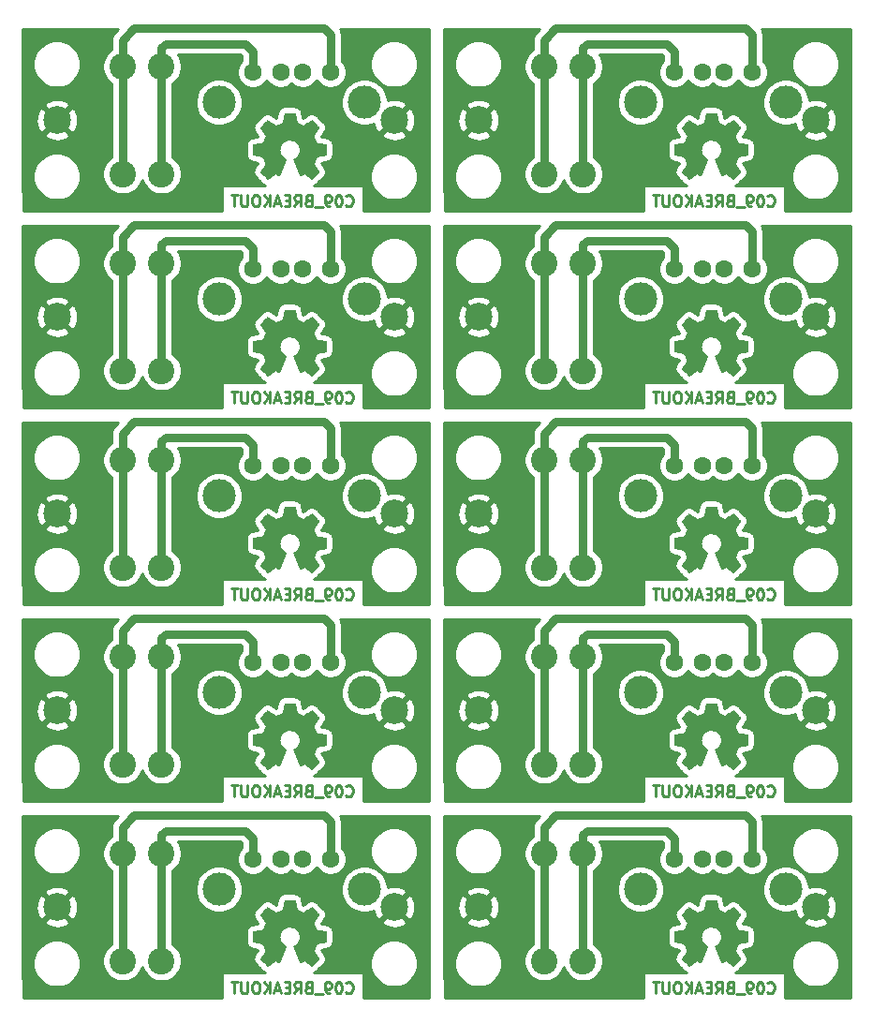
<source format=gbr>
G04 #@! TF.GenerationSoftware,KiCad,Pcbnew,5.1.5-52549c5~86~ubuntu18.04.1*
G04 #@! TF.CreationDate,2020-09-24T17:02:05-05:00*
G04 #@! TF.ProjectId,noname,6e6f6e61-6d65-42e6-9b69-6361645f7063,rev?*
G04 #@! TF.SameCoordinates,Original*
G04 #@! TF.FileFunction,Copper,L2,Bot*
G04 #@! TF.FilePolarity,Positive*
%FSLAX46Y46*%
G04 Gerber Fmt 4.6, Leading zero omitted, Abs format (unit mm)*
G04 Created by KiCad (PCBNEW 5.1.5-52549c5~86~ubuntu18.04.1) date 2020-09-24 17:02:05*
%MOMM*%
%LPD*%
G04 APERTURE LIST*
%ADD10C,0.250000*%
%ADD11C,0.010000*%
%ADD12C,2.400000*%
%ADD13C,2.499360*%
%ADD14C,3.000000*%
%ADD15C,1.600000*%
%ADD16C,0.750000*%
%ADD17C,0.254000*%
G04 APERTURE END LIST*
D10*
X172422533Y-117857542D02*
X172470152Y-117905161D01*
X172613009Y-117952780D01*
X172708247Y-117952780D01*
X172851104Y-117905161D01*
X172946342Y-117809923D01*
X172993961Y-117714685D01*
X173041580Y-117524209D01*
X173041580Y-117381352D01*
X172993961Y-117190876D01*
X172946342Y-117095638D01*
X172851104Y-117000400D01*
X172708247Y-116952780D01*
X172613009Y-116952780D01*
X172470152Y-117000400D01*
X172422533Y-117048019D01*
X171803485Y-116952780D02*
X171708247Y-116952780D01*
X171613009Y-117000400D01*
X171565390Y-117048019D01*
X171517771Y-117143257D01*
X171470152Y-117333733D01*
X171470152Y-117571828D01*
X171517771Y-117762304D01*
X171565390Y-117857542D01*
X171613009Y-117905161D01*
X171708247Y-117952780D01*
X171803485Y-117952780D01*
X171898723Y-117905161D01*
X171946342Y-117857542D01*
X171993961Y-117762304D01*
X172041580Y-117571828D01*
X172041580Y-117333733D01*
X171993961Y-117143257D01*
X171946342Y-117048019D01*
X171898723Y-117000400D01*
X171803485Y-116952780D01*
X170993961Y-117952780D02*
X170803485Y-117952780D01*
X170708247Y-117905161D01*
X170660628Y-117857542D01*
X170565390Y-117714685D01*
X170517771Y-117524209D01*
X170517771Y-117143257D01*
X170565390Y-117048019D01*
X170613009Y-117000400D01*
X170708247Y-116952780D01*
X170898723Y-116952780D01*
X170993961Y-117000400D01*
X171041580Y-117048019D01*
X171089200Y-117143257D01*
X171089200Y-117381352D01*
X171041580Y-117476590D01*
X170993961Y-117524209D01*
X170898723Y-117571828D01*
X170708247Y-117571828D01*
X170613009Y-117524209D01*
X170565390Y-117476590D01*
X170517771Y-117381352D01*
X170327295Y-118048019D02*
X169565390Y-118048019D01*
X168993961Y-117428971D02*
X168851104Y-117476590D01*
X168803485Y-117524209D01*
X168755866Y-117619447D01*
X168755866Y-117762304D01*
X168803485Y-117857542D01*
X168851104Y-117905161D01*
X168946342Y-117952780D01*
X169327295Y-117952780D01*
X169327295Y-116952780D01*
X168993961Y-116952780D01*
X168898723Y-117000400D01*
X168851104Y-117048019D01*
X168803485Y-117143257D01*
X168803485Y-117238495D01*
X168851104Y-117333733D01*
X168898723Y-117381352D01*
X168993961Y-117428971D01*
X169327295Y-117428971D01*
X167755866Y-117952780D02*
X168089200Y-117476590D01*
X168327295Y-117952780D02*
X168327295Y-116952780D01*
X167946342Y-116952780D01*
X167851104Y-117000400D01*
X167803485Y-117048019D01*
X167755866Y-117143257D01*
X167755866Y-117286114D01*
X167803485Y-117381352D01*
X167851104Y-117428971D01*
X167946342Y-117476590D01*
X168327295Y-117476590D01*
X167327295Y-117428971D02*
X166993961Y-117428971D01*
X166851104Y-117952780D02*
X167327295Y-117952780D01*
X167327295Y-116952780D01*
X166851104Y-116952780D01*
X166470152Y-117667066D02*
X165993961Y-117667066D01*
X166565390Y-117952780D02*
X166232057Y-116952780D01*
X165898723Y-117952780D01*
X165565390Y-117952780D02*
X165565390Y-116952780D01*
X164993961Y-117952780D02*
X165422533Y-117381352D01*
X164993961Y-116952780D02*
X165565390Y-117524209D01*
X164374914Y-116952780D02*
X164184438Y-116952780D01*
X164089200Y-117000400D01*
X163993961Y-117095638D01*
X163946342Y-117286114D01*
X163946342Y-117619447D01*
X163993961Y-117809923D01*
X164089200Y-117905161D01*
X164184438Y-117952780D01*
X164374914Y-117952780D01*
X164470152Y-117905161D01*
X164565390Y-117809923D01*
X164613009Y-117619447D01*
X164613009Y-117286114D01*
X164565390Y-117095638D01*
X164470152Y-117000400D01*
X164374914Y-116952780D01*
X163517771Y-116952780D02*
X163517771Y-117762304D01*
X163470152Y-117857542D01*
X163422533Y-117905161D01*
X163327295Y-117952780D01*
X163136819Y-117952780D01*
X163041580Y-117905161D01*
X162993961Y-117857542D01*
X162946342Y-117762304D01*
X162946342Y-116952780D01*
X162613009Y-116952780D02*
X162041580Y-116952780D01*
X162327295Y-117952780D02*
X162327295Y-116952780D01*
X134322533Y-117857542D02*
X134370152Y-117905161D01*
X134513009Y-117952780D01*
X134608247Y-117952780D01*
X134751104Y-117905161D01*
X134846342Y-117809923D01*
X134893961Y-117714685D01*
X134941580Y-117524209D01*
X134941580Y-117381352D01*
X134893961Y-117190876D01*
X134846342Y-117095638D01*
X134751104Y-117000400D01*
X134608247Y-116952780D01*
X134513009Y-116952780D01*
X134370152Y-117000400D01*
X134322533Y-117048019D01*
X133703485Y-116952780D02*
X133608247Y-116952780D01*
X133513009Y-117000400D01*
X133465390Y-117048019D01*
X133417771Y-117143257D01*
X133370152Y-117333733D01*
X133370152Y-117571828D01*
X133417771Y-117762304D01*
X133465390Y-117857542D01*
X133513009Y-117905161D01*
X133608247Y-117952780D01*
X133703485Y-117952780D01*
X133798723Y-117905161D01*
X133846342Y-117857542D01*
X133893961Y-117762304D01*
X133941580Y-117571828D01*
X133941580Y-117333733D01*
X133893961Y-117143257D01*
X133846342Y-117048019D01*
X133798723Y-117000400D01*
X133703485Y-116952780D01*
X132893961Y-117952780D02*
X132703485Y-117952780D01*
X132608247Y-117905161D01*
X132560628Y-117857542D01*
X132465390Y-117714685D01*
X132417771Y-117524209D01*
X132417771Y-117143257D01*
X132465390Y-117048019D01*
X132513009Y-117000400D01*
X132608247Y-116952780D01*
X132798723Y-116952780D01*
X132893961Y-117000400D01*
X132941580Y-117048019D01*
X132989200Y-117143257D01*
X132989200Y-117381352D01*
X132941580Y-117476590D01*
X132893961Y-117524209D01*
X132798723Y-117571828D01*
X132608247Y-117571828D01*
X132513009Y-117524209D01*
X132465390Y-117476590D01*
X132417771Y-117381352D01*
X132227295Y-118048019D02*
X131465390Y-118048019D01*
X130893961Y-117428971D02*
X130751104Y-117476590D01*
X130703485Y-117524209D01*
X130655866Y-117619447D01*
X130655866Y-117762304D01*
X130703485Y-117857542D01*
X130751104Y-117905161D01*
X130846342Y-117952780D01*
X131227295Y-117952780D01*
X131227295Y-116952780D01*
X130893961Y-116952780D01*
X130798723Y-117000400D01*
X130751104Y-117048019D01*
X130703485Y-117143257D01*
X130703485Y-117238495D01*
X130751104Y-117333733D01*
X130798723Y-117381352D01*
X130893961Y-117428971D01*
X131227295Y-117428971D01*
X129655866Y-117952780D02*
X129989200Y-117476590D01*
X130227295Y-117952780D02*
X130227295Y-116952780D01*
X129846342Y-116952780D01*
X129751104Y-117000400D01*
X129703485Y-117048019D01*
X129655866Y-117143257D01*
X129655866Y-117286114D01*
X129703485Y-117381352D01*
X129751104Y-117428971D01*
X129846342Y-117476590D01*
X130227295Y-117476590D01*
X129227295Y-117428971D02*
X128893961Y-117428971D01*
X128751104Y-117952780D02*
X129227295Y-117952780D01*
X129227295Y-116952780D01*
X128751104Y-116952780D01*
X128370152Y-117667066D02*
X127893961Y-117667066D01*
X128465390Y-117952780D02*
X128132057Y-116952780D01*
X127798723Y-117952780D01*
X127465390Y-117952780D02*
X127465390Y-116952780D01*
X126893961Y-117952780D02*
X127322533Y-117381352D01*
X126893961Y-116952780D02*
X127465390Y-117524209D01*
X126274914Y-116952780D02*
X126084438Y-116952780D01*
X125989200Y-117000400D01*
X125893961Y-117095638D01*
X125846342Y-117286114D01*
X125846342Y-117619447D01*
X125893961Y-117809923D01*
X125989200Y-117905161D01*
X126084438Y-117952780D01*
X126274914Y-117952780D01*
X126370152Y-117905161D01*
X126465390Y-117809923D01*
X126513009Y-117619447D01*
X126513009Y-117286114D01*
X126465390Y-117095638D01*
X126370152Y-117000400D01*
X126274914Y-116952780D01*
X125417771Y-116952780D02*
X125417771Y-117762304D01*
X125370152Y-117857542D01*
X125322533Y-117905161D01*
X125227295Y-117952780D01*
X125036819Y-117952780D01*
X124941580Y-117905161D01*
X124893961Y-117857542D01*
X124846342Y-117762304D01*
X124846342Y-116952780D01*
X124513009Y-116952780D02*
X123941580Y-116952780D01*
X124227295Y-117952780D02*
X124227295Y-116952780D01*
X172422533Y-100077542D02*
X172470152Y-100125161D01*
X172613009Y-100172780D01*
X172708247Y-100172780D01*
X172851104Y-100125161D01*
X172946342Y-100029923D01*
X172993961Y-99934685D01*
X173041580Y-99744209D01*
X173041580Y-99601352D01*
X172993961Y-99410876D01*
X172946342Y-99315638D01*
X172851104Y-99220400D01*
X172708247Y-99172780D01*
X172613009Y-99172780D01*
X172470152Y-99220400D01*
X172422533Y-99268019D01*
X171803485Y-99172780D02*
X171708247Y-99172780D01*
X171613009Y-99220400D01*
X171565390Y-99268019D01*
X171517771Y-99363257D01*
X171470152Y-99553733D01*
X171470152Y-99791828D01*
X171517771Y-99982304D01*
X171565390Y-100077542D01*
X171613009Y-100125161D01*
X171708247Y-100172780D01*
X171803485Y-100172780D01*
X171898723Y-100125161D01*
X171946342Y-100077542D01*
X171993961Y-99982304D01*
X172041580Y-99791828D01*
X172041580Y-99553733D01*
X171993961Y-99363257D01*
X171946342Y-99268019D01*
X171898723Y-99220400D01*
X171803485Y-99172780D01*
X170993961Y-100172780D02*
X170803485Y-100172780D01*
X170708247Y-100125161D01*
X170660628Y-100077542D01*
X170565390Y-99934685D01*
X170517771Y-99744209D01*
X170517771Y-99363257D01*
X170565390Y-99268019D01*
X170613009Y-99220400D01*
X170708247Y-99172780D01*
X170898723Y-99172780D01*
X170993961Y-99220400D01*
X171041580Y-99268019D01*
X171089200Y-99363257D01*
X171089200Y-99601352D01*
X171041580Y-99696590D01*
X170993961Y-99744209D01*
X170898723Y-99791828D01*
X170708247Y-99791828D01*
X170613009Y-99744209D01*
X170565390Y-99696590D01*
X170517771Y-99601352D01*
X170327295Y-100268019D02*
X169565390Y-100268019D01*
X168993961Y-99648971D02*
X168851104Y-99696590D01*
X168803485Y-99744209D01*
X168755866Y-99839447D01*
X168755866Y-99982304D01*
X168803485Y-100077542D01*
X168851104Y-100125161D01*
X168946342Y-100172780D01*
X169327295Y-100172780D01*
X169327295Y-99172780D01*
X168993961Y-99172780D01*
X168898723Y-99220400D01*
X168851104Y-99268019D01*
X168803485Y-99363257D01*
X168803485Y-99458495D01*
X168851104Y-99553733D01*
X168898723Y-99601352D01*
X168993961Y-99648971D01*
X169327295Y-99648971D01*
X167755866Y-100172780D02*
X168089200Y-99696590D01*
X168327295Y-100172780D02*
X168327295Y-99172780D01*
X167946342Y-99172780D01*
X167851104Y-99220400D01*
X167803485Y-99268019D01*
X167755866Y-99363257D01*
X167755866Y-99506114D01*
X167803485Y-99601352D01*
X167851104Y-99648971D01*
X167946342Y-99696590D01*
X168327295Y-99696590D01*
X167327295Y-99648971D02*
X166993961Y-99648971D01*
X166851104Y-100172780D02*
X167327295Y-100172780D01*
X167327295Y-99172780D01*
X166851104Y-99172780D01*
X166470152Y-99887066D02*
X165993961Y-99887066D01*
X166565390Y-100172780D02*
X166232057Y-99172780D01*
X165898723Y-100172780D01*
X165565390Y-100172780D02*
X165565390Y-99172780D01*
X164993961Y-100172780D02*
X165422533Y-99601352D01*
X164993961Y-99172780D02*
X165565390Y-99744209D01*
X164374914Y-99172780D02*
X164184438Y-99172780D01*
X164089200Y-99220400D01*
X163993961Y-99315638D01*
X163946342Y-99506114D01*
X163946342Y-99839447D01*
X163993961Y-100029923D01*
X164089200Y-100125161D01*
X164184438Y-100172780D01*
X164374914Y-100172780D01*
X164470152Y-100125161D01*
X164565390Y-100029923D01*
X164613009Y-99839447D01*
X164613009Y-99506114D01*
X164565390Y-99315638D01*
X164470152Y-99220400D01*
X164374914Y-99172780D01*
X163517771Y-99172780D02*
X163517771Y-99982304D01*
X163470152Y-100077542D01*
X163422533Y-100125161D01*
X163327295Y-100172780D01*
X163136819Y-100172780D01*
X163041580Y-100125161D01*
X162993961Y-100077542D01*
X162946342Y-99982304D01*
X162946342Y-99172780D01*
X162613009Y-99172780D02*
X162041580Y-99172780D01*
X162327295Y-100172780D02*
X162327295Y-99172780D01*
X134322533Y-100077542D02*
X134370152Y-100125161D01*
X134513009Y-100172780D01*
X134608247Y-100172780D01*
X134751104Y-100125161D01*
X134846342Y-100029923D01*
X134893961Y-99934685D01*
X134941580Y-99744209D01*
X134941580Y-99601352D01*
X134893961Y-99410876D01*
X134846342Y-99315638D01*
X134751104Y-99220400D01*
X134608247Y-99172780D01*
X134513009Y-99172780D01*
X134370152Y-99220400D01*
X134322533Y-99268019D01*
X133703485Y-99172780D02*
X133608247Y-99172780D01*
X133513009Y-99220400D01*
X133465390Y-99268019D01*
X133417771Y-99363257D01*
X133370152Y-99553733D01*
X133370152Y-99791828D01*
X133417771Y-99982304D01*
X133465390Y-100077542D01*
X133513009Y-100125161D01*
X133608247Y-100172780D01*
X133703485Y-100172780D01*
X133798723Y-100125161D01*
X133846342Y-100077542D01*
X133893961Y-99982304D01*
X133941580Y-99791828D01*
X133941580Y-99553733D01*
X133893961Y-99363257D01*
X133846342Y-99268019D01*
X133798723Y-99220400D01*
X133703485Y-99172780D01*
X132893961Y-100172780D02*
X132703485Y-100172780D01*
X132608247Y-100125161D01*
X132560628Y-100077542D01*
X132465390Y-99934685D01*
X132417771Y-99744209D01*
X132417771Y-99363257D01*
X132465390Y-99268019D01*
X132513009Y-99220400D01*
X132608247Y-99172780D01*
X132798723Y-99172780D01*
X132893961Y-99220400D01*
X132941580Y-99268019D01*
X132989200Y-99363257D01*
X132989200Y-99601352D01*
X132941580Y-99696590D01*
X132893961Y-99744209D01*
X132798723Y-99791828D01*
X132608247Y-99791828D01*
X132513009Y-99744209D01*
X132465390Y-99696590D01*
X132417771Y-99601352D01*
X132227295Y-100268019D02*
X131465390Y-100268019D01*
X130893961Y-99648971D02*
X130751104Y-99696590D01*
X130703485Y-99744209D01*
X130655866Y-99839447D01*
X130655866Y-99982304D01*
X130703485Y-100077542D01*
X130751104Y-100125161D01*
X130846342Y-100172780D01*
X131227295Y-100172780D01*
X131227295Y-99172780D01*
X130893961Y-99172780D01*
X130798723Y-99220400D01*
X130751104Y-99268019D01*
X130703485Y-99363257D01*
X130703485Y-99458495D01*
X130751104Y-99553733D01*
X130798723Y-99601352D01*
X130893961Y-99648971D01*
X131227295Y-99648971D01*
X129655866Y-100172780D02*
X129989200Y-99696590D01*
X130227295Y-100172780D02*
X130227295Y-99172780D01*
X129846342Y-99172780D01*
X129751104Y-99220400D01*
X129703485Y-99268019D01*
X129655866Y-99363257D01*
X129655866Y-99506114D01*
X129703485Y-99601352D01*
X129751104Y-99648971D01*
X129846342Y-99696590D01*
X130227295Y-99696590D01*
X129227295Y-99648971D02*
X128893961Y-99648971D01*
X128751104Y-100172780D02*
X129227295Y-100172780D01*
X129227295Y-99172780D01*
X128751104Y-99172780D01*
X128370152Y-99887066D02*
X127893961Y-99887066D01*
X128465390Y-100172780D02*
X128132057Y-99172780D01*
X127798723Y-100172780D01*
X127465390Y-100172780D02*
X127465390Y-99172780D01*
X126893961Y-100172780D02*
X127322533Y-99601352D01*
X126893961Y-99172780D02*
X127465390Y-99744209D01*
X126274914Y-99172780D02*
X126084438Y-99172780D01*
X125989200Y-99220400D01*
X125893961Y-99315638D01*
X125846342Y-99506114D01*
X125846342Y-99839447D01*
X125893961Y-100029923D01*
X125989200Y-100125161D01*
X126084438Y-100172780D01*
X126274914Y-100172780D01*
X126370152Y-100125161D01*
X126465390Y-100029923D01*
X126513009Y-99839447D01*
X126513009Y-99506114D01*
X126465390Y-99315638D01*
X126370152Y-99220400D01*
X126274914Y-99172780D01*
X125417771Y-99172780D02*
X125417771Y-99982304D01*
X125370152Y-100077542D01*
X125322533Y-100125161D01*
X125227295Y-100172780D01*
X125036819Y-100172780D01*
X124941580Y-100125161D01*
X124893961Y-100077542D01*
X124846342Y-99982304D01*
X124846342Y-99172780D01*
X124513009Y-99172780D02*
X123941580Y-99172780D01*
X124227295Y-100172780D02*
X124227295Y-99172780D01*
X172422533Y-82297542D02*
X172470152Y-82345161D01*
X172613009Y-82392780D01*
X172708247Y-82392780D01*
X172851104Y-82345161D01*
X172946342Y-82249923D01*
X172993961Y-82154685D01*
X173041580Y-81964209D01*
X173041580Y-81821352D01*
X172993961Y-81630876D01*
X172946342Y-81535638D01*
X172851104Y-81440400D01*
X172708247Y-81392780D01*
X172613009Y-81392780D01*
X172470152Y-81440400D01*
X172422533Y-81488019D01*
X171803485Y-81392780D02*
X171708247Y-81392780D01*
X171613009Y-81440400D01*
X171565390Y-81488019D01*
X171517771Y-81583257D01*
X171470152Y-81773733D01*
X171470152Y-82011828D01*
X171517771Y-82202304D01*
X171565390Y-82297542D01*
X171613009Y-82345161D01*
X171708247Y-82392780D01*
X171803485Y-82392780D01*
X171898723Y-82345161D01*
X171946342Y-82297542D01*
X171993961Y-82202304D01*
X172041580Y-82011828D01*
X172041580Y-81773733D01*
X171993961Y-81583257D01*
X171946342Y-81488019D01*
X171898723Y-81440400D01*
X171803485Y-81392780D01*
X170993961Y-82392780D02*
X170803485Y-82392780D01*
X170708247Y-82345161D01*
X170660628Y-82297542D01*
X170565390Y-82154685D01*
X170517771Y-81964209D01*
X170517771Y-81583257D01*
X170565390Y-81488019D01*
X170613009Y-81440400D01*
X170708247Y-81392780D01*
X170898723Y-81392780D01*
X170993961Y-81440400D01*
X171041580Y-81488019D01*
X171089200Y-81583257D01*
X171089200Y-81821352D01*
X171041580Y-81916590D01*
X170993961Y-81964209D01*
X170898723Y-82011828D01*
X170708247Y-82011828D01*
X170613009Y-81964209D01*
X170565390Y-81916590D01*
X170517771Y-81821352D01*
X170327295Y-82488019D02*
X169565390Y-82488019D01*
X168993961Y-81868971D02*
X168851104Y-81916590D01*
X168803485Y-81964209D01*
X168755866Y-82059447D01*
X168755866Y-82202304D01*
X168803485Y-82297542D01*
X168851104Y-82345161D01*
X168946342Y-82392780D01*
X169327295Y-82392780D01*
X169327295Y-81392780D01*
X168993961Y-81392780D01*
X168898723Y-81440400D01*
X168851104Y-81488019D01*
X168803485Y-81583257D01*
X168803485Y-81678495D01*
X168851104Y-81773733D01*
X168898723Y-81821352D01*
X168993961Y-81868971D01*
X169327295Y-81868971D01*
X167755866Y-82392780D02*
X168089200Y-81916590D01*
X168327295Y-82392780D02*
X168327295Y-81392780D01*
X167946342Y-81392780D01*
X167851104Y-81440400D01*
X167803485Y-81488019D01*
X167755866Y-81583257D01*
X167755866Y-81726114D01*
X167803485Y-81821352D01*
X167851104Y-81868971D01*
X167946342Y-81916590D01*
X168327295Y-81916590D01*
X167327295Y-81868971D02*
X166993961Y-81868971D01*
X166851104Y-82392780D02*
X167327295Y-82392780D01*
X167327295Y-81392780D01*
X166851104Y-81392780D01*
X166470152Y-82107066D02*
X165993961Y-82107066D01*
X166565390Y-82392780D02*
X166232057Y-81392780D01*
X165898723Y-82392780D01*
X165565390Y-82392780D02*
X165565390Y-81392780D01*
X164993961Y-82392780D02*
X165422533Y-81821352D01*
X164993961Y-81392780D02*
X165565390Y-81964209D01*
X164374914Y-81392780D02*
X164184438Y-81392780D01*
X164089200Y-81440400D01*
X163993961Y-81535638D01*
X163946342Y-81726114D01*
X163946342Y-82059447D01*
X163993961Y-82249923D01*
X164089200Y-82345161D01*
X164184438Y-82392780D01*
X164374914Y-82392780D01*
X164470152Y-82345161D01*
X164565390Y-82249923D01*
X164613009Y-82059447D01*
X164613009Y-81726114D01*
X164565390Y-81535638D01*
X164470152Y-81440400D01*
X164374914Y-81392780D01*
X163517771Y-81392780D02*
X163517771Y-82202304D01*
X163470152Y-82297542D01*
X163422533Y-82345161D01*
X163327295Y-82392780D01*
X163136819Y-82392780D01*
X163041580Y-82345161D01*
X162993961Y-82297542D01*
X162946342Y-82202304D01*
X162946342Y-81392780D01*
X162613009Y-81392780D02*
X162041580Y-81392780D01*
X162327295Y-82392780D02*
X162327295Y-81392780D01*
X134322533Y-82297542D02*
X134370152Y-82345161D01*
X134513009Y-82392780D01*
X134608247Y-82392780D01*
X134751104Y-82345161D01*
X134846342Y-82249923D01*
X134893961Y-82154685D01*
X134941580Y-81964209D01*
X134941580Y-81821352D01*
X134893961Y-81630876D01*
X134846342Y-81535638D01*
X134751104Y-81440400D01*
X134608247Y-81392780D01*
X134513009Y-81392780D01*
X134370152Y-81440400D01*
X134322533Y-81488019D01*
X133703485Y-81392780D02*
X133608247Y-81392780D01*
X133513009Y-81440400D01*
X133465390Y-81488019D01*
X133417771Y-81583257D01*
X133370152Y-81773733D01*
X133370152Y-82011828D01*
X133417771Y-82202304D01*
X133465390Y-82297542D01*
X133513009Y-82345161D01*
X133608247Y-82392780D01*
X133703485Y-82392780D01*
X133798723Y-82345161D01*
X133846342Y-82297542D01*
X133893961Y-82202304D01*
X133941580Y-82011828D01*
X133941580Y-81773733D01*
X133893961Y-81583257D01*
X133846342Y-81488019D01*
X133798723Y-81440400D01*
X133703485Y-81392780D01*
X132893961Y-82392780D02*
X132703485Y-82392780D01*
X132608247Y-82345161D01*
X132560628Y-82297542D01*
X132465390Y-82154685D01*
X132417771Y-81964209D01*
X132417771Y-81583257D01*
X132465390Y-81488019D01*
X132513009Y-81440400D01*
X132608247Y-81392780D01*
X132798723Y-81392780D01*
X132893961Y-81440400D01*
X132941580Y-81488019D01*
X132989200Y-81583257D01*
X132989200Y-81821352D01*
X132941580Y-81916590D01*
X132893961Y-81964209D01*
X132798723Y-82011828D01*
X132608247Y-82011828D01*
X132513009Y-81964209D01*
X132465390Y-81916590D01*
X132417771Y-81821352D01*
X132227295Y-82488019D02*
X131465390Y-82488019D01*
X130893961Y-81868971D02*
X130751104Y-81916590D01*
X130703485Y-81964209D01*
X130655866Y-82059447D01*
X130655866Y-82202304D01*
X130703485Y-82297542D01*
X130751104Y-82345161D01*
X130846342Y-82392780D01*
X131227295Y-82392780D01*
X131227295Y-81392780D01*
X130893961Y-81392780D01*
X130798723Y-81440400D01*
X130751104Y-81488019D01*
X130703485Y-81583257D01*
X130703485Y-81678495D01*
X130751104Y-81773733D01*
X130798723Y-81821352D01*
X130893961Y-81868971D01*
X131227295Y-81868971D01*
X129655866Y-82392780D02*
X129989200Y-81916590D01*
X130227295Y-82392780D02*
X130227295Y-81392780D01*
X129846342Y-81392780D01*
X129751104Y-81440400D01*
X129703485Y-81488019D01*
X129655866Y-81583257D01*
X129655866Y-81726114D01*
X129703485Y-81821352D01*
X129751104Y-81868971D01*
X129846342Y-81916590D01*
X130227295Y-81916590D01*
X129227295Y-81868971D02*
X128893961Y-81868971D01*
X128751104Y-82392780D02*
X129227295Y-82392780D01*
X129227295Y-81392780D01*
X128751104Y-81392780D01*
X128370152Y-82107066D02*
X127893961Y-82107066D01*
X128465390Y-82392780D02*
X128132057Y-81392780D01*
X127798723Y-82392780D01*
X127465390Y-82392780D02*
X127465390Y-81392780D01*
X126893961Y-82392780D02*
X127322533Y-81821352D01*
X126893961Y-81392780D02*
X127465390Y-81964209D01*
X126274914Y-81392780D02*
X126084438Y-81392780D01*
X125989200Y-81440400D01*
X125893961Y-81535638D01*
X125846342Y-81726114D01*
X125846342Y-82059447D01*
X125893961Y-82249923D01*
X125989200Y-82345161D01*
X126084438Y-82392780D01*
X126274914Y-82392780D01*
X126370152Y-82345161D01*
X126465390Y-82249923D01*
X126513009Y-82059447D01*
X126513009Y-81726114D01*
X126465390Y-81535638D01*
X126370152Y-81440400D01*
X126274914Y-81392780D01*
X125417771Y-81392780D02*
X125417771Y-82202304D01*
X125370152Y-82297542D01*
X125322533Y-82345161D01*
X125227295Y-82392780D01*
X125036819Y-82392780D01*
X124941580Y-82345161D01*
X124893961Y-82297542D01*
X124846342Y-82202304D01*
X124846342Y-81392780D01*
X124513009Y-81392780D02*
X123941580Y-81392780D01*
X124227295Y-82392780D02*
X124227295Y-81392780D01*
X172422533Y-64517542D02*
X172470152Y-64565161D01*
X172613009Y-64612780D01*
X172708247Y-64612780D01*
X172851104Y-64565161D01*
X172946342Y-64469923D01*
X172993961Y-64374685D01*
X173041580Y-64184209D01*
X173041580Y-64041352D01*
X172993961Y-63850876D01*
X172946342Y-63755638D01*
X172851104Y-63660400D01*
X172708247Y-63612780D01*
X172613009Y-63612780D01*
X172470152Y-63660400D01*
X172422533Y-63708019D01*
X171803485Y-63612780D02*
X171708247Y-63612780D01*
X171613009Y-63660400D01*
X171565390Y-63708019D01*
X171517771Y-63803257D01*
X171470152Y-63993733D01*
X171470152Y-64231828D01*
X171517771Y-64422304D01*
X171565390Y-64517542D01*
X171613009Y-64565161D01*
X171708247Y-64612780D01*
X171803485Y-64612780D01*
X171898723Y-64565161D01*
X171946342Y-64517542D01*
X171993961Y-64422304D01*
X172041580Y-64231828D01*
X172041580Y-63993733D01*
X171993961Y-63803257D01*
X171946342Y-63708019D01*
X171898723Y-63660400D01*
X171803485Y-63612780D01*
X170993961Y-64612780D02*
X170803485Y-64612780D01*
X170708247Y-64565161D01*
X170660628Y-64517542D01*
X170565390Y-64374685D01*
X170517771Y-64184209D01*
X170517771Y-63803257D01*
X170565390Y-63708019D01*
X170613009Y-63660400D01*
X170708247Y-63612780D01*
X170898723Y-63612780D01*
X170993961Y-63660400D01*
X171041580Y-63708019D01*
X171089200Y-63803257D01*
X171089200Y-64041352D01*
X171041580Y-64136590D01*
X170993961Y-64184209D01*
X170898723Y-64231828D01*
X170708247Y-64231828D01*
X170613009Y-64184209D01*
X170565390Y-64136590D01*
X170517771Y-64041352D01*
X170327295Y-64708019D02*
X169565390Y-64708019D01*
X168993961Y-64088971D02*
X168851104Y-64136590D01*
X168803485Y-64184209D01*
X168755866Y-64279447D01*
X168755866Y-64422304D01*
X168803485Y-64517542D01*
X168851104Y-64565161D01*
X168946342Y-64612780D01*
X169327295Y-64612780D01*
X169327295Y-63612780D01*
X168993961Y-63612780D01*
X168898723Y-63660400D01*
X168851104Y-63708019D01*
X168803485Y-63803257D01*
X168803485Y-63898495D01*
X168851104Y-63993733D01*
X168898723Y-64041352D01*
X168993961Y-64088971D01*
X169327295Y-64088971D01*
X167755866Y-64612780D02*
X168089200Y-64136590D01*
X168327295Y-64612780D02*
X168327295Y-63612780D01*
X167946342Y-63612780D01*
X167851104Y-63660400D01*
X167803485Y-63708019D01*
X167755866Y-63803257D01*
X167755866Y-63946114D01*
X167803485Y-64041352D01*
X167851104Y-64088971D01*
X167946342Y-64136590D01*
X168327295Y-64136590D01*
X167327295Y-64088971D02*
X166993961Y-64088971D01*
X166851104Y-64612780D02*
X167327295Y-64612780D01*
X167327295Y-63612780D01*
X166851104Y-63612780D01*
X166470152Y-64327066D02*
X165993961Y-64327066D01*
X166565390Y-64612780D02*
X166232057Y-63612780D01*
X165898723Y-64612780D01*
X165565390Y-64612780D02*
X165565390Y-63612780D01*
X164993961Y-64612780D02*
X165422533Y-64041352D01*
X164993961Y-63612780D02*
X165565390Y-64184209D01*
X164374914Y-63612780D02*
X164184438Y-63612780D01*
X164089200Y-63660400D01*
X163993961Y-63755638D01*
X163946342Y-63946114D01*
X163946342Y-64279447D01*
X163993961Y-64469923D01*
X164089200Y-64565161D01*
X164184438Y-64612780D01*
X164374914Y-64612780D01*
X164470152Y-64565161D01*
X164565390Y-64469923D01*
X164613009Y-64279447D01*
X164613009Y-63946114D01*
X164565390Y-63755638D01*
X164470152Y-63660400D01*
X164374914Y-63612780D01*
X163517771Y-63612780D02*
X163517771Y-64422304D01*
X163470152Y-64517542D01*
X163422533Y-64565161D01*
X163327295Y-64612780D01*
X163136819Y-64612780D01*
X163041580Y-64565161D01*
X162993961Y-64517542D01*
X162946342Y-64422304D01*
X162946342Y-63612780D01*
X162613009Y-63612780D02*
X162041580Y-63612780D01*
X162327295Y-64612780D02*
X162327295Y-63612780D01*
X134322533Y-64517542D02*
X134370152Y-64565161D01*
X134513009Y-64612780D01*
X134608247Y-64612780D01*
X134751104Y-64565161D01*
X134846342Y-64469923D01*
X134893961Y-64374685D01*
X134941580Y-64184209D01*
X134941580Y-64041352D01*
X134893961Y-63850876D01*
X134846342Y-63755638D01*
X134751104Y-63660400D01*
X134608247Y-63612780D01*
X134513009Y-63612780D01*
X134370152Y-63660400D01*
X134322533Y-63708019D01*
X133703485Y-63612780D02*
X133608247Y-63612780D01*
X133513009Y-63660400D01*
X133465390Y-63708019D01*
X133417771Y-63803257D01*
X133370152Y-63993733D01*
X133370152Y-64231828D01*
X133417771Y-64422304D01*
X133465390Y-64517542D01*
X133513009Y-64565161D01*
X133608247Y-64612780D01*
X133703485Y-64612780D01*
X133798723Y-64565161D01*
X133846342Y-64517542D01*
X133893961Y-64422304D01*
X133941580Y-64231828D01*
X133941580Y-63993733D01*
X133893961Y-63803257D01*
X133846342Y-63708019D01*
X133798723Y-63660400D01*
X133703485Y-63612780D01*
X132893961Y-64612780D02*
X132703485Y-64612780D01*
X132608247Y-64565161D01*
X132560628Y-64517542D01*
X132465390Y-64374685D01*
X132417771Y-64184209D01*
X132417771Y-63803257D01*
X132465390Y-63708019D01*
X132513009Y-63660400D01*
X132608247Y-63612780D01*
X132798723Y-63612780D01*
X132893961Y-63660400D01*
X132941580Y-63708019D01*
X132989200Y-63803257D01*
X132989200Y-64041352D01*
X132941580Y-64136590D01*
X132893961Y-64184209D01*
X132798723Y-64231828D01*
X132608247Y-64231828D01*
X132513009Y-64184209D01*
X132465390Y-64136590D01*
X132417771Y-64041352D01*
X132227295Y-64708019D02*
X131465390Y-64708019D01*
X130893961Y-64088971D02*
X130751104Y-64136590D01*
X130703485Y-64184209D01*
X130655866Y-64279447D01*
X130655866Y-64422304D01*
X130703485Y-64517542D01*
X130751104Y-64565161D01*
X130846342Y-64612780D01*
X131227295Y-64612780D01*
X131227295Y-63612780D01*
X130893961Y-63612780D01*
X130798723Y-63660400D01*
X130751104Y-63708019D01*
X130703485Y-63803257D01*
X130703485Y-63898495D01*
X130751104Y-63993733D01*
X130798723Y-64041352D01*
X130893961Y-64088971D01*
X131227295Y-64088971D01*
X129655866Y-64612780D02*
X129989200Y-64136590D01*
X130227295Y-64612780D02*
X130227295Y-63612780D01*
X129846342Y-63612780D01*
X129751104Y-63660400D01*
X129703485Y-63708019D01*
X129655866Y-63803257D01*
X129655866Y-63946114D01*
X129703485Y-64041352D01*
X129751104Y-64088971D01*
X129846342Y-64136590D01*
X130227295Y-64136590D01*
X129227295Y-64088971D02*
X128893961Y-64088971D01*
X128751104Y-64612780D02*
X129227295Y-64612780D01*
X129227295Y-63612780D01*
X128751104Y-63612780D01*
X128370152Y-64327066D02*
X127893961Y-64327066D01*
X128465390Y-64612780D02*
X128132057Y-63612780D01*
X127798723Y-64612780D01*
X127465390Y-64612780D02*
X127465390Y-63612780D01*
X126893961Y-64612780D02*
X127322533Y-64041352D01*
X126893961Y-63612780D02*
X127465390Y-64184209D01*
X126274914Y-63612780D02*
X126084438Y-63612780D01*
X125989200Y-63660400D01*
X125893961Y-63755638D01*
X125846342Y-63946114D01*
X125846342Y-64279447D01*
X125893961Y-64469923D01*
X125989200Y-64565161D01*
X126084438Y-64612780D01*
X126274914Y-64612780D01*
X126370152Y-64565161D01*
X126465390Y-64469923D01*
X126513009Y-64279447D01*
X126513009Y-63946114D01*
X126465390Y-63755638D01*
X126370152Y-63660400D01*
X126274914Y-63612780D01*
X125417771Y-63612780D02*
X125417771Y-64422304D01*
X125370152Y-64517542D01*
X125322533Y-64565161D01*
X125227295Y-64612780D01*
X125036819Y-64612780D01*
X124941580Y-64565161D01*
X124893961Y-64517542D01*
X124846342Y-64422304D01*
X124846342Y-63612780D01*
X124513009Y-63612780D02*
X123941580Y-63612780D01*
X124227295Y-64612780D02*
X124227295Y-63612780D01*
X172422533Y-46737542D02*
X172470152Y-46785161D01*
X172613009Y-46832780D01*
X172708247Y-46832780D01*
X172851104Y-46785161D01*
X172946342Y-46689923D01*
X172993961Y-46594685D01*
X173041580Y-46404209D01*
X173041580Y-46261352D01*
X172993961Y-46070876D01*
X172946342Y-45975638D01*
X172851104Y-45880400D01*
X172708247Y-45832780D01*
X172613009Y-45832780D01*
X172470152Y-45880400D01*
X172422533Y-45928019D01*
X171803485Y-45832780D02*
X171708247Y-45832780D01*
X171613009Y-45880400D01*
X171565390Y-45928019D01*
X171517771Y-46023257D01*
X171470152Y-46213733D01*
X171470152Y-46451828D01*
X171517771Y-46642304D01*
X171565390Y-46737542D01*
X171613009Y-46785161D01*
X171708247Y-46832780D01*
X171803485Y-46832780D01*
X171898723Y-46785161D01*
X171946342Y-46737542D01*
X171993961Y-46642304D01*
X172041580Y-46451828D01*
X172041580Y-46213733D01*
X171993961Y-46023257D01*
X171946342Y-45928019D01*
X171898723Y-45880400D01*
X171803485Y-45832780D01*
X170993961Y-46832780D02*
X170803485Y-46832780D01*
X170708247Y-46785161D01*
X170660628Y-46737542D01*
X170565390Y-46594685D01*
X170517771Y-46404209D01*
X170517771Y-46023257D01*
X170565390Y-45928019D01*
X170613009Y-45880400D01*
X170708247Y-45832780D01*
X170898723Y-45832780D01*
X170993961Y-45880400D01*
X171041580Y-45928019D01*
X171089200Y-46023257D01*
X171089200Y-46261352D01*
X171041580Y-46356590D01*
X170993961Y-46404209D01*
X170898723Y-46451828D01*
X170708247Y-46451828D01*
X170613009Y-46404209D01*
X170565390Y-46356590D01*
X170517771Y-46261352D01*
X170327295Y-46928019D02*
X169565390Y-46928019D01*
X168993961Y-46308971D02*
X168851104Y-46356590D01*
X168803485Y-46404209D01*
X168755866Y-46499447D01*
X168755866Y-46642304D01*
X168803485Y-46737542D01*
X168851104Y-46785161D01*
X168946342Y-46832780D01*
X169327295Y-46832780D01*
X169327295Y-45832780D01*
X168993961Y-45832780D01*
X168898723Y-45880400D01*
X168851104Y-45928019D01*
X168803485Y-46023257D01*
X168803485Y-46118495D01*
X168851104Y-46213733D01*
X168898723Y-46261352D01*
X168993961Y-46308971D01*
X169327295Y-46308971D01*
X167755866Y-46832780D02*
X168089200Y-46356590D01*
X168327295Y-46832780D02*
X168327295Y-45832780D01*
X167946342Y-45832780D01*
X167851104Y-45880400D01*
X167803485Y-45928019D01*
X167755866Y-46023257D01*
X167755866Y-46166114D01*
X167803485Y-46261352D01*
X167851104Y-46308971D01*
X167946342Y-46356590D01*
X168327295Y-46356590D01*
X167327295Y-46308971D02*
X166993961Y-46308971D01*
X166851104Y-46832780D02*
X167327295Y-46832780D01*
X167327295Y-45832780D01*
X166851104Y-45832780D01*
X166470152Y-46547066D02*
X165993961Y-46547066D01*
X166565390Y-46832780D02*
X166232057Y-45832780D01*
X165898723Y-46832780D01*
X165565390Y-46832780D02*
X165565390Y-45832780D01*
X164993961Y-46832780D02*
X165422533Y-46261352D01*
X164993961Y-45832780D02*
X165565390Y-46404209D01*
X164374914Y-45832780D02*
X164184438Y-45832780D01*
X164089200Y-45880400D01*
X163993961Y-45975638D01*
X163946342Y-46166114D01*
X163946342Y-46499447D01*
X163993961Y-46689923D01*
X164089200Y-46785161D01*
X164184438Y-46832780D01*
X164374914Y-46832780D01*
X164470152Y-46785161D01*
X164565390Y-46689923D01*
X164613009Y-46499447D01*
X164613009Y-46166114D01*
X164565390Y-45975638D01*
X164470152Y-45880400D01*
X164374914Y-45832780D01*
X163517771Y-45832780D02*
X163517771Y-46642304D01*
X163470152Y-46737542D01*
X163422533Y-46785161D01*
X163327295Y-46832780D01*
X163136819Y-46832780D01*
X163041580Y-46785161D01*
X162993961Y-46737542D01*
X162946342Y-46642304D01*
X162946342Y-45832780D01*
X162613009Y-45832780D02*
X162041580Y-45832780D01*
X162327295Y-46832780D02*
X162327295Y-45832780D01*
X134322533Y-46737542D02*
X134370152Y-46785161D01*
X134513009Y-46832780D01*
X134608247Y-46832780D01*
X134751104Y-46785161D01*
X134846342Y-46689923D01*
X134893961Y-46594685D01*
X134941580Y-46404209D01*
X134941580Y-46261352D01*
X134893961Y-46070876D01*
X134846342Y-45975638D01*
X134751104Y-45880400D01*
X134608247Y-45832780D01*
X134513009Y-45832780D01*
X134370152Y-45880400D01*
X134322533Y-45928019D01*
X133703485Y-45832780D02*
X133608247Y-45832780D01*
X133513009Y-45880400D01*
X133465390Y-45928019D01*
X133417771Y-46023257D01*
X133370152Y-46213733D01*
X133370152Y-46451828D01*
X133417771Y-46642304D01*
X133465390Y-46737542D01*
X133513009Y-46785161D01*
X133608247Y-46832780D01*
X133703485Y-46832780D01*
X133798723Y-46785161D01*
X133846342Y-46737542D01*
X133893961Y-46642304D01*
X133941580Y-46451828D01*
X133941580Y-46213733D01*
X133893961Y-46023257D01*
X133846342Y-45928019D01*
X133798723Y-45880400D01*
X133703485Y-45832780D01*
X132893961Y-46832780D02*
X132703485Y-46832780D01*
X132608247Y-46785161D01*
X132560628Y-46737542D01*
X132465390Y-46594685D01*
X132417771Y-46404209D01*
X132417771Y-46023257D01*
X132465390Y-45928019D01*
X132513009Y-45880400D01*
X132608247Y-45832780D01*
X132798723Y-45832780D01*
X132893961Y-45880400D01*
X132941580Y-45928019D01*
X132989200Y-46023257D01*
X132989200Y-46261352D01*
X132941580Y-46356590D01*
X132893961Y-46404209D01*
X132798723Y-46451828D01*
X132608247Y-46451828D01*
X132513009Y-46404209D01*
X132465390Y-46356590D01*
X132417771Y-46261352D01*
X132227295Y-46928019D02*
X131465390Y-46928019D01*
X130893961Y-46308971D02*
X130751104Y-46356590D01*
X130703485Y-46404209D01*
X130655866Y-46499447D01*
X130655866Y-46642304D01*
X130703485Y-46737542D01*
X130751104Y-46785161D01*
X130846342Y-46832780D01*
X131227295Y-46832780D01*
X131227295Y-45832780D01*
X130893961Y-45832780D01*
X130798723Y-45880400D01*
X130751104Y-45928019D01*
X130703485Y-46023257D01*
X130703485Y-46118495D01*
X130751104Y-46213733D01*
X130798723Y-46261352D01*
X130893961Y-46308971D01*
X131227295Y-46308971D01*
X129655866Y-46832780D02*
X129989200Y-46356590D01*
X130227295Y-46832780D02*
X130227295Y-45832780D01*
X129846342Y-45832780D01*
X129751104Y-45880400D01*
X129703485Y-45928019D01*
X129655866Y-46023257D01*
X129655866Y-46166114D01*
X129703485Y-46261352D01*
X129751104Y-46308971D01*
X129846342Y-46356590D01*
X130227295Y-46356590D01*
X129227295Y-46308971D02*
X128893961Y-46308971D01*
X128751104Y-46832780D02*
X129227295Y-46832780D01*
X129227295Y-45832780D01*
X128751104Y-45832780D01*
X128370152Y-46547066D02*
X127893961Y-46547066D01*
X128465390Y-46832780D02*
X128132057Y-45832780D01*
X127798723Y-46832780D01*
X127465390Y-46832780D02*
X127465390Y-45832780D01*
X126893961Y-46832780D02*
X127322533Y-46261352D01*
X126893961Y-45832780D02*
X127465390Y-46404209D01*
X126274914Y-45832780D02*
X126084438Y-45832780D01*
X125989200Y-45880400D01*
X125893961Y-45975638D01*
X125846342Y-46166114D01*
X125846342Y-46499447D01*
X125893961Y-46689923D01*
X125989200Y-46785161D01*
X126084438Y-46832780D01*
X126274914Y-46832780D01*
X126370152Y-46785161D01*
X126465390Y-46689923D01*
X126513009Y-46499447D01*
X126513009Y-46166114D01*
X126465390Y-45975638D01*
X126370152Y-45880400D01*
X126274914Y-45832780D01*
X125417771Y-45832780D02*
X125417771Y-46642304D01*
X125370152Y-46737542D01*
X125322533Y-46785161D01*
X125227295Y-46832780D01*
X125036819Y-46832780D01*
X124941580Y-46785161D01*
X124893961Y-46737542D01*
X124846342Y-46642304D01*
X124846342Y-45832780D01*
X124513009Y-45832780D02*
X123941580Y-45832780D01*
X124227295Y-46832780D02*
X124227295Y-45832780D01*
D11*
G36*
X166779386Y-109990931D02*
G01*
X166695565Y-110435555D01*
X166386280Y-110563053D01*
X166076994Y-110690551D01*
X165705954Y-110438246D01*
X165602043Y-110367996D01*
X165508113Y-110305272D01*
X165428548Y-110252938D01*
X165367730Y-110213857D01*
X165330043Y-110190893D01*
X165319779Y-110185942D01*
X165301290Y-110198676D01*
X165261780Y-110233882D01*
X165205678Y-110287062D01*
X165137413Y-110353718D01*
X165061414Y-110429354D01*
X164982108Y-110509472D01*
X164903925Y-110589574D01*
X164831293Y-110665164D01*
X164768641Y-110731745D01*
X164720397Y-110784818D01*
X164690990Y-110819887D01*
X164683959Y-110831623D01*
X164694077Y-110853260D01*
X164722441Y-110900662D01*
X164766071Y-110969193D01*
X164821982Y-111054215D01*
X164887194Y-111151093D01*
X164924981Y-111206350D01*
X164993857Y-111307248D01*
X165055060Y-111398299D01*
X165105622Y-111474970D01*
X165142572Y-111532728D01*
X165162942Y-111567043D01*
X165166003Y-111574254D01*
X165159064Y-111594748D01*
X165140149Y-111642513D01*
X165112113Y-111710832D01*
X165077809Y-111792989D01*
X165040091Y-111882270D01*
X165001813Y-111971958D01*
X164965830Y-112055338D01*
X164934994Y-112125694D01*
X164912161Y-112176310D01*
X164900183Y-112200471D01*
X164899476Y-112201422D01*
X164880669Y-112206036D01*
X164830582Y-112216328D01*
X164754407Y-112231287D01*
X164657335Y-112249901D01*
X164544557Y-112271159D01*
X164478758Y-112283418D01*
X164358250Y-112306362D01*
X164249403Y-112328195D01*
X164157724Y-112347722D01*
X164088719Y-112363748D01*
X164047896Y-112375079D01*
X164039689Y-112378674D01*
X164031652Y-112403006D01*
X164025167Y-112457959D01*
X164020230Y-112537108D01*
X164016836Y-112634026D01*
X164014982Y-112742287D01*
X164014662Y-112855465D01*
X164015873Y-112967135D01*
X164018610Y-113070868D01*
X164022869Y-113160241D01*
X164028645Y-113228826D01*
X164035933Y-113270197D01*
X164040305Y-113278810D01*
X164066436Y-113289133D01*
X164121807Y-113303892D01*
X164199093Y-113321352D01*
X164290970Y-113339780D01*
X164323042Y-113345741D01*
X164477676Y-113374066D01*
X164599825Y-113396876D01*
X164693527Y-113415080D01*
X164762816Y-113429583D01*
X164811729Y-113441292D01*
X164844303Y-113451115D01*
X164864572Y-113459956D01*
X164876574Y-113468724D01*
X164878253Y-113470457D01*
X164895016Y-113498371D01*
X164920586Y-113552695D01*
X164952412Y-113626777D01*
X164987940Y-113713965D01*
X165024617Y-113807608D01*
X165059889Y-113901052D01*
X165091204Y-113987647D01*
X165116007Y-114060740D01*
X165131746Y-114113678D01*
X165135868Y-114139811D01*
X165135524Y-114140726D01*
X165121559Y-114162086D01*
X165089878Y-114209084D01*
X165043809Y-114276827D01*
X164986682Y-114360423D01*
X164921827Y-114454982D01*
X164903357Y-114481854D01*
X164837501Y-114579275D01*
X164779550Y-114668163D01*
X164732662Y-114743412D01*
X164699993Y-114799920D01*
X164684700Y-114832581D01*
X164683959Y-114836593D01*
X164696808Y-114857684D01*
X164732312Y-114899464D01*
X164785907Y-114957445D01*
X164853029Y-115027135D01*
X164929113Y-115104045D01*
X165009596Y-115183683D01*
X165089913Y-115261561D01*
X165165501Y-115333186D01*
X165231795Y-115394070D01*
X165284231Y-115439721D01*
X165318245Y-115465650D01*
X165327655Y-115469883D01*
X165349557Y-115459912D01*
X165394400Y-115433020D01*
X165454879Y-115393736D01*
X165501411Y-115362117D01*
X165585725Y-115304098D01*
X165685574Y-115235784D01*
X165785727Y-115167579D01*
X165839573Y-115131075D01*
X166021829Y-115007800D01*
X166174819Y-115090520D01*
X166244518Y-115126759D01*
X166303786Y-115154926D01*
X166343889Y-115170991D01*
X166354097Y-115173226D01*
X166366371Y-115156722D01*
X166390587Y-115110082D01*
X166424937Y-115037609D01*
X166467612Y-114943606D01*
X166516806Y-114832374D01*
X166570710Y-114708215D01*
X166627516Y-114575432D01*
X166685418Y-114438327D01*
X166742607Y-114301202D01*
X166797276Y-114168358D01*
X166847616Y-114044098D01*
X166891820Y-113932725D01*
X166928081Y-113838539D01*
X166954591Y-113765844D01*
X166969542Y-113718941D01*
X166971946Y-113702833D01*
X166952889Y-113682286D01*
X166911164Y-113648933D01*
X166855494Y-113609702D01*
X166850822Y-113606599D01*
X166706936Y-113491423D01*
X166590917Y-113357053D01*
X166503770Y-113207784D01*
X166446501Y-113047913D01*
X166420114Y-112881737D01*
X166425615Y-112713552D01*
X166464010Y-112547655D01*
X166536305Y-112388342D01*
X166557574Y-112353487D01*
X166668204Y-112212737D01*
X166798898Y-112099714D01*
X166945136Y-112015003D01*
X167102392Y-111959194D01*
X167266143Y-111932874D01*
X167431867Y-111936630D01*
X167595038Y-111971050D01*
X167751135Y-112036723D01*
X167895633Y-112134235D01*
X167940331Y-112173813D01*
X168054088Y-112297703D01*
X168136982Y-112428124D01*
X168193844Y-112574315D01*
X168225513Y-112719088D01*
X168233331Y-112881860D01*
X168207262Y-113045440D01*
X168149955Y-113204298D01*
X168064056Y-113352906D01*
X167952214Y-113485735D01*
X167817077Y-113597256D01*
X167799317Y-113609011D01*
X167743050Y-113647508D01*
X167700277Y-113680863D01*
X167679828Y-113702160D01*
X167679531Y-113702833D01*
X167683921Y-113725871D01*
X167701324Y-113778157D01*
X167729932Y-113855390D01*
X167767935Y-113953268D01*
X167813526Y-114067491D01*
X167864897Y-114193758D01*
X167920238Y-114327767D01*
X167977742Y-114465218D01*
X168035599Y-114601808D01*
X168092002Y-114733237D01*
X168145142Y-114855205D01*
X168193210Y-114963409D01*
X168234399Y-115053549D01*
X168266899Y-115121323D01*
X168288903Y-115162430D01*
X168297764Y-115173226D01*
X168324840Y-115164819D01*
X168375503Y-115142272D01*
X168441017Y-115109613D01*
X168477041Y-115090520D01*
X168630032Y-115007800D01*
X168812288Y-115131075D01*
X168905325Y-115194228D01*
X169007185Y-115263727D01*
X169102638Y-115329165D01*
X169150450Y-115362117D01*
X169217695Y-115407273D01*
X169274636Y-115443057D01*
X169313846Y-115464938D01*
X169326581Y-115469563D01*
X169345117Y-115457085D01*
X169386141Y-115422252D01*
X169445675Y-115368678D01*
X169519742Y-115299983D01*
X169604365Y-115219781D01*
X169657885Y-115168286D01*
X169751519Y-115076286D01*
X169832441Y-114993999D01*
X169897377Y-114924945D01*
X169943058Y-114872644D01*
X169966211Y-114840616D01*
X169968432Y-114834116D01*
X169958124Y-114809394D01*
X169929639Y-114759405D01*
X169886137Y-114689212D01*
X169830777Y-114603875D01*
X169766720Y-114508456D01*
X169748503Y-114481854D01*
X169682127Y-114385167D01*
X169622578Y-114298117D01*
X169573184Y-114225595D01*
X169537275Y-114172493D01*
X169518181Y-114143703D01*
X169516336Y-114140726D01*
X169519095Y-114117782D01*
X169533738Y-114067336D01*
X169557713Y-113996041D01*
X169588466Y-113910547D01*
X169623444Y-113817507D01*
X169660093Y-113723574D01*
X169695861Y-113635399D01*
X169728194Y-113559634D01*
X169754538Y-113502931D01*
X169772342Y-113471943D01*
X169773607Y-113470457D01*
X169784494Y-113461601D01*
X169802882Y-113452843D01*
X169832806Y-113443277D01*
X169878303Y-113431996D01*
X169943409Y-113418093D01*
X170032161Y-113400663D01*
X170148593Y-113378798D01*
X170296742Y-113351591D01*
X170328818Y-113345741D01*
X170423886Y-113327374D01*
X170506765Y-113309405D01*
X170570130Y-113293569D01*
X170606658Y-113281600D01*
X170611556Y-113278810D01*
X170619627Y-113254072D01*
X170626187Y-113198790D01*
X170631233Y-113119389D01*
X170634759Y-113022296D01*
X170636761Y-112913938D01*
X170637236Y-112800740D01*
X170636177Y-112689128D01*
X170633582Y-112585529D01*
X170629446Y-112496368D01*
X170623763Y-112428072D01*
X170616531Y-112387066D01*
X170612171Y-112378674D01*
X170587898Y-112370208D01*
X170532626Y-112356435D01*
X170451862Y-112338550D01*
X170351112Y-112317748D01*
X170235883Y-112295223D01*
X170173102Y-112283418D01*
X170053987Y-112261151D01*
X169947765Y-112240979D01*
X169859627Y-112223915D01*
X169794766Y-112210969D01*
X169758374Y-112203155D01*
X169752384Y-112201422D01*
X169742261Y-112181890D01*
X169720862Y-112134843D01*
X169691039Y-112067003D01*
X169655645Y-111985091D01*
X169617532Y-111895828D01*
X169579553Y-111805935D01*
X169544560Y-111722135D01*
X169515406Y-111651147D01*
X169494943Y-111599694D01*
X169486023Y-111574497D01*
X169485857Y-111573396D01*
X169495969Y-111553519D01*
X169524317Y-111507777D01*
X169567923Y-111440717D01*
X169623806Y-111356884D01*
X169688987Y-111260826D01*
X169726879Y-111205650D01*
X169795925Y-111104481D01*
X169857250Y-111012630D01*
X169907863Y-110934744D01*
X169944771Y-110875469D01*
X169964982Y-110839451D01*
X169967901Y-110831377D01*
X169955353Y-110812584D01*
X169920663Y-110772457D01*
X169868263Y-110715493D01*
X169802584Y-110646185D01*
X169728056Y-110569031D01*
X169649113Y-110488525D01*
X169570183Y-110409163D01*
X169495700Y-110335440D01*
X169430094Y-110271852D01*
X169377796Y-110222894D01*
X169343239Y-110193061D01*
X169331678Y-110185942D01*
X169312854Y-110195953D01*
X169267831Y-110224078D01*
X169200987Y-110267454D01*
X169116699Y-110323218D01*
X169019344Y-110388506D01*
X168945907Y-110438246D01*
X168574867Y-110690551D01*
X167956295Y-110435555D01*
X167872475Y-109990931D01*
X167788654Y-109546307D01*
X166863206Y-109546307D01*
X166779386Y-109990931D01*
G37*
X166779386Y-109990931D02*
X166695565Y-110435555D01*
X166386280Y-110563053D01*
X166076994Y-110690551D01*
X165705954Y-110438246D01*
X165602043Y-110367996D01*
X165508113Y-110305272D01*
X165428548Y-110252938D01*
X165367730Y-110213857D01*
X165330043Y-110190893D01*
X165319779Y-110185942D01*
X165301290Y-110198676D01*
X165261780Y-110233882D01*
X165205678Y-110287062D01*
X165137413Y-110353718D01*
X165061414Y-110429354D01*
X164982108Y-110509472D01*
X164903925Y-110589574D01*
X164831293Y-110665164D01*
X164768641Y-110731745D01*
X164720397Y-110784818D01*
X164690990Y-110819887D01*
X164683959Y-110831623D01*
X164694077Y-110853260D01*
X164722441Y-110900662D01*
X164766071Y-110969193D01*
X164821982Y-111054215D01*
X164887194Y-111151093D01*
X164924981Y-111206350D01*
X164993857Y-111307248D01*
X165055060Y-111398299D01*
X165105622Y-111474970D01*
X165142572Y-111532728D01*
X165162942Y-111567043D01*
X165166003Y-111574254D01*
X165159064Y-111594748D01*
X165140149Y-111642513D01*
X165112113Y-111710832D01*
X165077809Y-111792989D01*
X165040091Y-111882270D01*
X165001813Y-111971958D01*
X164965830Y-112055338D01*
X164934994Y-112125694D01*
X164912161Y-112176310D01*
X164900183Y-112200471D01*
X164899476Y-112201422D01*
X164880669Y-112206036D01*
X164830582Y-112216328D01*
X164754407Y-112231287D01*
X164657335Y-112249901D01*
X164544557Y-112271159D01*
X164478758Y-112283418D01*
X164358250Y-112306362D01*
X164249403Y-112328195D01*
X164157724Y-112347722D01*
X164088719Y-112363748D01*
X164047896Y-112375079D01*
X164039689Y-112378674D01*
X164031652Y-112403006D01*
X164025167Y-112457959D01*
X164020230Y-112537108D01*
X164016836Y-112634026D01*
X164014982Y-112742287D01*
X164014662Y-112855465D01*
X164015873Y-112967135D01*
X164018610Y-113070868D01*
X164022869Y-113160241D01*
X164028645Y-113228826D01*
X164035933Y-113270197D01*
X164040305Y-113278810D01*
X164066436Y-113289133D01*
X164121807Y-113303892D01*
X164199093Y-113321352D01*
X164290970Y-113339780D01*
X164323042Y-113345741D01*
X164477676Y-113374066D01*
X164599825Y-113396876D01*
X164693527Y-113415080D01*
X164762816Y-113429583D01*
X164811729Y-113441292D01*
X164844303Y-113451115D01*
X164864572Y-113459956D01*
X164876574Y-113468724D01*
X164878253Y-113470457D01*
X164895016Y-113498371D01*
X164920586Y-113552695D01*
X164952412Y-113626777D01*
X164987940Y-113713965D01*
X165024617Y-113807608D01*
X165059889Y-113901052D01*
X165091204Y-113987647D01*
X165116007Y-114060740D01*
X165131746Y-114113678D01*
X165135868Y-114139811D01*
X165135524Y-114140726D01*
X165121559Y-114162086D01*
X165089878Y-114209084D01*
X165043809Y-114276827D01*
X164986682Y-114360423D01*
X164921827Y-114454982D01*
X164903357Y-114481854D01*
X164837501Y-114579275D01*
X164779550Y-114668163D01*
X164732662Y-114743412D01*
X164699993Y-114799920D01*
X164684700Y-114832581D01*
X164683959Y-114836593D01*
X164696808Y-114857684D01*
X164732312Y-114899464D01*
X164785907Y-114957445D01*
X164853029Y-115027135D01*
X164929113Y-115104045D01*
X165009596Y-115183683D01*
X165089913Y-115261561D01*
X165165501Y-115333186D01*
X165231795Y-115394070D01*
X165284231Y-115439721D01*
X165318245Y-115465650D01*
X165327655Y-115469883D01*
X165349557Y-115459912D01*
X165394400Y-115433020D01*
X165454879Y-115393736D01*
X165501411Y-115362117D01*
X165585725Y-115304098D01*
X165685574Y-115235784D01*
X165785727Y-115167579D01*
X165839573Y-115131075D01*
X166021829Y-115007800D01*
X166174819Y-115090520D01*
X166244518Y-115126759D01*
X166303786Y-115154926D01*
X166343889Y-115170991D01*
X166354097Y-115173226D01*
X166366371Y-115156722D01*
X166390587Y-115110082D01*
X166424937Y-115037609D01*
X166467612Y-114943606D01*
X166516806Y-114832374D01*
X166570710Y-114708215D01*
X166627516Y-114575432D01*
X166685418Y-114438327D01*
X166742607Y-114301202D01*
X166797276Y-114168358D01*
X166847616Y-114044098D01*
X166891820Y-113932725D01*
X166928081Y-113838539D01*
X166954591Y-113765844D01*
X166969542Y-113718941D01*
X166971946Y-113702833D01*
X166952889Y-113682286D01*
X166911164Y-113648933D01*
X166855494Y-113609702D01*
X166850822Y-113606599D01*
X166706936Y-113491423D01*
X166590917Y-113357053D01*
X166503770Y-113207784D01*
X166446501Y-113047913D01*
X166420114Y-112881737D01*
X166425615Y-112713552D01*
X166464010Y-112547655D01*
X166536305Y-112388342D01*
X166557574Y-112353487D01*
X166668204Y-112212737D01*
X166798898Y-112099714D01*
X166945136Y-112015003D01*
X167102392Y-111959194D01*
X167266143Y-111932874D01*
X167431867Y-111936630D01*
X167595038Y-111971050D01*
X167751135Y-112036723D01*
X167895633Y-112134235D01*
X167940331Y-112173813D01*
X168054088Y-112297703D01*
X168136982Y-112428124D01*
X168193844Y-112574315D01*
X168225513Y-112719088D01*
X168233331Y-112881860D01*
X168207262Y-113045440D01*
X168149955Y-113204298D01*
X168064056Y-113352906D01*
X167952214Y-113485735D01*
X167817077Y-113597256D01*
X167799317Y-113609011D01*
X167743050Y-113647508D01*
X167700277Y-113680863D01*
X167679828Y-113702160D01*
X167679531Y-113702833D01*
X167683921Y-113725871D01*
X167701324Y-113778157D01*
X167729932Y-113855390D01*
X167767935Y-113953268D01*
X167813526Y-114067491D01*
X167864897Y-114193758D01*
X167920238Y-114327767D01*
X167977742Y-114465218D01*
X168035599Y-114601808D01*
X168092002Y-114733237D01*
X168145142Y-114855205D01*
X168193210Y-114963409D01*
X168234399Y-115053549D01*
X168266899Y-115121323D01*
X168288903Y-115162430D01*
X168297764Y-115173226D01*
X168324840Y-115164819D01*
X168375503Y-115142272D01*
X168441017Y-115109613D01*
X168477041Y-115090520D01*
X168630032Y-115007800D01*
X168812288Y-115131075D01*
X168905325Y-115194228D01*
X169007185Y-115263727D01*
X169102638Y-115329165D01*
X169150450Y-115362117D01*
X169217695Y-115407273D01*
X169274636Y-115443057D01*
X169313846Y-115464938D01*
X169326581Y-115469563D01*
X169345117Y-115457085D01*
X169386141Y-115422252D01*
X169445675Y-115368678D01*
X169519742Y-115299983D01*
X169604365Y-115219781D01*
X169657885Y-115168286D01*
X169751519Y-115076286D01*
X169832441Y-114993999D01*
X169897377Y-114924945D01*
X169943058Y-114872644D01*
X169966211Y-114840616D01*
X169968432Y-114834116D01*
X169958124Y-114809394D01*
X169929639Y-114759405D01*
X169886137Y-114689212D01*
X169830777Y-114603875D01*
X169766720Y-114508456D01*
X169748503Y-114481854D01*
X169682127Y-114385167D01*
X169622578Y-114298117D01*
X169573184Y-114225595D01*
X169537275Y-114172493D01*
X169518181Y-114143703D01*
X169516336Y-114140726D01*
X169519095Y-114117782D01*
X169533738Y-114067336D01*
X169557713Y-113996041D01*
X169588466Y-113910547D01*
X169623444Y-113817507D01*
X169660093Y-113723574D01*
X169695861Y-113635399D01*
X169728194Y-113559634D01*
X169754538Y-113502931D01*
X169772342Y-113471943D01*
X169773607Y-113470457D01*
X169784494Y-113461601D01*
X169802882Y-113452843D01*
X169832806Y-113443277D01*
X169878303Y-113431996D01*
X169943409Y-113418093D01*
X170032161Y-113400663D01*
X170148593Y-113378798D01*
X170296742Y-113351591D01*
X170328818Y-113345741D01*
X170423886Y-113327374D01*
X170506765Y-113309405D01*
X170570130Y-113293569D01*
X170606658Y-113281600D01*
X170611556Y-113278810D01*
X170619627Y-113254072D01*
X170626187Y-113198790D01*
X170631233Y-113119389D01*
X170634759Y-113022296D01*
X170636761Y-112913938D01*
X170637236Y-112800740D01*
X170636177Y-112689128D01*
X170633582Y-112585529D01*
X170629446Y-112496368D01*
X170623763Y-112428072D01*
X170616531Y-112387066D01*
X170612171Y-112378674D01*
X170587898Y-112370208D01*
X170532626Y-112356435D01*
X170451862Y-112338550D01*
X170351112Y-112317748D01*
X170235883Y-112295223D01*
X170173102Y-112283418D01*
X170053987Y-112261151D01*
X169947765Y-112240979D01*
X169859627Y-112223915D01*
X169794766Y-112210969D01*
X169758374Y-112203155D01*
X169752384Y-112201422D01*
X169742261Y-112181890D01*
X169720862Y-112134843D01*
X169691039Y-112067003D01*
X169655645Y-111985091D01*
X169617532Y-111895828D01*
X169579553Y-111805935D01*
X169544560Y-111722135D01*
X169515406Y-111651147D01*
X169494943Y-111599694D01*
X169486023Y-111574497D01*
X169485857Y-111573396D01*
X169495969Y-111553519D01*
X169524317Y-111507777D01*
X169567923Y-111440717D01*
X169623806Y-111356884D01*
X169688987Y-111260826D01*
X169726879Y-111205650D01*
X169795925Y-111104481D01*
X169857250Y-111012630D01*
X169907863Y-110934744D01*
X169944771Y-110875469D01*
X169964982Y-110839451D01*
X169967901Y-110831377D01*
X169955353Y-110812584D01*
X169920663Y-110772457D01*
X169868263Y-110715493D01*
X169802584Y-110646185D01*
X169728056Y-110569031D01*
X169649113Y-110488525D01*
X169570183Y-110409163D01*
X169495700Y-110335440D01*
X169430094Y-110271852D01*
X169377796Y-110222894D01*
X169343239Y-110193061D01*
X169331678Y-110185942D01*
X169312854Y-110195953D01*
X169267831Y-110224078D01*
X169200987Y-110267454D01*
X169116699Y-110323218D01*
X169019344Y-110388506D01*
X168945907Y-110438246D01*
X168574867Y-110690551D01*
X167956295Y-110435555D01*
X167872475Y-109990931D01*
X167788654Y-109546307D01*
X166863206Y-109546307D01*
X166779386Y-109990931D01*
G36*
X128679386Y-109990931D02*
G01*
X128595565Y-110435555D01*
X128286280Y-110563053D01*
X127976994Y-110690551D01*
X127605954Y-110438246D01*
X127502043Y-110367996D01*
X127408113Y-110305272D01*
X127328548Y-110252938D01*
X127267730Y-110213857D01*
X127230043Y-110190893D01*
X127219779Y-110185942D01*
X127201290Y-110198676D01*
X127161780Y-110233882D01*
X127105678Y-110287062D01*
X127037413Y-110353718D01*
X126961414Y-110429354D01*
X126882108Y-110509472D01*
X126803925Y-110589574D01*
X126731293Y-110665164D01*
X126668641Y-110731745D01*
X126620397Y-110784818D01*
X126590990Y-110819887D01*
X126583959Y-110831623D01*
X126594077Y-110853260D01*
X126622441Y-110900662D01*
X126666071Y-110969193D01*
X126721982Y-111054215D01*
X126787194Y-111151093D01*
X126824981Y-111206350D01*
X126893857Y-111307248D01*
X126955060Y-111398299D01*
X127005622Y-111474970D01*
X127042572Y-111532728D01*
X127062942Y-111567043D01*
X127066003Y-111574254D01*
X127059064Y-111594748D01*
X127040149Y-111642513D01*
X127012113Y-111710832D01*
X126977809Y-111792989D01*
X126940091Y-111882270D01*
X126901813Y-111971958D01*
X126865830Y-112055338D01*
X126834994Y-112125694D01*
X126812161Y-112176310D01*
X126800183Y-112200471D01*
X126799476Y-112201422D01*
X126780669Y-112206036D01*
X126730582Y-112216328D01*
X126654407Y-112231287D01*
X126557335Y-112249901D01*
X126444557Y-112271159D01*
X126378758Y-112283418D01*
X126258250Y-112306362D01*
X126149403Y-112328195D01*
X126057724Y-112347722D01*
X125988719Y-112363748D01*
X125947896Y-112375079D01*
X125939689Y-112378674D01*
X125931652Y-112403006D01*
X125925167Y-112457959D01*
X125920230Y-112537108D01*
X125916836Y-112634026D01*
X125914982Y-112742287D01*
X125914662Y-112855465D01*
X125915873Y-112967135D01*
X125918610Y-113070868D01*
X125922869Y-113160241D01*
X125928645Y-113228826D01*
X125935933Y-113270197D01*
X125940305Y-113278810D01*
X125966436Y-113289133D01*
X126021807Y-113303892D01*
X126099093Y-113321352D01*
X126190970Y-113339780D01*
X126223042Y-113345741D01*
X126377676Y-113374066D01*
X126499825Y-113396876D01*
X126593527Y-113415080D01*
X126662816Y-113429583D01*
X126711729Y-113441292D01*
X126744303Y-113451115D01*
X126764572Y-113459956D01*
X126776574Y-113468724D01*
X126778253Y-113470457D01*
X126795016Y-113498371D01*
X126820586Y-113552695D01*
X126852412Y-113626777D01*
X126887940Y-113713965D01*
X126924617Y-113807608D01*
X126959889Y-113901052D01*
X126991204Y-113987647D01*
X127016007Y-114060740D01*
X127031746Y-114113678D01*
X127035868Y-114139811D01*
X127035524Y-114140726D01*
X127021559Y-114162086D01*
X126989878Y-114209084D01*
X126943809Y-114276827D01*
X126886682Y-114360423D01*
X126821827Y-114454982D01*
X126803357Y-114481854D01*
X126737501Y-114579275D01*
X126679550Y-114668163D01*
X126632662Y-114743412D01*
X126599993Y-114799920D01*
X126584700Y-114832581D01*
X126583959Y-114836593D01*
X126596808Y-114857684D01*
X126632312Y-114899464D01*
X126685907Y-114957445D01*
X126753029Y-115027135D01*
X126829113Y-115104045D01*
X126909596Y-115183683D01*
X126989913Y-115261561D01*
X127065501Y-115333186D01*
X127131795Y-115394070D01*
X127184231Y-115439721D01*
X127218245Y-115465650D01*
X127227655Y-115469883D01*
X127249557Y-115459912D01*
X127294400Y-115433020D01*
X127354879Y-115393736D01*
X127401411Y-115362117D01*
X127485725Y-115304098D01*
X127585574Y-115235784D01*
X127685727Y-115167579D01*
X127739573Y-115131075D01*
X127921829Y-115007800D01*
X128074819Y-115090520D01*
X128144518Y-115126759D01*
X128203786Y-115154926D01*
X128243889Y-115170991D01*
X128254097Y-115173226D01*
X128266371Y-115156722D01*
X128290587Y-115110082D01*
X128324937Y-115037609D01*
X128367612Y-114943606D01*
X128416806Y-114832374D01*
X128470710Y-114708215D01*
X128527516Y-114575432D01*
X128585418Y-114438327D01*
X128642607Y-114301202D01*
X128697276Y-114168358D01*
X128747616Y-114044098D01*
X128791820Y-113932725D01*
X128828081Y-113838539D01*
X128854591Y-113765844D01*
X128869542Y-113718941D01*
X128871946Y-113702833D01*
X128852889Y-113682286D01*
X128811164Y-113648933D01*
X128755494Y-113609702D01*
X128750822Y-113606599D01*
X128606936Y-113491423D01*
X128490917Y-113357053D01*
X128403770Y-113207784D01*
X128346501Y-113047913D01*
X128320114Y-112881737D01*
X128325615Y-112713552D01*
X128364010Y-112547655D01*
X128436305Y-112388342D01*
X128457574Y-112353487D01*
X128568204Y-112212737D01*
X128698898Y-112099714D01*
X128845136Y-112015003D01*
X129002392Y-111959194D01*
X129166143Y-111932874D01*
X129331867Y-111936630D01*
X129495038Y-111971050D01*
X129651135Y-112036723D01*
X129795633Y-112134235D01*
X129840331Y-112173813D01*
X129954088Y-112297703D01*
X130036982Y-112428124D01*
X130093844Y-112574315D01*
X130125513Y-112719088D01*
X130133331Y-112881860D01*
X130107262Y-113045440D01*
X130049955Y-113204298D01*
X129964056Y-113352906D01*
X129852214Y-113485735D01*
X129717077Y-113597256D01*
X129699317Y-113609011D01*
X129643050Y-113647508D01*
X129600277Y-113680863D01*
X129579828Y-113702160D01*
X129579531Y-113702833D01*
X129583921Y-113725871D01*
X129601324Y-113778157D01*
X129629932Y-113855390D01*
X129667935Y-113953268D01*
X129713526Y-114067491D01*
X129764897Y-114193758D01*
X129820238Y-114327767D01*
X129877742Y-114465218D01*
X129935599Y-114601808D01*
X129992002Y-114733237D01*
X130045142Y-114855205D01*
X130093210Y-114963409D01*
X130134399Y-115053549D01*
X130166899Y-115121323D01*
X130188903Y-115162430D01*
X130197764Y-115173226D01*
X130224840Y-115164819D01*
X130275503Y-115142272D01*
X130341017Y-115109613D01*
X130377041Y-115090520D01*
X130530032Y-115007800D01*
X130712288Y-115131075D01*
X130805325Y-115194228D01*
X130907185Y-115263727D01*
X131002638Y-115329165D01*
X131050450Y-115362117D01*
X131117695Y-115407273D01*
X131174636Y-115443057D01*
X131213846Y-115464938D01*
X131226581Y-115469563D01*
X131245117Y-115457085D01*
X131286141Y-115422252D01*
X131345675Y-115368678D01*
X131419742Y-115299983D01*
X131504365Y-115219781D01*
X131557885Y-115168286D01*
X131651519Y-115076286D01*
X131732441Y-114993999D01*
X131797377Y-114924945D01*
X131843058Y-114872644D01*
X131866211Y-114840616D01*
X131868432Y-114834116D01*
X131858124Y-114809394D01*
X131829639Y-114759405D01*
X131786137Y-114689212D01*
X131730777Y-114603875D01*
X131666720Y-114508456D01*
X131648503Y-114481854D01*
X131582127Y-114385167D01*
X131522578Y-114298117D01*
X131473184Y-114225595D01*
X131437275Y-114172493D01*
X131418181Y-114143703D01*
X131416336Y-114140726D01*
X131419095Y-114117782D01*
X131433738Y-114067336D01*
X131457713Y-113996041D01*
X131488466Y-113910547D01*
X131523444Y-113817507D01*
X131560093Y-113723574D01*
X131595861Y-113635399D01*
X131628194Y-113559634D01*
X131654538Y-113502931D01*
X131672342Y-113471943D01*
X131673607Y-113470457D01*
X131684494Y-113461601D01*
X131702882Y-113452843D01*
X131732806Y-113443277D01*
X131778303Y-113431996D01*
X131843409Y-113418093D01*
X131932161Y-113400663D01*
X132048593Y-113378798D01*
X132196742Y-113351591D01*
X132228818Y-113345741D01*
X132323886Y-113327374D01*
X132406765Y-113309405D01*
X132470130Y-113293569D01*
X132506658Y-113281600D01*
X132511556Y-113278810D01*
X132519627Y-113254072D01*
X132526187Y-113198790D01*
X132531233Y-113119389D01*
X132534759Y-113022296D01*
X132536761Y-112913938D01*
X132537236Y-112800740D01*
X132536177Y-112689128D01*
X132533582Y-112585529D01*
X132529446Y-112496368D01*
X132523763Y-112428072D01*
X132516531Y-112387066D01*
X132512171Y-112378674D01*
X132487898Y-112370208D01*
X132432626Y-112356435D01*
X132351862Y-112338550D01*
X132251112Y-112317748D01*
X132135883Y-112295223D01*
X132073102Y-112283418D01*
X131953987Y-112261151D01*
X131847765Y-112240979D01*
X131759627Y-112223915D01*
X131694766Y-112210969D01*
X131658374Y-112203155D01*
X131652384Y-112201422D01*
X131642261Y-112181890D01*
X131620862Y-112134843D01*
X131591039Y-112067003D01*
X131555645Y-111985091D01*
X131517532Y-111895828D01*
X131479553Y-111805935D01*
X131444560Y-111722135D01*
X131415406Y-111651147D01*
X131394943Y-111599694D01*
X131386023Y-111574497D01*
X131385857Y-111573396D01*
X131395969Y-111553519D01*
X131424317Y-111507777D01*
X131467923Y-111440717D01*
X131523806Y-111356884D01*
X131588987Y-111260826D01*
X131626879Y-111205650D01*
X131695925Y-111104481D01*
X131757250Y-111012630D01*
X131807863Y-110934744D01*
X131844771Y-110875469D01*
X131864982Y-110839451D01*
X131867901Y-110831377D01*
X131855353Y-110812584D01*
X131820663Y-110772457D01*
X131768263Y-110715493D01*
X131702584Y-110646185D01*
X131628056Y-110569031D01*
X131549113Y-110488525D01*
X131470183Y-110409163D01*
X131395700Y-110335440D01*
X131330094Y-110271852D01*
X131277796Y-110222894D01*
X131243239Y-110193061D01*
X131231678Y-110185942D01*
X131212854Y-110195953D01*
X131167831Y-110224078D01*
X131100987Y-110267454D01*
X131016699Y-110323218D01*
X130919344Y-110388506D01*
X130845907Y-110438246D01*
X130474867Y-110690551D01*
X129856295Y-110435555D01*
X129772475Y-109990931D01*
X129688654Y-109546307D01*
X128763206Y-109546307D01*
X128679386Y-109990931D01*
G37*
X128679386Y-109990931D02*
X128595565Y-110435555D01*
X128286280Y-110563053D01*
X127976994Y-110690551D01*
X127605954Y-110438246D01*
X127502043Y-110367996D01*
X127408113Y-110305272D01*
X127328548Y-110252938D01*
X127267730Y-110213857D01*
X127230043Y-110190893D01*
X127219779Y-110185942D01*
X127201290Y-110198676D01*
X127161780Y-110233882D01*
X127105678Y-110287062D01*
X127037413Y-110353718D01*
X126961414Y-110429354D01*
X126882108Y-110509472D01*
X126803925Y-110589574D01*
X126731293Y-110665164D01*
X126668641Y-110731745D01*
X126620397Y-110784818D01*
X126590990Y-110819887D01*
X126583959Y-110831623D01*
X126594077Y-110853260D01*
X126622441Y-110900662D01*
X126666071Y-110969193D01*
X126721982Y-111054215D01*
X126787194Y-111151093D01*
X126824981Y-111206350D01*
X126893857Y-111307248D01*
X126955060Y-111398299D01*
X127005622Y-111474970D01*
X127042572Y-111532728D01*
X127062942Y-111567043D01*
X127066003Y-111574254D01*
X127059064Y-111594748D01*
X127040149Y-111642513D01*
X127012113Y-111710832D01*
X126977809Y-111792989D01*
X126940091Y-111882270D01*
X126901813Y-111971958D01*
X126865830Y-112055338D01*
X126834994Y-112125694D01*
X126812161Y-112176310D01*
X126800183Y-112200471D01*
X126799476Y-112201422D01*
X126780669Y-112206036D01*
X126730582Y-112216328D01*
X126654407Y-112231287D01*
X126557335Y-112249901D01*
X126444557Y-112271159D01*
X126378758Y-112283418D01*
X126258250Y-112306362D01*
X126149403Y-112328195D01*
X126057724Y-112347722D01*
X125988719Y-112363748D01*
X125947896Y-112375079D01*
X125939689Y-112378674D01*
X125931652Y-112403006D01*
X125925167Y-112457959D01*
X125920230Y-112537108D01*
X125916836Y-112634026D01*
X125914982Y-112742287D01*
X125914662Y-112855465D01*
X125915873Y-112967135D01*
X125918610Y-113070868D01*
X125922869Y-113160241D01*
X125928645Y-113228826D01*
X125935933Y-113270197D01*
X125940305Y-113278810D01*
X125966436Y-113289133D01*
X126021807Y-113303892D01*
X126099093Y-113321352D01*
X126190970Y-113339780D01*
X126223042Y-113345741D01*
X126377676Y-113374066D01*
X126499825Y-113396876D01*
X126593527Y-113415080D01*
X126662816Y-113429583D01*
X126711729Y-113441292D01*
X126744303Y-113451115D01*
X126764572Y-113459956D01*
X126776574Y-113468724D01*
X126778253Y-113470457D01*
X126795016Y-113498371D01*
X126820586Y-113552695D01*
X126852412Y-113626777D01*
X126887940Y-113713965D01*
X126924617Y-113807608D01*
X126959889Y-113901052D01*
X126991204Y-113987647D01*
X127016007Y-114060740D01*
X127031746Y-114113678D01*
X127035868Y-114139811D01*
X127035524Y-114140726D01*
X127021559Y-114162086D01*
X126989878Y-114209084D01*
X126943809Y-114276827D01*
X126886682Y-114360423D01*
X126821827Y-114454982D01*
X126803357Y-114481854D01*
X126737501Y-114579275D01*
X126679550Y-114668163D01*
X126632662Y-114743412D01*
X126599993Y-114799920D01*
X126584700Y-114832581D01*
X126583959Y-114836593D01*
X126596808Y-114857684D01*
X126632312Y-114899464D01*
X126685907Y-114957445D01*
X126753029Y-115027135D01*
X126829113Y-115104045D01*
X126909596Y-115183683D01*
X126989913Y-115261561D01*
X127065501Y-115333186D01*
X127131795Y-115394070D01*
X127184231Y-115439721D01*
X127218245Y-115465650D01*
X127227655Y-115469883D01*
X127249557Y-115459912D01*
X127294400Y-115433020D01*
X127354879Y-115393736D01*
X127401411Y-115362117D01*
X127485725Y-115304098D01*
X127585574Y-115235784D01*
X127685727Y-115167579D01*
X127739573Y-115131075D01*
X127921829Y-115007800D01*
X128074819Y-115090520D01*
X128144518Y-115126759D01*
X128203786Y-115154926D01*
X128243889Y-115170991D01*
X128254097Y-115173226D01*
X128266371Y-115156722D01*
X128290587Y-115110082D01*
X128324937Y-115037609D01*
X128367612Y-114943606D01*
X128416806Y-114832374D01*
X128470710Y-114708215D01*
X128527516Y-114575432D01*
X128585418Y-114438327D01*
X128642607Y-114301202D01*
X128697276Y-114168358D01*
X128747616Y-114044098D01*
X128791820Y-113932725D01*
X128828081Y-113838539D01*
X128854591Y-113765844D01*
X128869542Y-113718941D01*
X128871946Y-113702833D01*
X128852889Y-113682286D01*
X128811164Y-113648933D01*
X128755494Y-113609702D01*
X128750822Y-113606599D01*
X128606936Y-113491423D01*
X128490917Y-113357053D01*
X128403770Y-113207784D01*
X128346501Y-113047913D01*
X128320114Y-112881737D01*
X128325615Y-112713552D01*
X128364010Y-112547655D01*
X128436305Y-112388342D01*
X128457574Y-112353487D01*
X128568204Y-112212737D01*
X128698898Y-112099714D01*
X128845136Y-112015003D01*
X129002392Y-111959194D01*
X129166143Y-111932874D01*
X129331867Y-111936630D01*
X129495038Y-111971050D01*
X129651135Y-112036723D01*
X129795633Y-112134235D01*
X129840331Y-112173813D01*
X129954088Y-112297703D01*
X130036982Y-112428124D01*
X130093844Y-112574315D01*
X130125513Y-112719088D01*
X130133331Y-112881860D01*
X130107262Y-113045440D01*
X130049955Y-113204298D01*
X129964056Y-113352906D01*
X129852214Y-113485735D01*
X129717077Y-113597256D01*
X129699317Y-113609011D01*
X129643050Y-113647508D01*
X129600277Y-113680863D01*
X129579828Y-113702160D01*
X129579531Y-113702833D01*
X129583921Y-113725871D01*
X129601324Y-113778157D01*
X129629932Y-113855390D01*
X129667935Y-113953268D01*
X129713526Y-114067491D01*
X129764897Y-114193758D01*
X129820238Y-114327767D01*
X129877742Y-114465218D01*
X129935599Y-114601808D01*
X129992002Y-114733237D01*
X130045142Y-114855205D01*
X130093210Y-114963409D01*
X130134399Y-115053549D01*
X130166899Y-115121323D01*
X130188903Y-115162430D01*
X130197764Y-115173226D01*
X130224840Y-115164819D01*
X130275503Y-115142272D01*
X130341017Y-115109613D01*
X130377041Y-115090520D01*
X130530032Y-115007800D01*
X130712288Y-115131075D01*
X130805325Y-115194228D01*
X130907185Y-115263727D01*
X131002638Y-115329165D01*
X131050450Y-115362117D01*
X131117695Y-115407273D01*
X131174636Y-115443057D01*
X131213846Y-115464938D01*
X131226581Y-115469563D01*
X131245117Y-115457085D01*
X131286141Y-115422252D01*
X131345675Y-115368678D01*
X131419742Y-115299983D01*
X131504365Y-115219781D01*
X131557885Y-115168286D01*
X131651519Y-115076286D01*
X131732441Y-114993999D01*
X131797377Y-114924945D01*
X131843058Y-114872644D01*
X131866211Y-114840616D01*
X131868432Y-114834116D01*
X131858124Y-114809394D01*
X131829639Y-114759405D01*
X131786137Y-114689212D01*
X131730777Y-114603875D01*
X131666720Y-114508456D01*
X131648503Y-114481854D01*
X131582127Y-114385167D01*
X131522578Y-114298117D01*
X131473184Y-114225595D01*
X131437275Y-114172493D01*
X131418181Y-114143703D01*
X131416336Y-114140726D01*
X131419095Y-114117782D01*
X131433738Y-114067336D01*
X131457713Y-113996041D01*
X131488466Y-113910547D01*
X131523444Y-113817507D01*
X131560093Y-113723574D01*
X131595861Y-113635399D01*
X131628194Y-113559634D01*
X131654538Y-113502931D01*
X131672342Y-113471943D01*
X131673607Y-113470457D01*
X131684494Y-113461601D01*
X131702882Y-113452843D01*
X131732806Y-113443277D01*
X131778303Y-113431996D01*
X131843409Y-113418093D01*
X131932161Y-113400663D01*
X132048593Y-113378798D01*
X132196742Y-113351591D01*
X132228818Y-113345741D01*
X132323886Y-113327374D01*
X132406765Y-113309405D01*
X132470130Y-113293569D01*
X132506658Y-113281600D01*
X132511556Y-113278810D01*
X132519627Y-113254072D01*
X132526187Y-113198790D01*
X132531233Y-113119389D01*
X132534759Y-113022296D01*
X132536761Y-112913938D01*
X132537236Y-112800740D01*
X132536177Y-112689128D01*
X132533582Y-112585529D01*
X132529446Y-112496368D01*
X132523763Y-112428072D01*
X132516531Y-112387066D01*
X132512171Y-112378674D01*
X132487898Y-112370208D01*
X132432626Y-112356435D01*
X132351862Y-112338550D01*
X132251112Y-112317748D01*
X132135883Y-112295223D01*
X132073102Y-112283418D01*
X131953987Y-112261151D01*
X131847765Y-112240979D01*
X131759627Y-112223915D01*
X131694766Y-112210969D01*
X131658374Y-112203155D01*
X131652384Y-112201422D01*
X131642261Y-112181890D01*
X131620862Y-112134843D01*
X131591039Y-112067003D01*
X131555645Y-111985091D01*
X131517532Y-111895828D01*
X131479553Y-111805935D01*
X131444560Y-111722135D01*
X131415406Y-111651147D01*
X131394943Y-111599694D01*
X131386023Y-111574497D01*
X131385857Y-111573396D01*
X131395969Y-111553519D01*
X131424317Y-111507777D01*
X131467923Y-111440717D01*
X131523806Y-111356884D01*
X131588987Y-111260826D01*
X131626879Y-111205650D01*
X131695925Y-111104481D01*
X131757250Y-111012630D01*
X131807863Y-110934744D01*
X131844771Y-110875469D01*
X131864982Y-110839451D01*
X131867901Y-110831377D01*
X131855353Y-110812584D01*
X131820663Y-110772457D01*
X131768263Y-110715493D01*
X131702584Y-110646185D01*
X131628056Y-110569031D01*
X131549113Y-110488525D01*
X131470183Y-110409163D01*
X131395700Y-110335440D01*
X131330094Y-110271852D01*
X131277796Y-110222894D01*
X131243239Y-110193061D01*
X131231678Y-110185942D01*
X131212854Y-110195953D01*
X131167831Y-110224078D01*
X131100987Y-110267454D01*
X131016699Y-110323218D01*
X130919344Y-110388506D01*
X130845907Y-110438246D01*
X130474867Y-110690551D01*
X129856295Y-110435555D01*
X129772475Y-109990931D01*
X129688654Y-109546307D01*
X128763206Y-109546307D01*
X128679386Y-109990931D01*
G36*
X166779386Y-92210931D02*
G01*
X166695565Y-92655555D01*
X166386280Y-92783053D01*
X166076994Y-92910551D01*
X165705954Y-92658246D01*
X165602043Y-92587996D01*
X165508113Y-92525272D01*
X165428548Y-92472938D01*
X165367730Y-92433857D01*
X165330043Y-92410893D01*
X165319779Y-92405942D01*
X165301290Y-92418676D01*
X165261780Y-92453882D01*
X165205678Y-92507062D01*
X165137413Y-92573718D01*
X165061414Y-92649354D01*
X164982108Y-92729472D01*
X164903925Y-92809574D01*
X164831293Y-92885164D01*
X164768641Y-92951745D01*
X164720397Y-93004818D01*
X164690990Y-93039887D01*
X164683959Y-93051623D01*
X164694077Y-93073260D01*
X164722441Y-93120662D01*
X164766071Y-93189193D01*
X164821982Y-93274215D01*
X164887194Y-93371093D01*
X164924981Y-93426350D01*
X164993857Y-93527248D01*
X165055060Y-93618299D01*
X165105622Y-93694970D01*
X165142572Y-93752728D01*
X165162942Y-93787043D01*
X165166003Y-93794254D01*
X165159064Y-93814748D01*
X165140149Y-93862513D01*
X165112113Y-93930832D01*
X165077809Y-94012989D01*
X165040091Y-94102270D01*
X165001813Y-94191958D01*
X164965830Y-94275338D01*
X164934994Y-94345694D01*
X164912161Y-94396310D01*
X164900183Y-94420471D01*
X164899476Y-94421422D01*
X164880669Y-94426036D01*
X164830582Y-94436328D01*
X164754407Y-94451287D01*
X164657335Y-94469901D01*
X164544557Y-94491159D01*
X164478758Y-94503418D01*
X164358250Y-94526362D01*
X164249403Y-94548195D01*
X164157724Y-94567722D01*
X164088719Y-94583748D01*
X164047896Y-94595079D01*
X164039689Y-94598674D01*
X164031652Y-94623006D01*
X164025167Y-94677959D01*
X164020230Y-94757108D01*
X164016836Y-94854026D01*
X164014982Y-94962287D01*
X164014662Y-95075465D01*
X164015873Y-95187135D01*
X164018610Y-95290868D01*
X164022869Y-95380241D01*
X164028645Y-95448826D01*
X164035933Y-95490197D01*
X164040305Y-95498810D01*
X164066436Y-95509133D01*
X164121807Y-95523892D01*
X164199093Y-95541352D01*
X164290970Y-95559780D01*
X164323042Y-95565741D01*
X164477676Y-95594066D01*
X164599825Y-95616876D01*
X164693527Y-95635080D01*
X164762816Y-95649583D01*
X164811729Y-95661292D01*
X164844303Y-95671115D01*
X164864572Y-95679956D01*
X164876574Y-95688724D01*
X164878253Y-95690457D01*
X164895016Y-95718371D01*
X164920586Y-95772695D01*
X164952412Y-95846777D01*
X164987940Y-95933965D01*
X165024617Y-96027608D01*
X165059889Y-96121052D01*
X165091204Y-96207647D01*
X165116007Y-96280740D01*
X165131746Y-96333678D01*
X165135868Y-96359811D01*
X165135524Y-96360726D01*
X165121559Y-96382086D01*
X165089878Y-96429084D01*
X165043809Y-96496827D01*
X164986682Y-96580423D01*
X164921827Y-96674982D01*
X164903357Y-96701854D01*
X164837501Y-96799275D01*
X164779550Y-96888163D01*
X164732662Y-96963412D01*
X164699993Y-97019920D01*
X164684700Y-97052581D01*
X164683959Y-97056593D01*
X164696808Y-97077684D01*
X164732312Y-97119464D01*
X164785907Y-97177445D01*
X164853029Y-97247135D01*
X164929113Y-97324045D01*
X165009596Y-97403683D01*
X165089913Y-97481561D01*
X165165501Y-97553186D01*
X165231795Y-97614070D01*
X165284231Y-97659721D01*
X165318245Y-97685650D01*
X165327655Y-97689883D01*
X165349557Y-97679912D01*
X165394400Y-97653020D01*
X165454879Y-97613736D01*
X165501411Y-97582117D01*
X165585725Y-97524098D01*
X165685574Y-97455784D01*
X165785727Y-97387579D01*
X165839573Y-97351075D01*
X166021829Y-97227800D01*
X166174819Y-97310520D01*
X166244518Y-97346759D01*
X166303786Y-97374926D01*
X166343889Y-97390991D01*
X166354097Y-97393226D01*
X166366371Y-97376722D01*
X166390587Y-97330082D01*
X166424937Y-97257609D01*
X166467612Y-97163606D01*
X166516806Y-97052374D01*
X166570710Y-96928215D01*
X166627516Y-96795432D01*
X166685418Y-96658327D01*
X166742607Y-96521202D01*
X166797276Y-96388358D01*
X166847616Y-96264098D01*
X166891820Y-96152725D01*
X166928081Y-96058539D01*
X166954591Y-95985844D01*
X166969542Y-95938941D01*
X166971946Y-95922833D01*
X166952889Y-95902286D01*
X166911164Y-95868933D01*
X166855494Y-95829702D01*
X166850822Y-95826599D01*
X166706936Y-95711423D01*
X166590917Y-95577053D01*
X166503770Y-95427784D01*
X166446501Y-95267913D01*
X166420114Y-95101737D01*
X166425615Y-94933552D01*
X166464010Y-94767655D01*
X166536305Y-94608342D01*
X166557574Y-94573487D01*
X166668204Y-94432737D01*
X166798898Y-94319714D01*
X166945136Y-94235003D01*
X167102392Y-94179194D01*
X167266143Y-94152874D01*
X167431867Y-94156630D01*
X167595038Y-94191050D01*
X167751135Y-94256723D01*
X167895633Y-94354235D01*
X167940331Y-94393813D01*
X168054088Y-94517703D01*
X168136982Y-94648124D01*
X168193844Y-94794315D01*
X168225513Y-94939088D01*
X168233331Y-95101860D01*
X168207262Y-95265440D01*
X168149955Y-95424298D01*
X168064056Y-95572906D01*
X167952214Y-95705735D01*
X167817077Y-95817256D01*
X167799317Y-95829011D01*
X167743050Y-95867508D01*
X167700277Y-95900863D01*
X167679828Y-95922160D01*
X167679531Y-95922833D01*
X167683921Y-95945871D01*
X167701324Y-95998157D01*
X167729932Y-96075390D01*
X167767935Y-96173268D01*
X167813526Y-96287491D01*
X167864897Y-96413758D01*
X167920238Y-96547767D01*
X167977742Y-96685218D01*
X168035599Y-96821808D01*
X168092002Y-96953237D01*
X168145142Y-97075205D01*
X168193210Y-97183409D01*
X168234399Y-97273549D01*
X168266899Y-97341323D01*
X168288903Y-97382430D01*
X168297764Y-97393226D01*
X168324840Y-97384819D01*
X168375503Y-97362272D01*
X168441017Y-97329613D01*
X168477041Y-97310520D01*
X168630032Y-97227800D01*
X168812288Y-97351075D01*
X168905325Y-97414228D01*
X169007185Y-97483727D01*
X169102638Y-97549165D01*
X169150450Y-97582117D01*
X169217695Y-97627273D01*
X169274636Y-97663057D01*
X169313846Y-97684938D01*
X169326581Y-97689563D01*
X169345117Y-97677085D01*
X169386141Y-97642252D01*
X169445675Y-97588678D01*
X169519742Y-97519983D01*
X169604365Y-97439781D01*
X169657885Y-97388286D01*
X169751519Y-97296286D01*
X169832441Y-97213999D01*
X169897377Y-97144945D01*
X169943058Y-97092644D01*
X169966211Y-97060616D01*
X169968432Y-97054116D01*
X169958124Y-97029394D01*
X169929639Y-96979405D01*
X169886137Y-96909212D01*
X169830777Y-96823875D01*
X169766720Y-96728456D01*
X169748503Y-96701854D01*
X169682127Y-96605167D01*
X169622578Y-96518117D01*
X169573184Y-96445595D01*
X169537275Y-96392493D01*
X169518181Y-96363703D01*
X169516336Y-96360726D01*
X169519095Y-96337782D01*
X169533738Y-96287336D01*
X169557713Y-96216041D01*
X169588466Y-96130547D01*
X169623444Y-96037507D01*
X169660093Y-95943574D01*
X169695861Y-95855399D01*
X169728194Y-95779634D01*
X169754538Y-95722931D01*
X169772342Y-95691943D01*
X169773607Y-95690457D01*
X169784494Y-95681601D01*
X169802882Y-95672843D01*
X169832806Y-95663277D01*
X169878303Y-95651996D01*
X169943409Y-95638093D01*
X170032161Y-95620663D01*
X170148593Y-95598798D01*
X170296742Y-95571591D01*
X170328818Y-95565741D01*
X170423886Y-95547374D01*
X170506765Y-95529405D01*
X170570130Y-95513569D01*
X170606658Y-95501600D01*
X170611556Y-95498810D01*
X170619627Y-95474072D01*
X170626187Y-95418790D01*
X170631233Y-95339389D01*
X170634759Y-95242296D01*
X170636761Y-95133938D01*
X170637236Y-95020740D01*
X170636177Y-94909128D01*
X170633582Y-94805529D01*
X170629446Y-94716368D01*
X170623763Y-94648072D01*
X170616531Y-94607066D01*
X170612171Y-94598674D01*
X170587898Y-94590208D01*
X170532626Y-94576435D01*
X170451862Y-94558550D01*
X170351112Y-94537748D01*
X170235883Y-94515223D01*
X170173102Y-94503418D01*
X170053987Y-94481151D01*
X169947765Y-94460979D01*
X169859627Y-94443915D01*
X169794766Y-94430969D01*
X169758374Y-94423155D01*
X169752384Y-94421422D01*
X169742261Y-94401890D01*
X169720862Y-94354843D01*
X169691039Y-94287003D01*
X169655645Y-94205091D01*
X169617532Y-94115828D01*
X169579553Y-94025935D01*
X169544560Y-93942135D01*
X169515406Y-93871147D01*
X169494943Y-93819694D01*
X169486023Y-93794497D01*
X169485857Y-93793396D01*
X169495969Y-93773519D01*
X169524317Y-93727777D01*
X169567923Y-93660717D01*
X169623806Y-93576884D01*
X169688987Y-93480826D01*
X169726879Y-93425650D01*
X169795925Y-93324481D01*
X169857250Y-93232630D01*
X169907863Y-93154744D01*
X169944771Y-93095469D01*
X169964982Y-93059451D01*
X169967901Y-93051377D01*
X169955353Y-93032584D01*
X169920663Y-92992457D01*
X169868263Y-92935493D01*
X169802584Y-92866185D01*
X169728056Y-92789031D01*
X169649113Y-92708525D01*
X169570183Y-92629163D01*
X169495700Y-92555440D01*
X169430094Y-92491852D01*
X169377796Y-92442894D01*
X169343239Y-92413061D01*
X169331678Y-92405942D01*
X169312854Y-92415953D01*
X169267831Y-92444078D01*
X169200987Y-92487454D01*
X169116699Y-92543218D01*
X169019344Y-92608506D01*
X168945907Y-92658246D01*
X168574867Y-92910551D01*
X167956295Y-92655555D01*
X167872475Y-92210931D01*
X167788654Y-91766307D01*
X166863206Y-91766307D01*
X166779386Y-92210931D01*
G37*
X166779386Y-92210931D02*
X166695565Y-92655555D01*
X166386280Y-92783053D01*
X166076994Y-92910551D01*
X165705954Y-92658246D01*
X165602043Y-92587996D01*
X165508113Y-92525272D01*
X165428548Y-92472938D01*
X165367730Y-92433857D01*
X165330043Y-92410893D01*
X165319779Y-92405942D01*
X165301290Y-92418676D01*
X165261780Y-92453882D01*
X165205678Y-92507062D01*
X165137413Y-92573718D01*
X165061414Y-92649354D01*
X164982108Y-92729472D01*
X164903925Y-92809574D01*
X164831293Y-92885164D01*
X164768641Y-92951745D01*
X164720397Y-93004818D01*
X164690990Y-93039887D01*
X164683959Y-93051623D01*
X164694077Y-93073260D01*
X164722441Y-93120662D01*
X164766071Y-93189193D01*
X164821982Y-93274215D01*
X164887194Y-93371093D01*
X164924981Y-93426350D01*
X164993857Y-93527248D01*
X165055060Y-93618299D01*
X165105622Y-93694970D01*
X165142572Y-93752728D01*
X165162942Y-93787043D01*
X165166003Y-93794254D01*
X165159064Y-93814748D01*
X165140149Y-93862513D01*
X165112113Y-93930832D01*
X165077809Y-94012989D01*
X165040091Y-94102270D01*
X165001813Y-94191958D01*
X164965830Y-94275338D01*
X164934994Y-94345694D01*
X164912161Y-94396310D01*
X164900183Y-94420471D01*
X164899476Y-94421422D01*
X164880669Y-94426036D01*
X164830582Y-94436328D01*
X164754407Y-94451287D01*
X164657335Y-94469901D01*
X164544557Y-94491159D01*
X164478758Y-94503418D01*
X164358250Y-94526362D01*
X164249403Y-94548195D01*
X164157724Y-94567722D01*
X164088719Y-94583748D01*
X164047896Y-94595079D01*
X164039689Y-94598674D01*
X164031652Y-94623006D01*
X164025167Y-94677959D01*
X164020230Y-94757108D01*
X164016836Y-94854026D01*
X164014982Y-94962287D01*
X164014662Y-95075465D01*
X164015873Y-95187135D01*
X164018610Y-95290868D01*
X164022869Y-95380241D01*
X164028645Y-95448826D01*
X164035933Y-95490197D01*
X164040305Y-95498810D01*
X164066436Y-95509133D01*
X164121807Y-95523892D01*
X164199093Y-95541352D01*
X164290970Y-95559780D01*
X164323042Y-95565741D01*
X164477676Y-95594066D01*
X164599825Y-95616876D01*
X164693527Y-95635080D01*
X164762816Y-95649583D01*
X164811729Y-95661292D01*
X164844303Y-95671115D01*
X164864572Y-95679956D01*
X164876574Y-95688724D01*
X164878253Y-95690457D01*
X164895016Y-95718371D01*
X164920586Y-95772695D01*
X164952412Y-95846777D01*
X164987940Y-95933965D01*
X165024617Y-96027608D01*
X165059889Y-96121052D01*
X165091204Y-96207647D01*
X165116007Y-96280740D01*
X165131746Y-96333678D01*
X165135868Y-96359811D01*
X165135524Y-96360726D01*
X165121559Y-96382086D01*
X165089878Y-96429084D01*
X165043809Y-96496827D01*
X164986682Y-96580423D01*
X164921827Y-96674982D01*
X164903357Y-96701854D01*
X164837501Y-96799275D01*
X164779550Y-96888163D01*
X164732662Y-96963412D01*
X164699993Y-97019920D01*
X164684700Y-97052581D01*
X164683959Y-97056593D01*
X164696808Y-97077684D01*
X164732312Y-97119464D01*
X164785907Y-97177445D01*
X164853029Y-97247135D01*
X164929113Y-97324045D01*
X165009596Y-97403683D01*
X165089913Y-97481561D01*
X165165501Y-97553186D01*
X165231795Y-97614070D01*
X165284231Y-97659721D01*
X165318245Y-97685650D01*
X165327655Y-97689883D01*
X165349557Y-97679912D01*
X165394400Y-97653020D01*
X165454879Y-97613736D01*
X165501411Y-97582117D01*
X165585725Y-97524098D01*
X165685574Y-97455784D01*
X165785727Y-97387579D01*
X165839573Y-97351075D01*
X166021829Y-97227800D01*
X166174819Y-97310520D01*
X166244518Y-97346759D01*
X166303786Y-97374926D01*
X166343889Y-97390991D01*
X166354097Y-97393226D01*
X166366371Y-97376722D01*
X166390587Y-97330082D01*
X166424937Y-97257609D01*
X166467612Y-97163606D01*
X166516806Y-97052374D01*
X166570710Y-96928215D01*
X166627516Y-96795432D01*
X166685418Y-96658327D01*
X166742607Y-96521202D01*
X166797276Y-96388358D01*
X166847616Y-96264098D01*
X166891820Y-96152725D01*
X166928081Y-96058539D01*
X166954591Y-95985844D01*
X166969542Y-95938941D01*
X166971946Y-95922833D01*
X166952889Y-95902286D01*
X166911164Y-95868933D01*
X166855494Y-95829702D01*
X166850822Y-95826599D01*
X166706936Y-95711423D01*
X166590917Y-95577053D01*
X166503770Y-95427784D01*
X166446501Y-95267913D01*
X166420114Y-95101737D01*
X166425615Y-94933552D01*
X166464010Y-94767655D01*
X166536305Y-94608342D01*
X166557574Y-94573487D01*
X166668204Y-94432737D01*
X166798898Y-94319714D01*
X166945136Y-94235003D01*
X167102392Y-94179194D01*
X167266143Y-94152874D01*
X167431867Y-94156630D01*
X167595038Y-94191050D01*
X167751135Y-94256723D01*
X167895633Y-94354235D01*
X167940331Y-94393813D01*
X168054088Y-94517703D01*
X168136982Y-94648124D01*
X168193844Y-94794315D01*
X168225513Y-94939088D01*
X168233331Y-95101860D01*
X168207262Y-95265440D01*
X168149955Y-95424298D01*
X168064056Y-95572906D01*
X167952214Y-95705735D01*
X167817077Y-95817256D01*
X167799317Y-95829011D01*
X167743050Y-95867508D01*
X167700277Y-95900863D01*
X167679828Y-95922160D01*
X167679531Y-95922833D01*
X167683921Y-95945871D01*
X167701324Y-95998157D01*
X167729932Y-96075390D01*
X167767935Y-96173268D01*
X167813526Y-96287491D01*
X167864897Y-96413758D01*
X167920238Y-96547767D01*
X167977742Y-96685218D01*
X168035599Y-96821808D01*
X168092002Y-96953237D01*
X168145142Y-97075205D01*
X168193210Y-97183409D01*
X168234399Y-97273549D01*
X168266899Y-97341323D01*
X168288903Y-97382430D01*
X168297764Y-97393226D01*
X168324840Y-97384819D01*
X168375503Y-97362272D01*
X168441017Y-97329613D01*
X168477041Y-97310520D01*
X168630032Y-97227800D01*
X168812288Y-97351075D01*
X168905325Y-97414228D01*
X169007185Y-97483727D01*
X169102638Y-97549165D01*
X169150450Y-97582117D01*
X169217695Y-97627273D01*
X169274636Y-97663057D01*
X169313846Y-97684938D01*
X169326581Y-97689563D01*
X169345117Y-97677085D01*
X169386141Y-97642252D01*
X169445675Y-97588678D01*
X169519742Y-97519983D01*
X169604365Y-97439781D01*
X169657885Y-97388286D01*
X169751519Y-97296286D01*
X169832441Y-97213999D01*
X169897377Y-97144945D01*
X169943058Y-97092644D01*
X169966211Y-97060616D01*
X169968432Y-97054116D01*
X169958124Y-97029394D01*
X169929639Y-96979405D01*
X169886137Y-96909212D01*
X169830777Y-96823875D01*
X169766720Y-96728456D01*
X169748503Y-96701854D01*
X169682127Y-96605167D01*
X169622578Y-96518117D01*
X169573184Y-96445595D01*
X169537275Y-96392493D01*
X169518181Y-96363703D01*
X169516336Y-96360726D01*
X169519095Y-96337782D01*
X169533738Y-96287336D01*
X169557713Y-96216041D01*
X169588466Y-96130547D01*
X169623444Y-96037507D01*
X169660093Y-95943574D01*
X169695861Y-95855399D01*
X169728194Y-95779634D01*
X169754538Y-95722931D01*
X169772342Y-95691943D01*
X169773607Y-95690457D01*
X169784494Y-95681601D01*
X169802882Y-95672843D01*
X169832806Y-95663277D01*
X169878303Y-95651996D01*
X169943409Y-95638093D01*
X170032161Y-95620663D01*
X170148593Y-95598798D01*
X170296742Y-95571591D01*
X170328818Y-95565741D01*
X170423886Y-95547374D01*
X170506765Y-95529405D01*
X170570130Y-95513569D01*
X170606658Y-95501600D01*
X170611556Y-95498810D01*
X170619627Y-95474072D01*
X170626187Y-95418790D01*
X170631233Y-95339389D01*
X170634759Y-95242296D01*
X170636761Y-95133938D01*
X170637236Y-95020740D01*
X170636177Y-94909128D01*
X170633582Y-94805529D01*
X170629446Y-94716368D01*
X170623763Y-94648072D01*
X170616531Y-94607066D01*
X170612171Y-94598674D01*
X170587898Y-94590208D01*
X170532626Y-94576435D01*
X170451862Y-94558550D01*
X170351112Y-94537748D01*
X170235883Y-94515223D01*
X170173102Y-94503418D01*
X170053987Y-94481151D01*
X169947765Y-94460979D01*
X169859627Y-94443915D01*
X169794766Y-94430969D01*
X169758374Y-94423155D01*
X169752384Y-94421422D01*
X169742261Y-94401890D01*
X169720862Y-94354843D01*
X169691039Y-94287003D01*
X169655645Y-94205091D01*
X169617532Y-94115828D01*
X169579553Y-94025935D01*
X169544560Y-93942135D01*
X169515406Y-93871147D01*
X169494943Y-93819694D01*
X169486023Y-93794497D01*
X169485857Y-93793396D01*
X169495969Y-93773519D01*
X169524317Y-93727777D01*
X169567923Y-93660717D01*
X169623806Y-93576884D01*
X169688987Y-93480826D01*
X169726879Y-93425650D01*
X169795925Y-93324481D01*
X169857250Y-93232630D01*
X169907863Y-93154744D01*
X169944771Y-93095469D01*
X169964982Y-93059451D01*
X169967901Y-93051377D01*
X169955353Y-93032584D01*
X169920663Y-92992457D01*
X169868263Y-92935493D01*
X169802584Y-92866185D01*
X169728056Y-92789031D01*
X169649113Y-92708525D01*
X169570183Y-92629163D01*
X169495700Y-92555440D01*
X169430094Y-92491852D01*
X169377796Y-92442894D01*
X169343239Y-92413061D01*
X169331678Y-92405942D01*
X169312854Y-92415953D01*
X169267831Y-92444078D01*
X169200987Y-92487454D01*
X169116699Y-92543218D01*
X169019344Y-92608506D01*
X168945907Y-92658246D01*
X168574867Y-92910551D01*
X167956295Y-92655555D01*
X167872475Y-92210931D01*
X167788654Y-91766307D01*
X166863206Y-91766307D01*
X166779386Y-92210931D01*
G36*
X128679386Y-92210931D02*
G01*
X128595565Y-92655555D01*
X128286280Y-92783053D01*
X127976994Y-92910551D01*
X127605954Y-92658246D01*
X127502043Y-92587996D01*
X127408113Y-92525272D01*
X127328548Y-92472938D01*
X127267730Y-92433857D01*
X127230043Y-92410893D01*
X127219779Y-92405942D01*
X127201290Y-92418676D01*
X127161780Y-92453882D01*
X127105678Y-92507062D01*
X127037413Y-92573718D01*
X126961414Y-92649354D01*
X126882108Y-92729472D01*
X126803925Y-92809574D01*
X126731293Y-92885164D01*
X126668641Y-92951745D01*
X126620397Y-93004818D01*
X126590990Y-93039887D01*
X126583959Y-93051623D01*
X126594077Y-93073260D01*
X126622441Y-93120662D01*
X126666071Y-93189193D01*
X126721982Y-93274215D01*
X126787194Y-93371093D01*
X126824981Y-93426350D01*
X126893857Y-93527248D01*
X126955060Y-93618299D01*
X127005622Y-93694970D01*
X127042572Y-93752728D01*
X127062942Y-93787043D01*
X127066003Y-93794254D01*
X127059064Y-93814748D01*
X127040149Y-93862513D01*
X127012113Y-93930832D01*
X126977809Y-94012989D01*
X126940091Y-94102270D01*
X126901813Y-94191958D01*
X126865830Y-94275338D01*
X126834994Y-94345694D01*
X126812161Y-94396310D01*
X126800183Y-94420471D01*
X126799476Y-94421422D01*
X126780669Y-94426036D01*
X126730582Y-94436328D01*
X126654407Y-94451287D01*
X126557335Y-94469901D01*
X126444557Y-94491159D01*
X126378758Y-94503418D01*
X126258250Y-94526362D01*
X126149403Y-94548195D01*
X126057724Y-94567722D01*
X125988719Y-94583748D01*
X125947896Y-94595079D01*
X125939689Y-94598674D01*
X125931652Y-94623006D01*
X125925167Y-94677959D01*
X125920230Y-94757108D01*
X125916836Y-94854026D01*
X125914982Y-94962287D01*
X125914662Y-95075465D01*
X125915873Y-95187135D01*
X125918610Y-95290868D01*
X125922869Y-95380241D01*
X125928645Y-95448826D01*
X125935933Y-95490197D01*
X125940305Y-95498810D01*
X125966436Y-95509133D01*
X126021807Y-95523892D01*
X126099093Y-95541352D01*
X126190970Y-95559780D01*
X126223042Y-95565741D01*
X126377676Y-95594066D01*
X126499825Y-95616876D01*
X126593527Y-95635080D01*
X126662816Y-95649583D01*
X126711729Y-95661292D01*
X126744303Y-95671115D01*
X126764572Y-95679956D01*
X126776574Y-95688724D01*
X126778253Y-95690457D01*
X126795016Y-95718371D01*
X126820586Y-95772695D01*
X126852412Y-95846777D01*
X126887940Y-95933965D01*
X126924617Y-96027608D01*
X126959889Y-96121052D01*
X126991204Y-96207647D01*
X127016007Y-96280740D01*
X127031746Y-96333678D01*
X127035868Y-96359811D01*
X127035524Y-96360726D01*
X127021559Y-96382086D01*
X126989878Y-96429084D01*
X126943809Y-96496827D01*
X126886682Y-96580423D01*
X126821827Y-96674982D01*
X126803357Y-96701854D01*
X126737501Y-96799275D01*
X126679550Y-96888163D01*
X126632662Y-96963412D01*
X126599993Y-97019920D01*
X126584700Y-97052581D01*
X126583959Y-97056593D01*
X126596808Y-97077684D01*
X126632312Y-97119464D01*
X126685907Y-97177445D01*
X126753029Y-97247135D01*
X126829113Y-97324045D01*
X126909596Y-97403683D01*
X126989913Y-97481561D01*
X127065501Y-97553186D01*
X127131795Y-97614070D01*
X127184231Y-97659721D01*
X127218245Y-97685650D01*
X127227655Y-97689883D01*
X127249557Y-97679912D01*
X127294400Y-97653020D01*
X127354879Y-97613736D01*
X127401411Y-97582117D01*
X127485725Y-97524098D01*
X127585574Y-97455784D01*
X127685727Y-97387579D01*
X127739573Y-97351075D01*
X127921829Y-97227800D01*
X128074819Y-97310520D01*
X128144518Y-97346759D01*
X128203786Y-97374926D01*
X128243889Y-97390991D01*
X128254097Y-97393226D01*
X128266371Y-97376722D01*
X128290587Y-97330082D01*
X128324937Y-97257609D01*
X128367612Y-97163606D01*
X128416806Y-97052374D01*
X128470710Y-96928215D01*
X128527516Y-96795432D01*
X128585418Y-96658327D01*
X128642607Y-96521202D01*
X128697276Y-96388358D01*
X128747616Y-96264098D01*
X128791820Y-96152725D01*
X128828081Y-96058539D01*
X128854591Y-95985844D01*
X128869542Y-95938941D01*
X128871946Y-95922833D01*
X128852889Y-95902286D01*
X128811164Y-95868933D01*
X128755494Y-95829702D01*
X128750822Y-95826599D01*
X128606936Y-95711423D01*
X128490917Y-95577053D01*
X128403770Y-95427784D01*
X128346501Y-95267913D01*
X128320114Y-95101737D01*
X128325615Y-94933552D01*
X128364010Y-94767655D01*
X128436305Y-94608342D01*
X128457574Y-94573487D01*
X128568204Y-94432737D01*
X128698898Y-94319714D01*
X128845136Y-94235003D01*
X129002392Y-94179194D01*
X129166143Y-94152874D01*
X129331867Y-94156630D01*
X129495038Y-94191050D01*
X129651135Y-94256723D01*
X129795633Y-94354235D01*
X129840331Y-94393813D01*
X129954088Y-94517703D01*
X130036982Y-94648124D01*
X130093844Y-94794315D01*
X130125513Y-94939088D01*
X130133331Y-95101860D01*
X130107262Y-95265440D01*
X130049955Y-95424298D01*
X129964056Y-95572906D01*
X129852214Y-95705735D01*
X129717077Y-95817256D01*
X129699317Y-95829011D01*
X129643050Y-95867508D01*
X129600277Y-95900863D01*
X129579828Y-95922160D01*
X129579531Y-95922833D01*
X129583921Y-95945871D01*
X129601324Y-95998157D01*
X129629932Y-96075390D01*
X129667935Y-96173268D01*
X129713526Y-96287491D01*
X129764897Y-96413758D01*
X129820238Y-96547767D01*
X129877742Y-96685218D01*
X129935599Y-96821808D01*
X129992002Y-96953237D01*
X130045142Y-97075205D01*
X130093210Y-97183409D01*
X130134399Y-97273549D01*
X130166899Y-97341323D01*
X130188903Y-97382430D01*
X130197764Y-97393226D01*
X130224840Y-97384819D01*
X130275503Y-97362272D01*
X130341017Y-97329613D01*
X130377041Y-97310520D01*
X130530032Y-97227800D01*
X130712288Y-97351075D01*
X130805325Y-97414228D01*
X130907185Y-97483727D01*
X131002638Y-97549165D01*
X131050450Y-97582117D01*
X131117695Y-97627273D01*
X131174636Y-97663057D01*
X131213846Y-97684938D01*
X131226581Y-97689563D01*
X131245117Y-97677085D01*
X131286141Y-97642252D01*
X131345675Y-97588678D01*
X131419742Y-97519983D01*
X131504365Y-97439781D01*
X131557885Y-97388286D01*
X131651519Y-97296286D01*
X131732441Y-97213999D01*
X131797377Y-97144945D01*
X131843058Y-97092644D01*
X131866211Y-97060616D01*
X131868432Y-97054116D01*
X131858124Y-97029394D01*
X131829639Y-96979405D01*
X131786137Y-96909212D01*
X131730777Y-96823875D01*
X131666720Y-96728456D01*
X131648503Y-96701854D01*
X131582127Y-96605167D01*
X131522578Y-96518117D01*
X131473184Y-96445595D01*
X131437275Y-96392493D01*
X131418181Y-96363703D01*
X131416336Y-96360726D01*
X131419095Y-96337782D01*
X131433738Y-96287336D01*
X131457713Y-96216041D01*
X131488466Y-96130547D01*
X131523444Y-96037507D01*
X131560093Y-95943574D01*
X131595861Y-95855399D01*
X131628194Y-95779634D01*
X131654538Y-95722931D01*
X131672342Y-95691943D01*
X131673607Y-95690457D01*
X131684494Y-95681601D01*
X131702882Y-95672843D01*
X131732806Y-95663277D01*
X131778303Y-95651996D01*
X131843409Y-95638093D01*
X131932161Y-95620663D01*
X132048593Y-95598798D01*
X132196742Y-95571591D01*
X132228818Y-95565741D01*
X132323886Y-95547374D01*
X132406765Y-95529405D01*
X132470130Y-95513569D01*
X132506658Y-95501600D01*
X132511556Y-95498810D01*
X132519627Y-95474072D01*
X132526187Y-95418790D01*
X132531233Y-95339389D01*
X132534759Y-95242296D01*
X132536761Y-95133938D01*
X132537236Y-95020740D01*
X132536177Y-94909128D01*
X132533582Y-94805529D01*
X132529446Y-94716368D01*
X132523763Y-94648072D01*
X132516531Y-94607066D01*
X132512171Y-94598674D01*
X132487898Y-94590208D01*
X132432626Y-94576435D01*
X132351862Y-94558550D01*
X132251112Y-94537748D01*
X132135883Y-94515223D01*
X132073102Y-94503418D01*
X131953987Y-94481151D01*
X131847765Y-94460979D01*
X131759627Y-94443915D01*
X131694766Y-94430969D01*
X131658374Y-94423155D01*
X131652384Y-94421422D01*
X131642261Y-94401890D01*
X131620862Y-94354843D01*
X131591039Y-94287003D01*
X131555645Y-94205091D01*
X131517532Y-94115828D01*
X131479553Y-94025935D01*
X131444560Y-93942135D01*
X131415406Y-93871147D01*
X131394943Y-93819694D01*
X131386023Y-93794497D01*
X131385857Y-93793396D01*
X131395969Y-93773519D01*
X131424317Y-93727777D01*
X131467923Y-93660717D01*
X131523806Y-93576884D01*
X131588987Y-93480826D01*
X131626879Y-93425650D01*
X131695925Y-93324481D01*
X131757250Y-93232630D01*
X131807863Y-93154744D01*
X131844771Y-93095469D01*
X131864982Y-93059451D01*
X131867901Y-93051377D01*
X131855353Y-93032584D01*
X131820663Y-92992457D01*
X131768263Y-92935493D01*
X131702584Y-92866185D01*
X131628056Y-92789031D01*
X131549113Y-92708525D01*
X131470183Y-92629163D01*
X131395700Y-92555440D01*
X131330094Y-92491852D01*
X131277796Y-92442894D01*
X131243239Y-92413061D01*
X131231678Y-92405942D01*
X131212854Y-92415953D01*
X131167831Y-92444078D01*
X131100987Y-92487454D01*
X131016699Y-92543218D01*
X130919344Y-92608506D01*
X130845907Y-92658246D01*
X130474867Y-92910551D01*
X129856295Y-92655555D01*
X129772475Y-92210931D01*
X129688654Y-91766307D01*
X128763206Y-91766307D01*
X128679386Y-92210931D01*
G37*
X128679386Y-92210931D02*
X128595565Y-92655555D01*
X128286280Y-92783053D01*
X127976994Y-92910551D01*
X127605954Y-92658246D01*
X127502043Y-92587996D01*
X127408113Y-92525272D01*
X127328548Y-92472938D01*
X127267730Y-92433857D01*
X127230043Y-92410893D01*
X127219779Y-92405942D01*
X127201290Y-92418676D01*
X127161780Y-92453882D01*
X127105678Y-92507062D01*
X127037413Y-92573718D01*
X126961414Y-92649354D01*
X126882108Y-92729472D01*
X126803925Y-92809574D01*
X126731293Y-92885164D01*
X126668641Y-92951745D01*
X126620397Y-93004818D01*
X126590990Y-93039887D01*
X126583959Y-93051623D01*
X126594077Y-93073260D01*
X126622441Y-93120662D01*
X126666071Y-93189193D01*
X126721982Y-93274215D01*
X126787194Y-93371093D01*
X126824981Y-93426350D01*
X126893857Y-93527248D01*
X126955060Y-93618299D01*
X127005622Y-93694970D01*
X127042572Y-93752728D01*
X127062942Y-93787043D01*
X127066003Y-93794254D01*
X127059064Y-93814748D01*
X127040149Y-93862513D01*
X127012113Y-93930832D01*
X126977809Y-94012989D01*
X126940091Y-94102270D01*
X126901813Y-94191958D01*
X126865830Y-94275338D01*
X126834994Y-94345694D01*
X126812161Y-94396310D01*
X126800183Y-94420471D01*
X126799476Y-94421422D01*
X126780669Y-94426036D01*
X126730582Y-94436328D01*
X126654407Y-94451287D01*
X126557335Y-94469901D01*
X126444557Y-94491159D01*
X126378758Y-94503418D01*
X126258250Y-94526362D01*
X126149403Y-94548195D01*
X126057724Y-94567722D01*
X125988719Y-94583748D01*
X125947896Y-94595079D01*
X125939689Y-94598674D01*
X125931652Y-94623006D01*
X125925167Y-94677959D01*
X125920230Y-94757108D01*
X125916836Y-94854026D01*
X125914982Y-94962287D01*
X125914662Y-95075465D01*
X125915873Y-95187135D01*
X125918610Y-95290868D01*
X125922869Y-95380241D01*
X125928645Y-95448826D01*
X125935933Y-95490197D01*
X125940305Y-95498810D01*
X125966436Y-95509133D01*
X126021807Y-95523892D01*
X126099093Y-95541352D01*
X126190970Y-95559780D01*
X126223042Y-95565741D01*
X126377676Y-95594066D01*
X126499825Y-95616876D01*
X126593527Y-95635080D01*
X126662816Y-95649583D01*
X126711729Y-95661292D01*
X126744303Y-95671115D01*
X126764572Y-95679956D01*
X126776574Y-95688724D01*
X126778253Y-95690457D01*
X126795016Y-95718371D01*
X126820586Y-95772695D01*
X126852412Y-95846777D01*
X126887940Y-95933965D01*
X126924617Y-96027608D01*
X126959889Y-96121052D01*
X126991204Y-96207647D01*
X127016007Y-96280740D01*
X127031746Y-96333678D01*
X127035868Y-96359811D01*
X127035524Y-96360726D01*
X127021559Y-96382086D01*
X126989878Y-96429084D01*
X126943809Y-96496827D01*
X126886682Y-96580423D01*
X126821827Y-96674982D01*
X126803357Y-96701854D01*
X126737501Y-96799275D01*
X126679550Y-96888163D01*
X126632662Y-96963412D01*
X126599993Y-97019920D01*
X126584700Y-97052581D01*
X126583959Y-97056593D01*
X126596808Y-97077684D01*
X126632312Y-97119464D01*
X126685907Y-97177445D01*
X126753029Y-97247135D01*
X126829113Y-97324045D01*
X126909596Y-97403683D01*
X126989913Y-97481561D01*
X127065501Y-97553186D01*
X127131795Y-97614070D01*
X127184231Y-97659721D01*
X127218245Y-97685650D01*
X127227655Y-97689883D01*
X127249557Y-97679912D01*
X127294400Y-97653020D01*
X127354879Y-97613736D01*
X127401411Y-97582117D01*
X127485725Y-97524098D01*
X127585574Y-97455784D01*
X127685727Y-97387579D01*
X127739573Y-97351075D01*
X127921829Y-97227800D01*
X128074819Y-97310520D01*
X128144518Y-97346759D01*
X128203786Y-97374926D01*
X128243889Y-97390991D01*
X128254097Y-97393226D01*
X128266371Y-97376722D01*
X128290587Y-97330082D01*
X128324937Y-97257609D01*
X128367612Y-97163606D01*
X128416806Y-97052374D01*
X128470710Y-96928215D01*
X128527516Y-96795432D01*
X128585418Y-96658327D01*
X128642607Y-96521202D01*
X128697276Y-96388358D01*
X128747616Y-96264098D01*
X128791820Y-96152725D01*
X128828081Y-96058539D01*
X128854591Y-95985844D01*
X128869542Y-95938941D01*
X128871946Y-95922833D01*
X128852889Y-95902286D01*
X128811164Y-95868933D01*
X128755494Y-95829702D01*
X128750822Y-95826599D01*
X128606936Y-95711423D01*
X128490917Y-95577053D01*
X128403770Y-95427784D01*
X128346501Y-95267913D01*
X128320114Y-95101737D01*
X128325615Y-94933552D01*
X128364010Y-94767655D01*
X128436305Y-94608342D01*
X128457574Y-94573487D01*
X128568204Y-94432737D01*
X128698898Y-94319714D01*
X128845136Y-94235003D01*
X129002392Y-94179194D01*
X129166143Y-94152874D01*
X129331867Y-94156630D01*
X129495038Y-94191050D01*
X129651135Y-94256723D01*
X129795633Y-94354235D01*
X129840331Y-94393813D01*
X129954088Y-94517703D01*
X130036982Y-94648124D01*
X130093844Y-94794315D01*
X130125513Y-94939088D01*
X130133331Y-95101860D01*
X130107262Y-95265440D01*
X130049955Y-95424298D01*
X129964056Y-95572906D01*
X129852214Y-95705735D01*
X129717077Y-95817256D01*
X129699317Y-95829011D01*
X129643050Y-95867508D01*
X129600277Y-95900863D01*
X129579828Y-95922160D01*
X129579531Y-95922833D01*
X129583921Y-95945871D01*
X129601324Y-95998157D01*
X129629932Y-96075390D01*
X129667935Y-96173268D01*
X129713526Y-96287491D01*
X129764897Y-96413758D01*
X129820238Y-96547767D01*
X129877742Y-96685218D01*
X129935599Y-96821808D01*
X129992002Y-96953237D01*
X130045142Y-97075205D01*
X130093210Y-97183409D01*
X130134399Y-97273549D01*
X130166899Y-97341323D01*
X130188903Y-97382430D01*
X130197764Y-97393226D01*
X130224840Y-97384819D01*
X130275503Y-97362272D01*
X130341017Y-97329613D01*
X130377041Y-97310520D01*
X130530032Y-97227800D01*
X130712288Y-97351075D01*
X130805325Y-97414228D01*
X130907185Y-97483727D01*
X131002638Y-97549165D01*
X131050450Y-97582117D01*
X131117695Y-97627273D01*
X131174636Y-97663057D01*
X131213846Y-97684938D01*
X131226581Y-97689563D01*
X131245117Y-97677085D01*
X131286141Y-97642252D01*
X131345675Y-97588678D01*
X131419742Y-97519983D01*
X131504365Y-97439781D01*
X131557885Y-97388286D01*
X131651519Y-97296286D01*
X131732441Y-97213999D01*
X131797377Y-97144945D01*
X131843058Y-97092644D01*
X131866211Y-97060616D01*
X131868432Y-97054116D01*
X131858124Y-97029394D01*
X131829639Y-96979405D01*
X131786137Y-96909212D01*
X131730777Y-96823875D01*
X131666720Y-96728456D01*
X131648503Y-96701854D01*
X131582127Y-96605167D01*
X131522578Y-96518117D01*
X131473184Y-96445595D01*
X131437275Y-96392493D01*
X131418181Y-96363703D01*
X131416336Y-96360726D01*
X131419095Y-96337782D01*
X131433738Y-96287336D01*
X131457713Y-96216041D01*
X131488466Y-96130547D01*
X131523444Y-96037507D01*
X131560093Y-95943574D01*
X131595861Y-95855399D01*
X131628194Y-95779634D01*
X131654538Y-95722931D01*
X131672342Y-95691943D01*
X131673607Y-95690457D01*
X131684494Y-95681601D01*
X131702882Y-95672843D01*
X131732806Y-95663277D01*
X131778303Y-95651996D01*
X131843409Y-95638093D01*
X131932161Y-95620663D01*
X132048593Y-95598798D01*
X132196742Y-95571591D01*
X132228818Y-95565741D01*
X132323886Y-95547374D01*
X132406765Y-95529405D01*
X132470130Y-95513569D01*
X132506658Y-95501600D01*
X132511556Y-95498810D01*
X132519627Y-95474072D01*
X132526187Y-95418790D01*
X132531233Y-95339389D01*
X132534759Y-95242296D01*
X132536761Y-95133938D01*
X132537236Y-95020740D01*
X132536177Y-94909128D01*
X132533582Y-94805529D01*
X132529446Y-94716368D01*
X132523763Y-94648072D01*
X132516531Y-94607066D01*
X132512171Y-94598674D01*
X132487898Y-94590208D01*
X132432626Y-94576435D01*
X132351862Y-94558550D01*
X132251112Y-94537748D01*
X132135883Y-94515223D01*
X132073102Y-94503418D01*
X131953987Y-94481151D01*
X131847765Y-94460979D01*
X131759627Y-94443915D01*
X131694766Y-94430969D01*
X131658374Y-94423155D01*
X131652384Y-94421422D01*
X131642261Y-94401890D01*
X131620862Y-94354843D01*
X131591039Y-94287003D01*
X131555645Y-94205091D01*
X131517532Y-94115828D01*
X131479553Y-94025935D01*
X131444560Y-93942135D01*
X131415406Y-93871147D01*
X131394943Y-93819694D01*
X131386023Y-93794497D01*
X131385857Y-93793396D01*
X131395969Y-93773519D01*
X131424317Y-93727777D01*
X131467923Y-93660717D01*
X131523806Y-93576884D01*
X131588987Y-93480826D01*
X131626879Y-93425650D01*
X131695925Y-93324481D01*
X131757250Y-93232630D01*
X131807863Y-93154744D01*
X131844771Y-93095469D01*
X131864982Y-93059451D01*
X131867901Y-93051377D01*
X131855353Y-93032584D01*
X131820663Y-92992457D01*
X131768263Y-92935493D01*
X131702584Y-92866185D01*
X131628056Y-92789031D01*
X131549113Y-92708525D01*
X131470183Y-92629163D01*
X131395700Y-92555440D01*
X131330094Y-92491852D01*
X131277796Y-92442894D01*
X131243239Y-92413061D01*
X131231678Y-92405942D01*
X131212854Y-92415953D01*
X131167831Y-92444078D01*
X131100987Y-92487454D01*
X131016699Y-92543218D01*
X130919344Y-92608506D01*
X130845907Y-92658246D01*
X130474867Y-92910551D01*
X129856295Y-92655555D01*
X129772475Y-92210931D01*
X129688654Y-91766307D01*
X128763206Y-91766307D01*
X128679386Y-92210931D01*
G36*
X166779386Y-74430931D02*
G01*
X166695565Y-74875555D01*
X166386280Y-75003053D01*
X166076994Y-75130551D01*
X165705954Y-74878246D01*
X165602043Y-74807996D01*
X165508113Y-74745272D01*
X165428548Y-74692938D01*
X165367730Y-74653857D01*
X165330043Y-74630893D01*
X165319779Y-74625942D01*
X165301290Y-74638676D01*
X165261780Y-74673882D01*
X165205678Y-74727062D01*
X165137413Y-74793718D01*
X165061414Y-74869354D01*
X164982108Y-74949472D01*
X164903925Y-75029574D01*
X164831293Y-75105164D01*
X164768641Y-75171745D01*
X164720397Y-75224818D01*
X164690990Y-75259887D01*
X164683959Y-75271623D01*
X164694077Y-75293260D01*
X164722441Y-75340662D01*
X164766071Y-75409193D01*
X164821982Y-75494215D01*
X164887194Y-75591093D01*
X164924981Y-75646350D01*
X164993857Y-75747248D01*
X165055060Y-75838299D01*
X165105622Y-75914970D01*
X165142572Y-75972728D01*
X165162942Y-76007043D01*
X165166003Y-76014254D01*
X165159064Y-76034748D01*
X165140149Y-76082513D01*
X165112113Y-76150832D01*
X165077809Y-76232989D01*
X165040091Y-76322270D01*
X165001813Y-76411958D01*
X164965830Y-76495338D01*
X164934994Y-76565694D01*
X164912161Y-76616310D01*
X164900183Y-76640471D01*
X164899476Y-76641422D01*
X164880669Y-76646036D01*
X164830582Y-76656328D01*
X164754407Y-76671287D01*
X164657335Y-76689901D01*
X164544557Y-76711159D01*
X164478758Y-76723418D01*
X164358250Y-76746362D01*
X164249403Y-76768195D01*
X164157724Y-76787722D01*
X164088719Y-76803748D01*
X164047896Y-76815079D01*
X164039689Y-76818674D01*
X164031652Y-76843006D01*
X164025167Y-76897959D01*
X164020230Y-76977108D01*
X164016836Y-77074026D01*
X164014982Y-77182287D01*
X164014662Y-77295465D01*
X164015873Y-77407135D01*
X164018610Y-77510868D01*
X164022869Y-77600241D01*
X164028645Y-77668826D01*
X164035933Y-77710197D01*
X164040305Y-77718810D01*
X164066436Y-77729133D01*
X164121807Y-77743892D01*
X164199093Y-77761352D01*
X164290970Y-77779780D01*
X164323042Y-77785741D01*
X164477676Y-77814066D01*
X164599825Y-77836876D01*
X164693527Y-77855080D01*
X164762816Y-77869583D01*
X164811729Y-77881292D01*
X164844303Y-77891115D01*
X164864572Y-77899956D01*
X164876574Y-77908724D01*
X164878253Y-77910457D01*
X164895016Y-77938371D01*
X164920586Y-77992695D01*
X164952412Y-78066777D01*
X164987940Y-78153965D01*
X165024617Y-78247608D01*
X165059889Y-78341052D01*
X165091204Y-78427647D01*
X165116007Y-78500740D01*
X165131746Y-78553678D01*
X165135868Y-78579811D01*
X165135524Y-78580726D01*
X165121559Y-78602086D01*
X165089878Y-78649084D01*
X165043809Y-78716827D01*
X164986682Y-78800423D01*
X164921827Y-78894982D01*
X164903357Y-78921854D01*
X164837501Y-79019275D01*
X164779550Y-79108163D01*
X164732662Y-79183412D01*
X164699993Y-79239920D01*
X164684700Y-79272581D01*
X164683959Y-79276593D01*
X164696808Y-79297684D01*
X164732312Y-79339464D01*
X164785907Y-79397445D01*
X164853029Y-79467135D01*
X164929113Y-79544045D01*
X165009596Y-79623683D01*
X165089913Y-79701561D01*
X165165501Y-79773186D01*
X165231795Y-79834070D01*
X165284231Y-79879721D01*
X165318245Y-79905650D01*
X165327655Y-79909883D01*
X165349557Y-79899912D01*
X165394400Y-79873020D01*
X165454879Y-79833736D01*
X165501411Y-79802117D01*
X165585725Y-79744098D01*
X165685574Y-79675784D01*
X165785727Y-79607579D01*
X165839573Y-79571075D01*
X166021829Y-79447800D01*
X166174819Y-79530520D01*
X166244518Y-79566759D01*
X166303786Y-79594926D01*
X166343889Y-79610991D01*
X166354097Y-79613226D01*
X166366371Y-79596722D01*
X166390587Y-79550082D01*
X166424937Y-79477609D01*
X166467612Y-79383606D01*
X166516806Y-79272374D01*
X166570710Y-79148215D01*
X166627516Y-79015432D01*
X166685418Y-78878327D01*
X166742607Y-78741202D01*
X166797276Y-78608358D01*
X166847616Y-78484098D01*
X166891820Y-78372725D01*
X166928081Y-78278539D01*
X166954591Y-78205844D01*
X166969542Y-78158941D01*
X166971946Y-78142833D01*
X166952889Y-78122286D01*
X166911164Y-78088933D01*
X166855494Y-78049702D01*
X166850822Y-78046599D01*
X166706936Y-77931423D01*
X166590917Y-77797053D01*
X166503770Y-77647784D01*
X166446501Y-77487913D01*
X166420114Y-77321737D01*
X166425615Y-77153552D01*
X166464010Y-76987655D01*
X166536305Y-76828342D01*
X166557574Y-76793487D01*
X166668204Y-76652737D01*
X166798898Y-76539714D01*
X166945136Y-76455003D01*
X167102392Y-76399194D01*
X167266143Y-76372874D01*
X167431867Y-76376630D01*
X167595038Y-76411050D01*
X167751135Y-76476723D01*
X167895633Y-76574235D01*
X167940331Y-76613813D01*
X168054088Y-76737703D01*
X168136982Y-76868124D01*
X168193844Y-77014315D01*
X168225513Y-77159088D01*
X168233331Y-77321860D01*
X168207262Y-77485440D01*
X168149955Y-77644298D01*
X168064056Y-77792906D01*
X167952214Y-77925735D01*
X167817077Y-78037256D01*
X167799317Y-78049011D01*
X167743050Y-78087508D01*
X167700277Y-78120863D01*
X167679828Y-78142160D01*
X167679531Y-78142833D01*
X167683921Y-78165871D01*
X167701324Y-78218157D01*
X167729932Y-78295390D01*
X167767935Y-78393268D01*
X167813526Y-78507491D01*
X167864897Y-78633758D01*
X167920238Y-78767767D01*
X167977742Y-78905218D01*
X168035599Y-79041808D01*
X168092002Y-79173237D01*
X168145142Y-79295205D01*
X168193210Y-79403409D01*
X168234399Y-79493549D01*
X168266899Y-79561323D01*
X168288903Y-79602430D01*
X168297764Y-79613226D01*
X168324840Y-79604819D01*
X168375503Y-79582272D01*
X168441017Y-79549613D01*
X168477041Y-79530520D01*
X168630032Y-79447800D01*
X168812288Y-79571075D01*
X168905325Y-79634228D01*
X169007185Y-79703727D01*
X169102638Y-79769165D01*
X169150450Y-79802117D01*
X169217695Y-79847273D01*
X169274636Y-79883057D01*
X169313846Y-79904938D01*
X169326581Y-79909563D01*
X169345117Y-79897085D01*
X169386141Y-79862252D01*
X169445675Y-79808678D01*
X169519742Y-79739983D01*
X169604365Y-79659781D01*
X169657885Y-79608286D01*
X169751519Y-79516286D01*
X169832441Y-79433999D01*
X169897377Y-79364945D01*
X169943058Y-79312644D01*
X169966211Y-79280616D01*
X169968432Y-79274116D01*
X169958124Y-79249394D01*
X169929639Y-79199405D01*
X169886137Y-79129212D01*
X169830777Y-79043875D01*
X169766720Y-78948456D01*
X169748503Y-78921854D01*
X169682127Y-78825167D01*
X169622578Y-78738117D01*
X169573184Y-78665595D01*
X169537275Y-78612493D01*
X169518181Y-78583703D01*
X169516336Y-78580726D01*
X169519095Y-78557782D01*
X169533738Y-78507336D01*
X169557713Y-78436041D01*
X169588466Y-78350547D01*
X169623444Y-78257507D01*
X169660093Y-78163574D01*
X169695861Y-78075399D01*
X169728194Y-77999634D01*
X169754538Y-77942931D01*
X169772342Y-77911943D01*
X169773607Y-77910457D01*
X169784494Y-77901601D01*
X169802882Y-77892843D01*
X169832806Y-77883277D01*
X169878303Y-77871996D01*
X169943409Y-77858093D01*
X170032161Y-77840663D01*
X170148593Y-77818798D01*
X170296742Y-77791591D01*
X170328818Y-77785741D01*
X170423886Y-77767374D01*
X170506765Y-77749405D01*
X170570130Y-77733569D01*
X170606658Y-77721600D01*
X170611556Y-77718810D01*
X170619627Y-77694072D01*
X170626187Y-77638790D01*
X170631233Y-77559389D01*
X170634759Y-77462296D01*
X170636761Y-77353938D01*
X170637236Y-77240740D01*
X170636177Y-77129128D01*
X170633582Y-77025529D01*
X170629446Y-76936368D01*
X170623763Y-76868072D01*
X170616531Y-76827066D01*
X170612171Y-76818674D01*
X170587898Y-76810208D01*
X170532626Y-76796435D01*
X170451862Y-76778550D01*
X170351112Y-76757748D01*
X170235883Y-76735223D01*
X170173102Y-76723418D01*
X170053987Y-76701151D01*
X169947765Y-76680979D01*
X169859627Y-76663915D01*
X169794766Y-76650969D01*
X169758374Y-76643155D01*
X169752384Y-76641422D01*
X169742261Y-76621890D01*
X169720862Y-76574843D01*
X169691039Y-76507003D01*
X169655645Y-76425091D01*
X169617532Y-76335828D01*
X169579553Y-76245935D01*
X169544560Y-76162135D01*
X169515406Y-76091147D01*
X169494943Y-76039694D01*
X169486023Y-76014497D01*
X169485857Y-76013396D01*
X169495969Y-75993519D01*
X169524317Y-75947777D01*
X169567923Y-75880717D01*
X169623806Y-75796884D01*
X169688987Y-75700826D01*
X169726879Y-75645650D01*
X169795925Y-75544481D01*
X169857250Y-75452630D01*
X169907863Y-75374744D01*
X169944771Y-75315469D01*
X169964982Y-75279451D01*
X169967901Y-75271377D01*
X169955353Y-75252584D01*
X169920663Y-75212457D01*
X169868263Y-75155493D01*
X169802584Y-75086185D01*
X169728056Y-75009031D01*
X169649113Y-74928525D01*
X169570183Y-74849163D01*
X169495700Y-74775440D01*
X169430094Y-74711852D01*
X169377796Y-74662894D01*
X169343239Y-74633061D01*
X169331678Y-74625942D01*
X169312854Y-74635953D01*
X169267831Y-74664078D01*
X169200987Y-74707454D01*
X169116699Y-74763218D01*
X169019344Y-74828506D01*
X168945907Y-74878246D01*
X168574867Y-75130551D01*
X167956295Y-74875555D01*
X167872475Y-74430931D01*
X167788654Y-73986307D01*
X166863206Y-73986307D01*
X166779386Y-74430931D01*
G37*
X166779386Y-74430931D02*
X166695565Y-74875555D01*
X166386280Y-75003053D01*
X166076994Y-75130551D01*
X165705954Y-74878246D01*
X165602043Y-74807996D01*
X165508113Y-74745272D01*
X165428548Y-74692938D01*
X165367730Y-74653857D01*
X165330043Y-74630893D01*
X165319779Y-74625942D01*
X165301290Y-74638676D01*
X165261780Y-74673882D01*
X165205678Y-74727062D01*
X165137413Y-74793718D01*
X165061414Y-74869354D01*
X164982108Y-74949472D01*
X164903925Y-75029574D01*
X164831293Y-75105164D01*
X164768641Y-75171745D01*
X164720397Y-75224818D01*
X164690990Y-75259887D01*
X164683959Y-75271623D01*
X164694077Y-75293260D01*
X164722441Y-75340662D01*
X164766071Y-75409193D01*
X164821982Y-75494215D01*
X164887194Y-75591093D01*
X164924981Y-75646350D01*
X164993857Y-75747248D01*
X165055060Y-75838299D01*
X165105622Y-75914970D01*
X165142572Y-75972728D01*
X165162942Y-76007043D01*
X165166003Y-76014254D01*
X165159064Y-76034748D01*
X165140149Y-76082513D01*
X165112113Y-76150832D01*
X165077809Y-76232989D01*
X165040091Y-76322270D01*
X165001813Y-76411958D01*
X164965830Y-76495338D01*
X164934994Y-76565694D01*
X164912161Y-76616310D01*
X164900183Y-76640471D01*
X164899476Y-76641422D01*
X164880669Y-76646036D01*
X164830582Y-76656328D01*
X164754407Y-76671287D01*
X164657335Y-76689901D01*
X164544557Y-76711159D01*
X164478758Y-76723418D01*
X164358250Y-76746362D01*
X164249403Y-76768195D01*
X164157724Y-76787722D01*
X164088719Y-76803748D01*
X164047896Y-76815079D01*
X164039689Y-76818674D01*
X164031652Y-76843006D01*
X164025167Y-76897959D01*
X164020230Y-76977108D01*
X164016836Y-77074026D01*
X164014982Y-77182287D01*
X164014662Y-77295465D01*
X164015873Y-77407135D01*
X164018610Y-77510868D01*
X164022869Y-77600241D01*
X164028645Y-77668826D01*
X164035933Y-77710197D01*
X164040305Y-77718810D01*
X164066436Y-77729133D01*
X164121807Y-77743892D01*
X164199093Y-77761352D01*
X164290970Y-77779780D01*
X164323042Y-77785741D01*
X164477676Y-77814066D01*
X164599825Y-77836876D01*
X164693527Y-77855080D01*
X164762816Y-77869583D01*
X164811729Y-77881292D01*
X164844303Y-77891115D01*
X164864572Y-77899956D01*
X164876574Y-77908724D01*
X164878253Y-77910457D01*
X164895016Y-77938371D01*
X164920586Y-77992695D01*
X164952412Y-78066777D01*
X164987940Y-78153965D01*
X165024617Y-78247608D01*
X165059889Y-78341052D01*
X165091204Y-78427647D01*
X165116007Y-78500740D01*
X165131746Y-78553678D01*
X165135868Y-78579811D01*
X165135524Y-78580726D01*
X165121559Y-78602086D01*
X165089878Y-78649084D01*
X165043809Y-78716827D01*
X164986682Y-78800423D01*
X164921827Y-78894982D01*
X164903357Y-78921854D01*
X164837501Y-79019275D01*
X164779550Y-79108163D01*
X164732662Y-79183412D01*
X164699993Y-79239920D01*
X164684700Y-79272581D01*
X164683959Y-79276593D01*
X164696808Y-79297684D01*
X164732312Y-79339464D01*
X164785907Y-79397445D01*
X164853029Y-79467135D01*
X164929113Y-79544045D01*
X165009596Y-79623683D01*
X165089913Y-79701561D01*
X165165501Y-79773186D01*
X165231795Y-79834070D01*
X165284231Y-79879721D01*
X165318245Y-79905650D01*
X165327655Y-79909883D01*
X165349557Y-79899912D01*
X165394400Y-79873020D01*
X165454879Y-79833736D01*
X165501411Y-79802117D01*
X165585725Y-79744098D01*
X165685574Y-79675784D01*
X165785727Y-79607579D01*
X165839573Y-79571075D01*
X166021829Y-79447800D01*
X166174819Y-79530520D01*
X166244518Y-79566759D01*
X166303786Y-79594926D01*
X166343889Y-79610991D01*
X166354097Y-79613226D01*
X166366371Y-79596722D01*
X166390587Y-79550082D01*
X166424937Y-79477609D01*
X166467612Y-79383606D01*
X166516806Y-79272374D01*
X166570710Y-79148215D01*
X166627516Y-79015432D01*
X166685418Y-78878327D01*
X166742607Y-78741202D01*
X166797276Y-78608358D01*
X166847616Y-78484098D01*
X166891820Y-78372725D01*
X166928081Y-78278539D01*
X166954591Y-78205844D01*
X166969542Y-78158941D01*
X166971946Y-78142833D01*
X166952889Y-78122286D01*
X166911164Y-78088933D01*
X166855494Y-78049702D01*
X166850822Y-78046599D01*
X166706936Y-77931423D01*
X166590917Y-77797053D01*
X166503770Y-77647784D01*
X166446501Y-77487913D01*
X166420114Y-77321737D01*
X166425615Y-77153552D01*
X166464010Y-76987655D01*
X166536305Y-76828342D01*
X166557574Y-76793487D01*
X166668204Y-76652737D01*
X166798898Y-76539714D01*
X166945136Y-76455003D01*
X167102392Y-76399194D01*
X167266143Y-76372874D01*
X167431867Y-76376630D01*
X167595038Y-76411050D01*
X167751135Y-76476723D01*
X167895633Y-76574235D01*
X167940331Y-76613813D01*
X168054088Y-76737703D01*
X168136982Y-76868124D01*
X168193844Y-77014315D01*
X168225513Y-77159088D01*
X168233331Y-77321860D01*
X168207262Y-77485440D01*
X168149955Y-77644298D01*
X168064056Y-77792906D01*
X167952214Y-77925735D01*
X167817077Y-78037256D01*
X167799317Y-78049011D01*
X167743050Y-78087508D01*
X167700277Y-78120863D01*
X167679828Y-78142160D01*
X167679531Y-78142833D01*
X167683921Y-78165871D01*
X167701324Y-78218157D01*
X167729932Y-78295390D01*
X167767935Y-78393268D01*
X167813526Y-78507491D01*
X167864897Y-78633758D01*
X167920238Y-78767767D01*
X167977742Y-78905218D01*
X168035599Y-79041808D01*
X168092002Y-79173237D01*
X168145142Y-79295205D01*
X168193210Y-79403409D01*
X168234399Y-79493549D01*
X168266899Y-79561323D01*
X168288903Y-79602430D01*
X168297764Y-79613226D01*
X168324840Y-79604819D01*
X168375503Y-79582272D01*
X168441017Y-79549613D01*
X168477041Y-79530520D01*
X168630032Y-79447800D01*
X168812288Y-79571075D01*
X168905325Y-79634228D01*
X169007185Y-79703727D01*
X169102638Y-79769165D01*
X169150450Y-79802117D01*
X169217695Y-79847273D01*
X169274636Y-79883057D01*
X169313846Y-79904938D01*
X169326581Y-79909563D01*
X169345117Y-79897085D01*
X169386141Y-79862252D01*
X169445675Y-79808678D01*
X169519742Y-79739983D01*
X169604365Y-79659781D01*
X169657885Y-79608286D01*
X169751519Y-79516286D01*
X169832441Y-79433999D01*
X169897377Y-79364945D01*
X169943058Y-79312644D01*
X169966211Y-79280616D01*
X169968432Y-79274116D01*
X169958124Y-79249394D01*
X169929639Y-79199405D01*
X169886137Y-79129212D01*
X169830777Y-79043875D01*
X169766720Y-78948456D01*
X169748503Y-78921854D01*
X169682127Y-78825167D01*
X169622578Y-78738117D01*
X169573184Y-78665595D01*
X169537275Y-78612493D01*
X169518181Y-78583703D01*
X169516336Y-78580726D01*
X169519095Y-78557782D01*
X169533738Y-78507336D01*
X169557713Y-78436041D01*
X169588466Y-78350547D01*
X169623444Y-78257507D01*
X169660093Y-78163574D01*
X169695861Y-78075399D01*
X169728194Y-77999634D01*
X169754538Y-77942931D01*
X169772342Y-77911943D01*
X169773607Y-77910457D01*
X169784494Y-77901601D01*
X169802882Y-77892843D01*
X169832806Y-77883277D01*
X169878303Y-77871996D01*
X169943409Y-77858093D01*
X170032161Y-77840663D01*
X170148593Y-77818798D01*
X170296742Y-77791591D01*
X170328818Y-77785741D01*
X170423886Y-77767374D01*
X170506765Y-77749405D01*
X170570130Y-77733569D01*
X170606658Y-77721600D01*
X170611556Y-77718810D01*
X170619627Y-77694072D01*
X170626187Y-77638790D01*
X170631233Y-77559389D01*
X170634759Y-77462296D01*
X170636761Y-77353938D01*
X170637236Y-77240740D01*
X170636177Y-77129128D01*
X170633582Y-77025529D01*
X170629446Y-76936368D01*
X170623763Y-76868072D01*
X170616531Y-76827066D01*
X170612171Y-76818674D01*
X170587898Y-76810208D01*
X170532626Y-76796435D01*
X170451862Y-76778550D01*
X170351112Y-76757748D01*
X170235883Y-76735223D01*
X170173102Y-76723418D01*
X170053987Y-76701151D01*
X169947765Y-76680979D01*
X169859627Y-76663915D01*
X169794766Y-76650969D01*
X169758374Y-76643155D01*
X169752384Y-76641422D01*
X169742261Y-76621890D01*
X169720862Y-76574843D01*
X169691039Y-76507003D01*
X169655645Y-76425091D01*
X169617532Y-76335828D01*
X169579553Y-76245935D01*
X169544560Y-76162135D01*
X169515406Y-76091147D01*
X169494943Y-76039694D01*
X169486023Y-76014497D01*
X169485857Y-76013396D01*
X169495969Y-75993519D01*
X169524317Y-75947777D01*
X169567923Y-75880717D01*
X169623806Y-75796884D01*
X169688987Y-75700826D01*
X169726879Y-75645650D01*
X169795925Y-75544481D01*
X169857250Y-75452630D01*
X169907863Y-75374744D01*
X169944771Y-75315469D01*
X169964982Y-75279451D01*
X169967901Y-75271377D01*
X169955353Y-75252584D01*
X169920663Y-75212457D01*
X169868263Y-75155493D01*
X169802584Y-75086185D01*
X169728056Y-75009031D01*
X169649113Y-74928525D01*
X169570183Y-74849163D01*
X169495700Y-74775440D01*
X169430094Y-74711852D01*
X169377796Y-74662894D01*
X169343239Y-74633061D01*
X169331678Y-74625942D01*
X169312854Y-74635953D01*
X169267831Y-74664078D01*
X169200987Y-74707454D01*
X169116699Y-74763218D01*
X169019344Y-74828506D01*
X168945907Y-74878246D01*
X168574867Y-75130551D01*
X167956295Y-74875555D01*
X167872475Y-74430931D01*
X167788654Y-73986307D01*
X166863206Y-73986307D01*
X166779386Y-74430931D01*
G36*
X128679386Y-74430931D02*
G01*
X128595565Y-74875555D01*
X128286280Y-75003053D01*
X127976994Y-75130551D01*
X127605954Y-74878246D01*
X127502043Y-74807996D01*
X127408113Y-74745272D01*
X127328548Y-74692938D01*
X127267730Y-74653857D01*
X127230043Y-74630893D01*
X127219779Y-74625942D01*
X127201290Y-74638676D01*
X127161780Y-74673882D01*
X127105678Y-74727062D01*
X127037413Y-74793718D01*
X126961414Y-74869354D01*
X126882108Y-74949472D01*
X126803925Y-75029574D01*
X126731293Y-75105164D01*
X126668641Y-75171745D01*
X126620397Y-75224818D01*
X126590990Y-75259887D01*
X126583959Y-75271623D01*
X126594077Y-75293260D01*
X126622441Y-75340662D01*
X126666071Y-75409193D01*
X126721982Y-75494215D01*
X126787194Y-75591093D01*
X126824981Y-75646350D01*
X126893857Y-75747248D01*
X126955060Y-75838299D01*
X127005622Y-75914970D01*
X127042572Y-75972728D01*
X127062942Y-76007043D01*
X127066003Y-76014254D01*
X127059064Y-76034748D01*
X127040149Y-76082513D01*
X127012113Y-76150832D01*
X126977809Y-76232989D01*
X126940091Y-76322270D01*
X126901813Y-76411958D01*
X126865830Y-76495338D01*
X126834994Y-76565694D01*
X126812161Y-76616310D01*
X126800183Y-76640471D01*
X126799476Y-76641422D01*
X126780669Y-76646036D01*
X126730582Y-76656328D01*
X126654407Y-76671287D01*
X126557335Y-76689901D01*
X126444557Y-76711159D01*
X126378758Y-76723418D01*
X126258250Y-76746362D01*
X126149403Y-76768195D01*
X126057724Y-76787722D01*
X125988719Y-76803748D01*
X125947896Y-76815079D01*
X125939689Y-76818674D01*
X125931652Y-76843006D01*
X125925167Y-76897959D01*
X125920230Y-76977108D01*
X125916836Y-77074026D01*
X125914982Y-77182287D01*
X125914662Y-77295465D01*
X125915873Y-77407135D01*
X125918610Y-77510868D01*
X125922869Y-77600241D01*
X125928645Y-77668826D01*
X125935933Y-77710197D01*
X125940305Y-77718810D01*
X125966436Y-77729133D01*
X126021807Y-77743892D01*
X126099093Y-77761352D01*
X126190970Y-77779780D01*
X126223042Y-77785741D01*
X126377676Y-77814066D01*
X126499825Y-77836876D01*
X126593527Y-77855080D01*
X126662816Y-77869583D01*
X126711729Y-77881292D01*
X126744303Y-77891115D01*
X126764572Y-77899956D01*
X126776574Y-77908724D01*
X126778253Y-77910457D01*
X126795016Y-77938371D01*
X126820586Y-77992695D01*
X126852412Y-78066777D01*
X126887940Y-78153965D01*
X126924617Y-78247608D01*
X126959889Y-78341052D01*
X126991204Y-78427647D01*
X127016007Y-78500740D01*
X127031746Y-78553678D01*
X127035868Y-78579811D01*
X127035524Y-78580726D01*
X127021559Y-78602086D01*
X126989878Y-78649084D01*
X126943809Y-78716827D01*
X126886682Y-78800423D01*
X126821827Y-78894982D01*
X126803357Y-78921854D01*
X126737501Y-79019275D01*
X126679550Y-79108163D01*
X126632662Y-79183412D01*
X126599993Y-79239920D01*
X126584700Y-79272581D01*
X126583959Y-79276593D01*
X126596808Y-79297684D01*
X126632312Y-79339464D01*
X126685907Y-79397445D01*
X126753029Y-79467135D01*
X126829113Y-79544045D01*
X126909596Y-79623683D01*
X126989913Y-79701561D01*
X127065501Y-79773186D01*
X127131795Y-79834070D01*
X127184231Y-79879721D01*
X127218245Y-79905650D01*
X127227655Y-79909883D01*
X127249557Y-79899912D01*
X127294400Y-79873020D01*
X127354879Y-79833736D01*
X127401411Y-79802117D01*
X127485725Y-79744098D01*
X127585574Y-79675784D01*
X127685727Y-79607579D01*
X127739573Y-79571075D01*
X127921829Y-79447800D01*
X128074819Y-79530520D01*
X128144518Y-79566759D01*
X128203786Y-79594926D01*
X128243889Y-79610991D01*
X128254097Y-79613226D01*
X128266371Y-79596722D01*
X128290587Y-79550082D01*
X128324937Y-79477609D01*
X128367612Y-79383606D01*
X128416806Y-79272374D01*
X128470710Y-79148215D01*
X128527516Y-79015432D01*
X128585418Y-78878327D01*
X128642607Y-78741202D01*
X128697276Y-78608358D01*
X128747616Y-78484098D01*
X128791820Y-78372725D01*
X128828081Y-78278539D01*
X128854591Y-78205844D01*
X128869542Y-78158941D01*
X128871946Y-78142833D01*
X128852889Y-78122286D01*
X128811164Y-78088933D01*
X128755494Y-78049702D01*
X128750822Y-78046599D01*
X128606936Y-77931423D01*
X128490917Y-77797053D01*
X128403770Y-77647784D01*
X128346501Y-77487913D01*
X128320114Y-77321737D01*
X128325615Y-77153552D01*
X128364010Y-76987655D01*
X128436305Y-76828342D01*
X128457574Y-76793487D01*
X128568204Y-76652737D01*
X128698898Y-76539714D01*
X128845136Y-76455003D01*
X129002392Y-76399194D01*
X129166143Y-76372874D01*
X129331867Y-76376630D01*
X129495038Y-76411050D01*
X129651135Y-76476723D01*
X129795633Y-76574235D01*
X129840331Y-76613813D01*
X129954088Y-76737703D01*
X130036982Y-76868124D01*
X130093844Y-77014315D01*
X130125513Y-77159088D01*
X130133331Y-77321860D01*
X130107262Y-77485440D01*
X130049955Y-77644298D01*
X129964056Y-77792906D01*
X129852214Y-77925735D01*
X129717077Y-78037256D01*
X129699317Y-78049011D01*
X129643050Y-78087508D01*
X129600277Y-78120863D01*
X129579828Y-78142160D01*
X129579531Y-78142833D01*
X129583921Y-78165871D01*
X129601324Y-78218157D01*
X129629932Y-78295390D01*
X129667935Y-78393268D01*
X129713526Y-78507491D01*
X129764897Y-78633758D01*
X129820238Y-78767767D01*
X129877742Y-78905218D01*
X129935599Y-79041808D01*
X129992002Y-79173237D01*
X130045142Y-79295205D01*
X130093210Y-79403409D01*
X130134399Y-79493549D01*
X130166899Y-79561323D01*
X130188903Y-79602430D01*
X130197764Y-79613226D01*
X130224840Y-79604819D01*
X130275503Y-79582272D01*
X130341017Y-79549613D01*
X130377041Y-79530520D01*
X130530032Y-79447800D01*
X130712288Y-79571075D01*
X130805325Y-79634228D01*
X130907185Y-79703727D01*
X131002638Y-79769165D01*
X131050450Y-79802117D01*
X131117695Y-79847273D01*
X131174636Y-79883057D01*
X131213846Y-79904938D01*
X131226581Y-79909563D01*
X131245117Y-79897085D01*
X131286141Y-79862252D01*
X131345675Y-79808678D01*
X131419742Y-79739983D01*
X131504365Y-79659781D01*
X131557885Y-79608286D01*
X131651519Y-79516286D01*
X131732441Y-79433999D01*
X131797377Y-79364945D01*
X131843058Y-79312644D01*
X131866211Y-79280616D01*
X131868432Y-79274116D01*
X131858124Y-79249394D01*
X131829639Y-79199405D01*
X131786137Y-79129212D01*
X131730777Y-79043875D01*
X131666720Y-78948456D01*
X131648503Y-78921854D01*
X131582127Y-78825167D01*
X131522578Y-78738117D01*
X131473184Y-78665595D01*
X131437275Y-78612493D01*
X131418181Y-78583703D01*
X131416336Y-78580726D01*
X131419095Y-78557782D01*
X131433738Y-78507336D01*
X131457713Y-78436041D01*
X131488466Y-78350547D01*
X131523444Y-78257507D01*
X131560093Y-78163574D01*
X131595861Y-78075399D01*
X131628194Y-77999634D01*
X131654538Y-77942931D01*
X131672342Y-77911943D01*
X131673607Y-77910457D01*
X131684494Y-77901601D01*
X131702882Y-77892843D01*
X131732806Y-77883277D01*
X131778303Y-77871996D01*
X131843409Y-77858093D01*
X131932161Y-77840663D01*
X132048593Y-77818798D01*
X132196742Y-77791591D01*
X132228818Y-77785741D01*
X132323886Y-77767374D01*
X132406765Y-77749405D01*
X132470130Y-77733569D01*
X132506658Y-77721600D01*
X132511556Y-77718810D01*
X132519627Y-77694072D01*
X132526187Y-77638790D01*
X132531233Y-77559389D01*
X132534759Y-77462296D01*
X132536761Y-77353938D01*
X132537236Y-77240740D01*
X132536177Y-77129128D01*
X132533582Y-77025529D01*
X132529446Y-76936368D01*
X132523763Y-76868072D01*
X132516531Y-76827066D01*
X132512171Y-76818674D01*
X132487898Y-76810208D01*
X132432626Y-76796435D01*
X132351862Y-76778550D01*
X132251112Y-76757748D01*
X132135883Y-76735223D01*
X132073102Y-76723418D01*
X131953987Y-76701151D01*
X131847765Y-76680979D01*
X131759627Y-76663915D01*
X131694766Y-76650969D01*
X131658374Y-76643155D01*
X131652384Y-76641422D01*
X131642261Y-76621890D01*
X131620862Y-76574843D01*
X131591039Y-76507003D01*
X131555645Y-76425091D01*
X131517532Y-76335828D01*
X131479553Y-76245935D01*
X131444560Y-76162135D01*
X131415406Y-76091147D01*
X131394943Y-76039694D01*
X131386023Y-76014497D01*
X131385857Y-76013396D01*
X131395969Y-75993519D01*
X131424317Y-75947777D01*
X131467923Y-75880717D01*
X131523806Y-75796884D01*
X131588987Y-75700826D01*
X131626879Y-75645650D01*
X131695925Y-75544481D01*
X131757250Y-75452630D01*
X131807863Y-75374744D01*
X131844771Y-75315469D01*
X131864982Y-75279451D01*
X131867901Y-75271377D01*
X131855353Y-75252584D01*
X131820663Y-75212457D01*
X131768263Y-75155493D01*
X131702584Y-75086185D01*
X131628056Y-75009031D01*
X131549113Y-74928525D01*
X131470183Y-74849163D01*
X131395700Y-74775440D01*
X131330094Y-74711852D01*
X131277796Y-74662894D01*
X131243239Y-74633061D01*
X131231678Y-74625942D01*
X131212854Y-74635953D01*
X131167831Y-74664078D01*
X131100987Y-74707454D01*
X131016699Y-74763218D01*
X130919344Y-74828506D01*
X130845907Y-74878246D01*
X130474867Y-75130551D01*
X129856295Y-74875555D01*
X129772475Y-74430931D01*
X129688654Y-73986307D01*
X128763206Y-73986307D01*
X128679386Y-74430931D01*
G37*
X128679386Y-74430931D02*
X128595565Y-74875555D01*
X128286280Y-75003053D01*
X127976994Y-75130551D01*
X127605954Y-74878246D01*
X127502043Y-74807996D01*
X127408113Y-74745272D01*
X127328548Y-74692938D01*
X127267730Y-74653857D01*
X127230043Y-74630893D01*
X127219779Y-74625942D01*
X127201290Y-74638676D01*
X127161780Y-74673882D01*
X127105678Y-74727062D01*
X127037413Y-74793718D01*
X126961414Y-74869354D01*
X126882108Y-74949472D01*
X126803925Y-75029574D01*
X126731293Y-75105164D01*
X126668641Y-75171745D01*
X126620397Y-75224818D01*
X126590990Y-75259887D01*
X126583959Y-75271623D01*
X126594077Y-75293260D01*
X126622441Y-75340662D01*
X126666071Y-75409193D01*
X126721982Y-75494215D01*
X126787194Y-75591093D01*
X126824981Y-75646350D01*
X126893857Y-75747248D01*
X126955060Y-75838299D01*
X127005622Y-75914970D01*
X127042572Y-75972728D01*
X127062942Y-76007043D01*
X127066003Y-76014254D01*
X127059064Y-76034748D01*
X127040149Y-76082513D01*
X127012113Y-76150832D01*
X126977809Y-76232989D01*
X126940091Y-76322270D01*
X126901813Y-76411958D01*
X126865830Y-76495338D01*
X126834994Y-76565694D01*
X126812161Y-76616310D01*
X126800183Y-76640471D01*
X126799476Y-76641422D01*
X126780669Y-76646036D01*
X126730582Y-76656328D01*
X126654407Y-76671287D01*
X126557335Y-76689901D01*
X126444557Y-76711159D01*
X126378758Y-76723418D01*
X126258250Y-76746362D01*
X126149403Y-76768195D01*
X126057724Y-76787722D01*
X125988719Y-76803748D01*
X125947896Y-76815079D01*
X125939689Y-76818674D01*
X125931652Y-76843006D01*
X125925167Y-76897959D01*
X125920230Y-76977108D01*
X125916836Y-77074026D01*
X125914982Y-77182287D01*
X125914662Y-77295465D01*
X125915873Y-77407135D01*
X125918610Y-77510868D01*
X125922869Y-77600241D01*
X125928645Y-77668826D01*
X125935933Y-77710197D01*
X125940305Y-77718810D01*
X125966436Y-77729133D01*
X126021807Y-77743892D01*
X126099093Y-77761352D01*
X126190970Y-77779780D01*
X126223042Y-77785741D01*
X126377676Y-77814066D01*
X126499825Y-77836876D01*
X126593527Y-77855080D01*
X126662816Y-77869583D01*
X126711729Y-77881292D01*
X126744303Y-77891115D01*
X126764572Y-77899956D01*
X126776574Y-77908724D01*
X126778253Y-77910457D01*
X126795016Y-77938371D01*
X126820586Y-77992695D01*
X126852412Y-78066777D01*
X126887940Y-78153965D01*
X126924617Y-78247608D01*
X126959889Y-78341052D01*
X126991204Y-78427647D01*
X127016007Y-78500740D01*
X127031746Y-78553678D01*
X127035868Y-78579811D01*
X127035524Y-78580726D01*
X127021559Y-78602086D01*
X126989878Y-78649084D01*
X126943809Y-78716827D01*
X126886682Y-78800423D01*
X126821827Y-78894982D01*
X126803357Y-78921854D01*
X126737501Y-79019275D01*
X126679550Y-79108163D01*
X126632662Y-79183412D01*
X126599993Y-79239920D01*
X126584700Y-79272581D01*
X126583959Y-79276593D01*
X126596808Y-79297684D01*
X126632312Y-79339464D01*
X126685907Y-79397445D01*
X126753029Y-79467135D01*
X126829113Y-79544045D01*
X126909596Y-79623683D01*
X126989913Y-79701561D01*
X127065501Y-79773186D01*
X127131795Y-79834070D01*
X127184231Y-79879721D01*
X127218245Y-79905650D01*
X127227655Y-79909883D01*
X127249557Y-79899912D01*
X127294400Y-79873020D01*
X127354879Y-79833736D01*
X127401411Y-79802117D01*
X127485725Y-79744098D01*
X127585574Y-79675784D01*
X127685727Y-79607579D01*
X127739573Y-79571075D01*
X127921829Y-79447800D01*
X128074819Y-79530520D01*
X128144518Y-79566759D01*
X128203786Y-79594926D01*
X128243889Y-79610991D01*
X128254097Y-79613226D01*
X128266371Y-79596722D01*
X128290587Y-79550082D01*
X128324937Y-79477609D01*
X128367612Y-79383606D01*
X128416806Y-79272374D01*
X128470710Y-79148215D01*
X128527516Y-79015432D01*
X128585418Y-78878327D01*
X128642607Y-78741202D01*
X128697276Y-78608358D01*
X128747616Y-78484098D01*
X128791820Y-78372725D01*
X128828081Y-78278539D01*
X128854591Y-78205844D01*
X128869542Y-78158941D01*
X128871946Y-78142833D01*
X128852889Y-78122286D01*
X128811164Y-78088933D01*
X128755494Y-78049702D01*
X128750822Y-78046599D01*
X128606936Y-77931423D01*
X128490917Y-77797053D01*
X128403770Y-77647784D01*
X128346501Y-77487913D01*
X128320114Y-77321737D01*
X128325615Y-77153552D01*
X128364010Y-76987655D01*
X128436305Y-76828342D01*
X128457574Y-76793487D01*
X128568204Y-76652737D01*
X128698898Y-76539714D01*
X128845136Y-76455003D01*
X129002392Y-76399194D01*
X129166143Y-76372874D01*
X129331867Y-76376630D01*
X129495038Y-76411050D01*
X129651135Y-76476723D01*
X129795633Y-76574235D01*
X129840331Y-76613813D01*
X129954088Y-76737703D01*
X130036982Y-76868124D01*
X130093844Y-77014315D01*
X130125513Y-77159088D01*
X130133331Y-77321860D01*
X130107262Y-77485440D01*
X130049955Y-77644298D01*
X129964056Y-77792906D01*
X129852214Y-77925735D01*
X129717077Y-78037256D01*
X129699317Y-78049011D01*
X129643050Y-78087508D01*
X129600277Y-78120863D01*
X129579828Y-78142160D01*
X129579531Y-78142833D01*
X129583921Y-78165871D01*
X129601324Y-78218157D01*
X129629932Y-78295390D01*
X129667935Y-78393268D01*
X129713526Y-78507491D01*
X129764897Y-78633758D01*
X129820238Y-78767767D01*
X129877742Y-78905218D01*
X129935599Y-79041808D01*
X129992002Y-79173237D01*
X130045142Y-79295205D01*
X130093210Y-79403409D01*
X130134399Y-79493549D01*
X130166899Y-79561323D01*
X130188903Y-79602430D01*
X130197764Y-79613226D01*
X130224840Y-79604819D01*
X130275503Y-79582272D01*
X130341017Y-79549613D01*
X130377041Y-79530520D01*
X130530032Y-79447800D01*
X130712288Y-79571075D01*
X130805325Y-79634228D01*
X130907185Y-79703727D01*
X131002638Y-79769165D01*
X131050450Y-79802117D01*
X131117695Y-79847273D01*
X131174636Y-79883057D01*
X131213846Y-79904938D01*
X131226581Y-79909563D01*
X131245117Y-79897085D01*
X131286141Y-79862252D01*
X131345675Y-79808678D01*
X131419742Y-79739983D01*
X131504365Y-79659781D01*
X131557885Y-79608286D01*
X131651519Y-79516286D01*
X131732441Y-79433999D01*
X131797377Y-79364945D01*
X131843058Y-79312644D01*
X131866211Y-79280616D01*
X131868432Y-79274116D01*
X131858124Y-79249394D01*
X131829639Y-79199405D01*
X131786137Y-79129212D01*
X131730777Y-79043875D01*
X131666720Y-78948456D01*
X131648503Y-78921854D01*
X131582127Y-78825167D01*
X131522578Y-78738117D01*
X131473184Y-78665595D01*
X131437275Y-78612493D01*
X131418181Y-78583703D01*
X131416336Y-78580726D01*
X131419095Y-78557782D01*
X131433738Y-78507336D01*
X131457713Y-78436041D01*
X131488466Y-78350547D01*
X131523444Y-78257507D01*
X131560093Y-78163574D01*
X131595861Y-78075399D01*
X131628194Y-77999634D01*
X131654538Y-77942931D01*
X131672342Y-77911943D01*
X131673607Y-77910457D01*
X131684494Y-77901601D01*
X131702882Y-77892843D01*
X131732806Y-77883277D01*
X131778303Y-77871996D01*
X131843409Y-77858093D01*
X131932161Y-77840663D01*
X132048593Y-77818798D01*
X132196742Y-77791591D01*
X132228818Y-77785741D01*
X132323886Y-77767374D01*
X132406765Y-77749405D01*
X132470130Y-77733569D01*
X132506658Y-77721600D01*
X132511556Y-77718810D01*
X132519627Y-77694072D01*
X132526187Y-77638790D01*
X132531233Y-77559389D01*
X132534759Y-77462296D01*
X132536761Y-77353938D01*
X132537236Y-77240740D01*
X132536177Y-77129128D01*
X132533582Y-77025529D01*
X132529446Y-76936368D01*
X132523763Y-76868072D01*
X132516531Y-76827066D01*
X132512171Y-76818674D01*
X132487898Y-76810208D01*
X132432626Y-76796435D01*
X132351862Y-76778550D01*
X132251112Y-76757748D01*
X132135883Y-76735223D01*
X132073102Y-76723418D01*
X131953987Y-76701151D01*
X131847765Y-76680979D01*
X131759627Y-76663915D01*
X131694766Y-76650969D01*
X131658374Y-76643155D01*
X131652384Y-76641422D01*
X131642261Y-76621890D01*
X131620862Y-76574843D01*
X131591039Y-76507003D01*
X131555645Y-76425091D01*
X131517532Y-76335828D01*
X131479553Y-76245935D01*
X131444560Y-76162135D01*
X131415406Y-76091147D01*
X131394943Y-76039694D01*
X131386023Y-76014497D01*
X131385857Y-76013396D01*
X131395969Y-75993519D01*
X131424317Y-75947777D01*
X131467923Y-75880717D01*
X131523806Y-75796884D01*
X131588987Y-75700826D01*
X131626879Y-75645650D01*
X131695925Y-75544481D01*
X131757250Y-75452630D01*
X131807863Y-75374744D01*
X131844771Y-75315469D01*
X131864982Y-75279451D01*
X131867901Y-75271377D01*
X131855353Y-75252584D01*
X131820663Y-75212457D01*
X131768263Y-75155493D01*
X131702584Y-75086185D01*
X131628056Y-75009031D01*
X131549113Y-74928525D01*
X131470183Y-74849163D01*
X131395700Y-74775440D01*
X131330094Y-74711852D01*
X131277796Y-74662894D01*
X131243239Y-74633061D01*
X131231678Y-74625942D01*
X131212854Y-74635953D01*
X131167831Y-74664078D01*
X131100987Y-74707454D01*
X131016699Y-74763218D01*
X130919344Y-74828506D01*
X130845907Y-74878246D01*
X130474867Y-75130551D01*
X129856295Y-74875555D01*
X129772475Y-74430931D01*
X129688654Y-73986307D01*
X128763206Y-73986307D01*
X128679386Y-74430931D01*
G36*
X166779386Y-56650931D02*
G01*
X166695565Y-57095555D01*
X166386280Y-57223053D01*
X166076994Y-57350551D01*
X165705954Y-57098246D01*
X165602043Y-57027996D01*
X165508113Y-56965272D01*
X165428548Y-56912938D01*
X165367730Y-56873857D01*
X165330043Y-56850893D01*
X165319779Y-56845942D01*
X165301290Y-56858676D01*
X165261780Y-56893882D01*
X165205678Y-56947062D01*
X165137413Y-57013718D01*
X165061414Y-57089354D01*
X164982108Y-57169472D01*
X164903925Y-57249574D01*
X164831293Y-57325164D01*
X164768641Y-57391745D01*
X164720397Y-57444818D01*
X164690990Y-57479887D01*
X164683959Y-57491623D01*
X164694077Y-57513260D01*
X164722441Y-57560662D01*
X164766071Y-57629193D01*
X164821982Y-57714215D01*
X164887194Y-57811093D01*
X164924981Y-57866350D01*
X164993857Y-57967248D01*
X165055060Y-58058299D01*
X165105622Y-58134970D01*
X165142572Y-58192728D01*
X165162942Y-58227043D01*
X165166003Y-58234254D01*
X165159064Y-58254748D01*
X165140149Y-58302513D01*
X165112113Y-58370832D01*
X165077809Y-58452989D01*
X165040091Y-58542270D01*
X165001813Y-58631958D01*
X164965830Y-58715338D01*
X164934994Y-58785694D01*
X164912161Y-58836310D01*
X164900183Y-58860471D01*
X164899476Y-58861422D01*
X164880669Y-58866036D01*
X164830582Y-58876328D01*
X164754407Y-58891287D01*
X164657335Y-58909901D01*
X164544557Y-58931159D01*
X164478758Y-58943418D01*
X164358250Y-58966362D01*
X164249403Y-58988195D01*
X164157724Y-59007722D01*
X164088719Y-59023748D01*
X164047896Y-59035079D01*
X164039689Y-59038674D01*
X164031652Y-59063006D01*
X164025167Y-59117959D01*
X164020230Y-59197108D01*
X164016836Y-59294026D01*
X164014982Y-59402287D01*
X164014662Y-59515465D01*
X164015873Y-59627135D01*
X164018610Y-59730868D01*
X164022869Y-59820241D01*
X164028645Y-59888826D01*
X164035933Y-59930197D01*
X164040305Y-59938810D01*
X164066436Y-59949133D01*
X164121807Y-59963892D01*
X164199093Y-59981352D01*
X164290970Y-59999780D01*
X164323042Y-60005741D01*
X164477676Y-60034066D01*
X164599825Y-60056876D01*
X164693527Y-60075080D01*
X164762816Y-60089583D01*
X164811729Y-60101292D01*
X164844303Y-60111115D01*
X164864572Y-60119956D01*
X164876574Y-60128724D01*
X164878253Y-60130457D01*
X164895016Y-60158371D01*
X164920586Y-60212695D01*
X164952412Y-60286777D01*
X164987940Y-60373965D01*
X165024617Y-60467608D01*
X165059889Y-60561052D01*
X165091204Y-60647647D01*
X165116007Y-60720740D01*
X165131746Y-60773678D01*
X165135868Y-60799811D01*
X165135524Y-60800726D01*
X165121559Y-60822086D01*
X165089878Y-60869084D01*
X165043809Y-60936827D01*
X164986682Y-61020423D01*
X164921827Y-61114982D01*
X164903357Y-61141854D01*
X164837501Y-61239275D01*
X164779550Y-61328163D01*
X164732662Y-61403412D01*
X164699993Y-61459920D01*
X164684700Y-61492581D01*
X164683959Y-61496593D01*
X164696808Y-61517684D01*
X164732312Y-61559464D01*
X164785907Y-61617445D01*
X164853029Y-61687135D01*
X164929113Y-61764045D01*
X165009596Y-61843683D01*
X165089913Y-61921561D01*
X165165501Y-61993186D01*
X165231795Y-62054070D01*
X165284231Y-62099721D01*
X165318245Y-62125650D01*
X165327655Y-62129883D01*
X165349557Y-62119912D01*
X165394400Y-62093020D01*
X165454879Y-62053736D01*
X165501411Y-62022117D01*
X165585725Y-61964098D01*
X165685574Y-61895784D01*
X165785727Y-61827579D01*
X165839573Y-61791075D01*
X166021829Y-61667800D01*
X166174819Y-61750520D01*
X166244518Y-61786759D01*
X166303786Y-61814926D01*
X166343889Y-61830991D01*
X166354097Y-61833226D01*
X166366371Y-61816722D01*
X166390587Y-61770082D01*
X166424937Y-61697609D01*
X166467612Y-61603606D01*
X166516806Y-61492374D01*
X166570710Y-61368215D01*
X166627516Y-61235432D01*
X166685418Y-61098327D01*
X166742607Y-60961202D01*
X166797276Y-60828358D01*
X166847616Y-60704098D01*
X166891820Y-60592725D01*
X166928081Y-60498539D01*
X166954591Y-60425844D01*
X166969542Y-60378941D01*
X166971946Y-60362833D01*
X166952889Y-60342286D01*
X166911164Y-60308933D01*
X166855494Y-60269702D01*
X166850822Y-60266599D01*
X166706936Y-60151423D01*
X166590917Y-60017053D01*
X166503770Y-59867784D01*
X166446501Y-59707913D01*
X166420114Y-59541737D01*
X166425615Y-59373552D01*
X166464010Y-59207655D01*
X166536305Y-59048342D01*
X166557574Y-59013487D01*
X166668204Y-58872737D01*
X166798898Y-58759714D01*
X166945136Y-58675003D01*
X167102392Y-58619194D01*
X167266143Y-58592874D01*
X167431867Y-58596630D01*
X167595038Y-58631050D01*
X167751135Y-58696723D01*
X167895633Y-58794235D01*
X167940331Y-58833813D01*
X168054088Y-58957703D01*
X168136982Y-59088124D01*
X168193844Y-59234315D01*
X168225513Y-59379088D01*
X168233331Y-59541860D01*
X168207262Y-59705440D01*
X168149955Y-59864298D01*
X168064056Y-60012906D01*
X167952214Y-60145735D01*
X167817077Y-60257256D01*
X167799317Y-60269011D01*
X167743050Y-60307508D01*
X167700277Y-60340863D01*
X167679828Y-60362160D01*
X167679531Y-60362833D01*
X167683921Y-60385871D01*
X167701324Y-60438157D01*
X167729932Y-60515390D01*
X167767935Y-60613268D01*
X167813526Y-60727491D01*
X167864897Y-60853758D01*
X167920238Y-60987767D01*
X167977742Y-61125218D01*
X168035599Y-61261808D01*
X168092002Y-61393237D01*
X168145142Y-61515205D01*
X168193210Y-61623409D01*
X168234399Y-61713549D01*
X168266899Y-61781323D01*
X168288903Y-61822430D01*
X168297764Y-61833226D01*
X168324840Y-61824819D01*
X168375503Y-61802272D01*
X168441017Y-61769613D01*
X168477041Y-61750520D01*
X168630032Y-61667800D01*
X168812288Y-61791075D01*
X168905325Y-61854228D01*
X169007185Y-61923727D01*
X169102638Y-61989165D01*
X169150450Y-62022117D01*
X169217695Y-62067273D01*
X169274636Y-62103057D01*
X169313846Y-62124938D01*
X169326581Y-62129563D01*
X169345117Y-62117085D01*
X169386141Y-62082252D01*
X169445675Y-62028678D01*
X169519742Y-61959983D01*
X169604365Y-61879781D01*
X169657885Y-61828286D01*
X169751519Y-61736286D01*
X169832441Y-61653999D01*
X169897377Y-61584945D01*
X169943058Y-61532644D01*
X169966211Y-61500616D01*
X169968432Y-61494116D01*
X169958124Y-61469394D01*
X169929639Y-61419405D01*
X169886137Y-61349212D01*
X169830777Y-61263875D01*
X169766720Y-61168456D01*
X169748503Y-61141854D01*
X169682127Y-61045167D01*
X169622578Y-60958117D01*
X169573184Y-60885595D01*
X169537275Y-60832493D01*
X169518181Y-60803703D01*
X169516336Y-60800726D01*
X169519095Y-60777782D01*
X169533738Y-60727336D01*
X169557713Y-60656041D01*
X169588466Y-60570547D01*
X169623444Y-60477507D01*
X169660093Y-60383574D01*
X169695861Y-60295399D01*
X169728194Y-60219634D01*
X169754538Y-60162931D01*
X169772342Y-60131943D01*
X169773607Y-60130457D01*
X169784494Y-60121601D01*
X169802882Y-60112843D01*
X169832806Y-60103277D01*
X169878303Y-60091996D01*
X169943409Y-60078093D01*
X170032161Y-60060663D01*
X170148593Y-60038798D01*
X170296742Y-60011591D01*
X170328818Y-60005741D01*
X170423886Y-59987374D01*
X170506765Y-59969405D01*
X170570130Y-59953569D01*
X170606658Y-59941600D01*
X170611556Y-59938810D01*
X170619627Y-59914072D01*
X170626187Y-59858790D01*
X170631233Y-59779389D01*
X170634759Y-59682296D01*
X170636761Y-59573938D01*
X170637236Y-59460740D01*
X170636177Y-59349128D01*
X170633582Y-59245529D01*
X170629446Y-59156368D01*
X170623763Y-59088072D01*
X170616531Y-59047066D01*
X170612171Y-59038674D01*
X170587898Y-59030208D01*
X170532626Y-59016435D01*
X170451862Y-58998550D01*
X170351112Y-58977748D01*
X170235883Y-58955223D01*
X170173102Y-58943418D01*
X170053987Y-58921151D01*
X169947765Y-58900979D01*
X169859627Y-58883915D01*
X169794766Y-58870969D01*
X169758374Y-58863155D01*
X169752384Y-58861422D01*
X169742261Y-58841890D01*
X169720862Y-58794843D01*
X169691039Y-58727003D01*
X169655645Y-58645091D01*
X169617532Y-58555828D01*
X169579553Y-58465935D01*
X169544560Y-58382135D01*
X169515406Y-58311147D01*
X169494943Y-58259694D01*
X169486023Y-58234497D01*
X169485857Y-58233396D01*
X169495969Y-58213519D01*
X169524317Y-58167777D01*
X169567923Y-58100717D01*
X169623806Y-58016884D01*
X169688987Y-57920826D01*
X169726879Y-57865650D01*
X169795925Y-57764481D01*
X169857250Y-57672630D01*
X169907863Y-57594744D01*
X169944771Y-57535469D01*
X169964982Y-57499451D01*
X169967901Y-57491377D01*
X169955353Y-57472584D01*
X169920663Y-57432457D01*
X169868263Y-57375493D01*
X169802584Y-57306185D01*
X169728056Y-57229031D01*
X169649113Y-57148525D01*
X169570183Y-57069163D01*
X169495700Y-56995440D01*
X169430094Y-56931852D01*
X169377796Y-56882894D01*
X169343239Y-56853061D01*
X169331678Y-56845942D01*
X169312854Y-56855953D01*
X169267831Y-56884078D01*
X169200987Y-56927454D01*
X169116699Y-56983218D01*
X169019344Y-57048506D01*
X168945907Y-57098246D01*
X168574867Y-57350551D01*
X167956295Y-57095555D01*
X167872475Y-56650931D01*
X167788654Y-56206307D01*
X166863206Y-56206307D01*
X166779386Y-56650931D01*
G37*
X166779386Y-56650931D02*
X166695565Y-57095555D01*
X166386280Y-57223053D01*
X166076994Y-57350551D01*
X165705954Y-57098246D01*
X165602043Y-57027996D01*
X165508113Y-56965272D01*
X165428548Y-56912938D01*
X165367730Y-56873857D01*
X165330043Y-56850893D01*
X165319779Y-56845942D01*
X165301290Y-56858676D01*
X165261780Y-56893882D01*
X165205678Y-56947062D01*
X165137413Y-57013718D01*
X165061414Y-57089354D01*
X164982108Y-57169472D01*
X164903925Y-57249574D01*
X164831293Y-57325164D01*
X164768641Y-57391745D01*
X164720397Y-57444818D01*
X164690990Y-57479887D01*
X164683959Y-57491623D01*
X164694077Y-57513260D01*
X164722441Y-57560662D01*
X164766071Y-57629193D01*
X164821982Y-57714215D01*
X164887194Y-57811093D01*
X164924981Y-57866350D01*
X164993857Y-57967248D01*
X165055060Y-58058299D01*
X165105622Y-58134970D01*
X165142572Y-58192728D01*
X165162942Y-58227043D01*
X165166003Y-58234254D01*
X165159064Y-58254748D01*
X165140149Y-58302513D01*
X165112113Y-58370832D01*
X165077809Y-58452989D01*
X165040091Y-58542270D01*
X165001813Y-58631958D01*
X164965830Y-58715338D01*
X164934994Y-58785694D01*
X164912161Y-58836310D01*
X164900183Y-58860471D01*
X164899476Y-58861422D01*
X164880669Y-58866036D01*
X164830582Y-58876328D01*
X164754407Y-58891287D01*
X164657335Y-58909901D01*
X164544557Y-58931159D01*
X164478758Y-58943418D01*
X164358250Y-58966362D01*
X164249403Y-58988195D01*
X164157724Y-59007722D01*
X164088719Y-59023748D01*
X164047896Y-59035079D01*
X164039689Y-59038674D01*
X164031652Y-59063006D01*
X164025167Y-59117959D01*
X164020230Y-59197108D01*
X164016836Y-59294026D01*
X164014982Y-59402287D01*
X164014662Y-59515465D01*
X164015873Y-59627135D01*
X164018610Y-59730868D01*
X164022869Y-59820241D01*
X164028645Y-59888826D01*
X164035933Y-59930197D01*
X164040305Y-59938810D01*
X164066436Y-59949133D01*
X164121807Y-59963892D01*
X164199093Y-59981352D01*
X164290970Y-59999780D01*
X164323042Y-60005741D01*
X164477676Y-60034066D01*
X164599825Y-60056876D01*
X164693527Y-60075080D01*
X164762816Y-60089583D01*
X164811729Y-60101292D01*
X164844303Y-60111115D01*
X164864572Y-60119956D01*
X164876574Y-60128724D01*
X164878253Y-60130457D01*
X164895016Y-60158371D01*
X164920586Y-60212695D01*
X164952412Y-60286777D01*
X164987940Y-60373965D01*
X165024617Y-60467608D01*
X165059889Y-60561052D01*
X165091204Y-60647647D01*
X165116007Y-60720740D01*
X165131746Y-60773678D01*
X165135868Y-60799811D01*
X165135524Y-60800726D01*
X165121559Y-60822086D01*
X165089878Y-60869084D01*
X165043809Y-60936827D01*
X164986682Y-61020423D01*
X164921827Y-61114982D01*
X164903357Y-61141854D01*
X164837501Y-61239275D01*
X164779550Y-61328163D01*
X164732662Y-61403412D01*
X164699993Y-61459920D01*
X164684700Y-61492581D01*
X164683959Y-61496593D01*
X164696808Y-61517684D01*
X164732312Y-61559464D01*
X164785907Y-61617445D01*
X164853029Y-61687135D01*
X164929113Y-61764045D01*
X165009596Y-61843683D01*
X165089913Y-61921561D01*
X165165501Y-61993186D01*
X165231795Y-62054070D01*
X165284231Y-62099721D01*
X165318245Y-62125650D01*
X165327655Y-62129883D01*
X165349557Y-62119912D01*
X165394400Y-62093020D01*
X165454879Y-62053736D01*
X165501411Y-62022117D01*
X165585725Y-61964098D01*
X165685574Y-61895784D01*
X165785727Y-61827579D01*
X165839573Y-61791075D01*
X166021829Y-61667800D01*
X166174819Y-61750520D01*
X166244518Y-61786759D01*
X166303786Y-61814926D01*
X166343889Y-61830991D01*
X166354097Y-61833226D01*
X166366371Y-61816722D01*
X166390587Y-61770082D01*
X166424937Y-61697609D01*
X166467612Y-61603606D01*
X166516806Y-61492374D01*
X166570710Y-61368215D01*
X166627516Y-61235432D01*
X166685418Y-61098327D01*
X166742607Y-60961202D01*
X166797276Y-60828358D01*
X166847616Y-60704098D01*
X166891820Y-60592725D01*
X166928081Y-60498539D01*
X166954591Y-60425844D01*
X166969542Y-60378941D01*
X166971946Y-60362833D01*
X166952889Y-60342286D01*
X166911164Y-60308933D01*
X166855494Y-60269702D01*
X166850822Y-60266599D01*
X166706936Y-60151423D01*
X166590917Y-60017053D01*
X166503770Y-59867784D01*
X166446501Y-59707913D01*
X166420114Y-59541737D01*
X166425615Y-59373552D01*
X166464010Y-59207655D01*
X166536305Y-59048342D01*
X166557574Y-59013487D01*
X166668204Y-58872737D01*
X166798898Y-58759714D01*
X166945136Y-58675003D01*
X167102392Y-58619194D01*
X167266143Y-58592874D01*
X167431867Y-58596630D01*
X167595038Y-58631050D01*
X167751135Y-58696723D01*
X167895633Y-58794235D01*
X167940331Y-58833813D01*
X168054088Y-58957703D01*
X168136982Y-59088124D01*
X168193844Y-59234315D01*
X168225513Y-59379088D01*
X168233331Y-59541860D01*
X168207262Y-59705440D01*
X168149955Y-59864298D01*
X168064056Y-60012906D01*
X167952214Y-60145735D01*
X167817077Y-60257256D01*
X167799317Y-60269011D01*
X167743050Y-60307508D01*
X167700277Y-60340863D01*
X167679828Y-60362160D01*
X167679531Y-60362833D01*
X167683921Y-60385871D01*
X167701324Y-60438157D01*
X167729932Y-60515390D01*
X167767935Y-60613268D01*
X167813526Y-60727491D01*
X167864897Y-60853758D01*
X167920238Y-60987767D01*
X167977742Y-61125218D01*
X168035599Y-61261808D01*
X168092002Y-61393237D01*
X168145142Y-61515205D01*
X168193210Y-61623409D01*
X168234399Y-61713549D01*
X168266899Y-61781323D01*
X168288903Y-61822430D01*
X168297764Y-61833226D01*
X168324840Y-61824819D01*
X168375503Y-61802272D01*
X168441017Y-61769613D01*
X168477041Y-61750520D01*
X168630032Y-61667800D01*
X168812288Y-61791075D01*
X168905325Y-61854228D01*
X169007185Y-61923727D01*
X169102638Y-61989165D01*
X169150450Y-62022117D01*
X169217695Y-62067273D01*
X169274636Y-62103057D01*
X169313846Y-62124938D01*
X169326581Y-62129563D01*
X169345117Y-62117085D01*
X169386141Y-62082252D01*
X169445675Y-62028678D01*
X169519742Y-61959983D01*
X169604365Y-61879781D01*
X169657885Y-61828286D01*
X169751519Y-61736286D01*
X169832441Y-61653999D01*
X169897377Y-61584945D01*
X169943058Y-61532644D01*
X169966211Y-61500616D01*
X169968432Y-61494116D01*
X169958124Y-61469394D01*
X169929639Y-61419405D01*
X169886137Y-61349212D01*
X169830777Y-61263875D01*
X169766720Y-61168456D01*
X169748503Y-61141854D01*
X169682127Y-61045167D01*
X169622578Y-60958117D01*
X169573184Y-60885595D01*
X169537275Y-60832493D01*
X169518181Y-60803703D01*
X169516336Y-60800726D01*
X169519095Y-60777782D01*
X169533738Y-60727336D01*
X169557713Y-60656041D01*
X169588466Y-60570547D01*
X169623444Y-60477507D01*
X169660093Y-60383574D01*
X169695861Y-60295399D01*
X169728194Y-60219634D01*
X169754538Y-60162931D01*
X169772342Y-60131943D01*
X169773607Y-60130457D01*
X169784494Y-60121601D01*
X169802882Y-60112843D01*
X169832806Y-60103277D01*
X169878303Y-60091996D01*
X169943409Y-60078093D01*
X170032161Y-60060663D01*
X170148593Y-60038798D01*
X170296742Y-60011591D01*
X170328818Y-60005741D01*
X170423886Y-59987374D01*
X170506765Y-59969405D01*
X170570130Y-59953569D01*
X170606658Y-59941600D01*
X170611556Y-59938810D01*
X170619627Y-59914072D01*
X170626187Y-59858790D01*
X170631233Y-59779389D01*
X170634759Y-59682296D01*
X170636761Y-59573938D01*
X170637236Y-59460740D01*
X170636177Y-59349128D01*
X170633582Y-59245529D01*
X170629446Y-59156368D01*
X170623763Y-59088072D01*
X170616531Y-59047066D01*
X170612171Y-59038674D01*
X170587898Y-59030208D01*
X170532626Y-59016435D01*
X170451862Y-58998550D01*
X170351112Y-58977748D01*
X170235883Y-58955223D01*
X170173102Y-58943418D01*
X170053987Y-58921151D01*
X169947765Y-58900979D01*
X169859627Y-58883915D01*
X169794766Y-58870969D01*
X169758374Y-58863155D01*
X169752384Y-58861422D01*
X169742261Y-58841890D01*
X169720862Y-58794843D01*
X169691039Y-58727003D01*
X169655645Y-58645091D01*
X169617532Y-58555828D01*
X169579553Y-58465935D01*
X169544560Y-58382135D01*
X169515406Y-58311147D01*
X169494943Y-58259694D01*
X169486023Y-58234497D01*
X169485857Y-58233396D01*
X169495969Y-58213519D01*
X169524317Y-58167777D01*
X169567923Y-58100717D01*
X169623806Y-58016884D01*
X169688987Y-57920826D01*
X169726879Y-57865650D01*
X169795925Y-57764481D01*
X169857250Y-57672630D01*
X169907863Y-57594744D01*
X169944771Y-57535469D01*
X169964982Y-57499451D01*
X169967901Y-57491377D01*
X169955353Y-57472584D01*
X169920663Y-57432457D01*
X169868263Y-57375493D01*
X169802584Y-57306185D01*
X169728056Y-57229031D01*
X169649113Y-57148525D01*
X169570183Y-57069163D01*
X169495700Y-56995440D01*
X169430094Y-56931852D01*
X169377796Y-56882894D01*
X169343239Y-56853061D01*
X169331678Y-56845942D01*
X169312854Y-56855953D01*
X169267831Y-56884078D01*
X169200987Y-56927454D01*
X169116699Y-56983218D01*
X169019344Y-57048506D01*
X168945907Y-57098246D01*
X168574867Y-57350551D01*
X167956295Y-57095555D01*
X167872475Y-56650931D01*
X167788654Y-56206307D01*
X166863206Y-56206307D01*
X166779386Y-56650931D01*
G36*
X128679386Y-56650931D02*
G01*
X128595565Y-57095555D01*
X128286280Y-57223053D01*
X127976994Y-57350551D01*
X127605954Y-57098246D01*
X127502043Y-57027996D01*
X127408113Y-56965272D01*
X127328548Y-56912938D01*
X127267730Y-56873857D01*
X127230043Y-56850893D01*
X127219779Y-56845942D01*
X127201290Y-56858676D01*
X127161780Y-56893882D01*
X127105678Y-56947062D01*
X127037413Y-57013718D01*
X126961414Y-57089354D01*
X126882108Y-57169472D01*
X126803925Y-57249574D01*
X126731293Y-57325164D01*
X126668641Y-57391745D01*
X126620397Y-57444818D01*
X126590990Y-57479887D01*
X126583959Y-57491623D01*
X126594077Y-57513260D01*
X126622441Y-57560662D01*
X126666071Y-57629193D01*
X126721982Y-57714215D01*
X126787194Y-57811093D01*
X126824981Y-57866350D01*
X126893857Y-57967248D01*
X126955060Y-58058299D01*
X127005622Y-58134970D01*
X127042572Y-58192728D01*
X127062942Y-58227043D01*
X127066003Y-58234254D01*
X127059064Y-58254748D01*
X127040149Y-58302513D01*
X127012113Y-58370832D01*
X126977809Y-58452989D01*
X126940091Y-58542270D01*
X126901813Y-58631958D01*
X126865830Y-58715338D01*
X126834994Y-58785694D01*
X126812161Y-58836310D01*
X126800183Y-58860471D01*
X126799476Y-58861422D01*
X126780669Y-58866036D01*
X126730582Y-58876328D01*
X126654407Y-58891287D01*
X126557335Y-58909901D01*
X126444557Y-58931159D01*
X126378758Y-58943418D01*
X126258250Y-58966362D01*
X126149403Y-58988195D01*
X126057724Y-59007722D01*
X125988719Y-59023748D01*
X125947896Y-59035079D01*
X125939689Y-59038674D01*
X125931652Y-59063006D01*
X125925167Y-59117959D01*
X125920230Y-59197108D01*
X125916836Y-59294026D01*
X125914982Y-59402287D01*
X125914662Y-59515465D01*
X125915873Y-59627135D01*
X125918610Y-59730868D01*
X125922869Y-59820241D01*
X125928645Y-59888826D01*
X125935933Y-59930197D01*
X125940305Y-59938810D01*
X125966436Y-59949133D01*
X126021807Y-59963892D01*
X126099093Y-59981352D01*
X126190970Y-59999780D01*
X126223042Y-60005741D01*
X126377676Y-60034066D01*
X126499825Y-60056876D01*
X126593527Y-60075080D01*
X126662816Y-60089583D01*
X126711729Y-60101292D01*
X126744303Y-60111115D01*
X126764572Y-60119956D01*
X126776574Y-60128724D01*
X126778253Y-60130457D01*
X126795016Y-60158371D01*
X126820586Y-60212695D01*
X126852412Y-60286777D01*
X126887940Y-60373965D01*
X126924617Y-60467608D01*
X126959889Y-60561052D01*
X126991204Y-60647647D01*
X127016007Y-60720740D01*
X127031746Y-60773678D01*
X127035868Y-60799811D01*
X127035524Y-60800726D01*
X127021559Y-60822086D01*
X126989878Y-60869084D01*
X126943809Y-60936827D01*
X126886682Y-61020423D01*
X126821827Y-61114982D01*
X126803357Y-61141854D01*
X126737501Y-61239275D01*
X126679550Y-61328163D01*
X126632662Y-61403412D01*
X126599993Y-61459920D01*
X126584700Y-61492581D01*
X126583959Y-61496593D01*
X126596808Y-61517684D01*
X126632312Y-61559464D01*
X126685907Y-61617445D01*
X126753029Y-61687135D01*
X126829113Y-61764045D01*
X126909596Y-61843683D01*
X126989913Y-61921561D01*
X127065501Y-61993186D01*
X127131795Y-62054070D01*
X127184231Y-62099721D01*
X127218245Y-62125650D01*
X127227655Y-62129883D01*
X127249557Y-62119912D01*
X127294400Y-62093020D01*
X127354879Y-62053736D01*
X127401411Y-62022117D01*
X127485725Y-61964098D01*
X127585574Y-61895784D01*
X127685727Y-61827579D01*
X127739573Y-61791075D01*
X127921829Y-61667800D01*
X128074819Y-61750520D01*
X128144518Y-61786759D01*
X128203786Y-61814926D01*
X128243889Y-61830991D01*
X128254097Y-61833226D01*
X128266371Y-61816722D01*
X128290587Y-61770082D01*
X128324937Y-61697609D01*
X128367612Y-61603606D01*
X128416806Y-61492374D01*
X128470710Y-61368215D01*
X128527516Y-61235432D01*
X128585418Y-61098327D01*
X128642607Y-60961202D01*
X128697276Y-60828358D01*
X128747616Y-60704098D01*
X128791820Y-60592725D01*
X128828081Y-60498539D01*
X128854591Y-60425844D01*
X128869542Y-60378941D01*
X128871946Y-60362833D01*
X128852889Y-60342286D01*
X128811164Y-60308933D01*
X128755494Y-60269702D01*
X128750822Y-60266599D01*
X128606936Y-60151423D01*
X128490917Y-60017053D01*
X128403770Y-59867784D01*
X128346501Y-59707913D01*
X128320114Y-59541737D01*
X128325615Y-59373552D01*
X128364010Y-59207655D01*
X128436305Y-59048342D01*
X128457574Y-59013487D01*
X128568204Y-58872737D01*
X128698898Y-58759714D01*
X128845136Y-58675003D01*
X129002392Y-58619194D01*
X129166143Y-58592874D01*
X129331867Y-58596630D01*
X129495038Y-58631050D01*
X129651135Y-58696723D01*
X129795633Y-58794235D01*
X129840331Y-58833813D01*
X129954088Y-58957703D01*
X130036982Y-59088124D01*
X130093844Y-59234315D01*
X130125513Y-59379088D01*
X130133331Y-59541860D01*
X130107262Y-59705440D01*
X130049955Y-59864298D01*
X129964056Y-60012906D01*
X129852214Y-60145735D01*
X129717077Y-60257256D01*
X129699317Y-60269011D01*
X129643050Y-60307508D01*
X129600277Y-60340863D01*
X129579828Y-60362160D01*
X129579531Y-60362833D01*
X129583921Y-60385871D01*
X129601324Y-60438157D01*
X129629932Y-60515390D01*
X129667935Y-60613268D01*
X129713526Y-60727491D01*
X129764897Y-60853758D01*
X129820238Y-60987767D01*
X129877742Y-61125218D01*
X129935599Y-61261808D01*
X129992002Y-61393237D01*
X130045142Y-61515205D01*
X130093210Y-61623409D01*
X130134399Y-61713549D01*
X130166899Y-61781323D01*
X130188903Y-61822430D01*
X130197764Y-61833226D01*
X130224840Y-61824819D01*
X130275503Y-61802272D01*
X130341017Y-61769613D01*
X130377041Y-61750520D01*
X130530032Y-61667800D01*
X130712288Y-61791075D01*
X130805325Y-61854228D01*
X130907185Y-61923727D01*
X131002638Y-61989165D01*
X131050450Y-62022117D01*
X131117695Y-62067273D01*
X131174636Y-62103057D01*
X131213846Y-62124938D01*
X131226581Y-62129563D01*
X131245117Y-62117085D01*
X131286141Y-62082252D01*
X131345675Y-62028678D01*
X131419742Y-61959983D01*
X131504365Y-61879781D01*
X131557885Y-61828286D01*
X131651519Y-61736286D01*
X131732441Y-61653999D01*
X131797377Y-61584945D01*
X131843058Y-61532644D01*
X131866211Y-61500616D01*
X131868432Y-61494116D01*
X131858124Y-61469394D01*
X131829639Y-61419405D01*
X131786137Y-61349212D01*
X131730777Y-61263875D01*
X131666720Y-61168456D01*
X131648503Y-61141854D01*
X131582127Y-61045167D01*
X131522578Y-60958117D01*
X131473184Y-60885595D01*
X131437275Y-60832493D01*
X131418181Y-60803703D01*
X131416336Y-60800726D01*
X131419095Y-60777782D01*
X131433738Y-60727336D01*
X131457713Y-60656041D01*
X131488466Y-60570547D01*
X131523444Y-60477507D01*
X131560093Y-60383574D01*
X131595861Y-60295399D01*
X131628194Y-60219634D01*
X131654538Y-60162931D01*
X131672342Y-60131943D01*
X131673607Y-60130457D01*
X131684494Y-60121601D01*
X131702882Y-60112843D01*
X131732806Y-60103277D01*
X131778303Y-60091996D01*
X131843409Y-60078093D01*
X131932161Y-60060663D01*
X132048593Y-60038798D01*
X132196742Y-60011591D01*
X132228818Y-60005741D01*
X132323886Y-59987374D01*
X132406765Y-59969405D01*
X132470130Y-59953569D01*
X132506658Y-59941600D01*
X132511556Y-59938810D01*
X132519627Y-59914072D01*
X132526187Y-59858790D01*
X132531233Y-59779389D01*
X132534759Y-59682296D01*
X132536761Y-59573938D01*
X132537236Y-59460740D01*
X132536177Y-59349128D01*
X132533582Y-59245529D01*
X132529446Y-59156368D01*
X132523763Y-59088072D01*
X132516531Y-59047066D01*
X132512171Y-59038674D01*
X132487898Y-59030208D01*
X132432626Y-59016435D01*
X132351862Y-58998550D01*
X132251112Y-58977748D01*
X132135883Y-58955223D01*
X132073102Y-58943418D01*
X131953987Y-58921151D01*
X131847765Y-58900979D01*
X131759627Y-58883915D01*
X131694766Y-58870969D01*
X131658374Y-58863155D01*
X131652384Y-58861422D01*
X131642261Y-58841890D01*
X131620862Y-58794843D01*
X131591039Y-58727003D01*
X131555645Y-58645091D01*
X131517532Y-58555828D01*
X131479553Y-58465935D01*
X131444560Y-58382135D01*
X131415406Y-58311147D01*
X131394943Y-58259694D01*
X131386023Y-58234497D01*
X131385857Y-58233396D01*
X131395969Y-58213519D01*
X131424317Y-58167777D01*
X131467923Y-58100717D01*
X131523806Y-58016884D01*
X131588987Y-57920826D01*
X131626879Y-57865650D01*
X131695925Y-57764481D01*
X131757250Y-57672630D01*
X131807863Y-57594744D01*
X131844771Y-57535469D01*
X131864982Y-57499451D01*
X131867901Y-57491377D01*
X131855353Y-57472584D01*
X131820663Y-57432457D01*
X131768263Y-57375493D01*
X131702584Y-57306185D01*
X131628056Y-57229031D01*
X131549113Y-57148525D01*
X131470183Y-57069163D01*
X131395700Y-56995440D01*
X131330094Y-56931852D01*
X131277796Y-56882894D01*
X131243239Y-56853061D01*
X131231678Y-56845942D01*
X131212854Y-56855953D01*
X131167831Y-56884078D01*
X131100987Y-56927454D01*
X131016699Y-56983218D01*
X130919344Y-57048506D01*
X130845907Y-57098246D01*
X130474867Y-57350551D01*
X129856295Y-57095555D01*
X129772475Y-56650931D01*
X129688654Y-56206307D01*
X128763206Y-56206307D01*
X128679386Y-56650931D01*
G37*
X128679386Y-56650931D02*
X128595565Y-57095555D01*
X128286280Y-57223053D01*
X127976994Y-57350551D01*
X127605954Y-57098246D01*
X127502043Y-57027996D01*
X127408113Y-56965272D01*
X127328548Y-56912938D01*
X127267730Y-56873857D01*
X127230043Y-56850893D01*
X127219779Y-56845942D01*
X127201290Y-56858676D01*
X127161780Y-56893882D01*
X127105678Y-56947062D01*
X127037413Y-57013718D01*
X126961414Y-57089354D01*
X126882108Y-57169472D01*
X126803925Y-57249574D01*
X126731293Y-57325164D01*
X126668641Y-57391745D01*
X126620397Y-57444818D01*
X126590990Y-57479887D01*
X126583959Y-57491623D01*
X126594077Y-57513260D01*
X126622441Y-57560662D01*
X126666071Y-57629193D01*
X126721982Y-57714215D01*
X126787194Y-57811093D01*
X126824981Y-57866350D01*
X126893857Y-57967248D01*
X126955060Y-58058299D01*
X127005622Y-58134970D01*
X127042572Y-58192728D01*
X127062942Y-58227043D01*
X127066003Y-58234254D01*
X127059064Y-58254748D01*
X127040149Y-58302513D01*
X127012113Y-58370832D01*
X126977809Y-58452989D01*
X126940091Y-58542270D01*
X126901813Y-58631958D01*
X126865830Y-58715338D01*
X126834994Y-58785694D01*
X126812161Y-58836310D01*
X126800183Y-58860471D01*
X126799476Y-58861422D01*
X126780669Y-58866036D01*
X126730582Y-58876328D01*
X126654407Y-58891287D01*
X126557335Y-58909901D01*
X126444557Y-58931159D01*
X126378758Y-58943418D01*
X126258250Y-58966362D01*
X126149403Y-58988195D01*
X126057724Y-59007722D01*
X125988719Y-59023748D01*
X125947896Y-59035079D01*
X125939689Y-59038674D01*
X125931652Y-59063006D01*
X125925167Y-59117959D01*
X125920230Y-59197108D01*
X125916836Y-59294026D01*
X125914982Y-59402287D01*
X125914662Y-59515465D01*
X125915873Y-59627135D01*
X125918610Y-59730868D01*
X125922869Y-59820241D01*
X125928645Y-59888826D01*
X125935933Y-59930197D01*
X125940305Y-59938810D01*
X125966436Y-59949133D01*
X126021807Y-59963892D01*
X126099093Y-59981352D01*
X126190970Y-59999780D01*
X126223042Y-60005741D01*
X126377676Y-60034066D01*
X126499825Y-60056876D01*
X126593527Y-60075080D01*
X126662816Y-60089583D01*
X126711729Y-60101292D01*
X126744303Y-60111115D01*
X126764572Y-60119956D01*
X126776574Y-60128724D01*
X126778253Y-60130457D01*
X126795016Y-60158371D01*
X126820586Y-60212695D01*
X126852412Y-60286777D01*
X126887940Y-60373965D01*
X126924617Y-60467608D01*
X126959889Y-60561052D01*
X126991204Y-60647647D01*
X127016007Y-60720740D01*
X127031746Y-60773678D01*
X127035868Y-60799811D01*
X127035524Y-60800726D01*
X127021559Y-60822086D01*
X126989878Y-60869084D01*
X126943809Y-60936827D01*
X126886682Y-61020423D01*
X126821827Y-61114982D01*
X126803357Y-61141854D01*
X126737501Y-61239275D01*
X126679550Y-61328163D01*
X126632662Y-61403412D01*
X126599993Y-61459920D01*
X126584700Y-61492581D01*
X126583959Y-61496593D01*
X126596808Y-61517684D01*
X126632312Y-61559464D01*
X126685907Y-61617445D01*
X126753029Y-61687135D01*
X126829113Y-61764045D01*
X126909596Y-61843683D01*
X126989913Y-61921561D01*
X127065501Y-61993186D01*
X127131795Y-62054070D01*
X127184231Y-62099721D01*
X127218245Y-62125650D01*
X127227655Y-62129883D01*
X127249557Y-62119912D01*
X127294400Y-62093020D01*
X127354879Y-62053736D01*
X127401411Y-62022117D01*
X127485725Y-61964098D01*
X127585574Y-61895784D01*
X127685727Y-61827579D01*
X127739573Y-61791075D01*
X127921829Y-61667800D01*
X128074819Y-61750520D01*
X128144518Y-61786759D01*
X128203786Y-61814926D01*
X128243889Y-61830991D01*
X128254097Y-61833226D01*
X128266371Y-61816722D01*
X128290587Y-61770082D01*
X128324937Y-61697609D01*
X128367612Y-61603606D01*
X128416806Y-61492374D01*
X128470710Y-61368215D01*
X128527516Y-61235432D01*
X128585418Y-61098327D01*
X128642607Y-60961202D01*
X128697276Y-60828358D01*
X128747616Y-60704098D01*
X128791820Y-60592725D01*
X128828081Y-60498539D01*
X128854591Y-60425844D01*
X128869542Y-60378941D01*
X128871946Y-60362833D01*
X128852889Y-60342286D01*
X128811164Y-60308933D01*
X128755494Y-60269702D01*
X128750822Y-60266599D01*
X128606936Y-60151423D01*
X128490917Y-60017053D01*
X128403770Y-59867784D01*
X128346501Y-59707913D01*
X128320114Y-59541737D01*
X128325615Y-59373552D01*
X128364010Y-59207655D01*
X128436305Y-59048342D01*
X128457574Y-59013487D01*
X128568204Y-58872737D01*
X128698898Y-58759714D01*
X128845136Y-58675003D01*
X129002392Y-58619194D01*
X129166143Y-58592874D01*
X129331867Y-58596630D01*
X129495038Y-58631050D01*
X129651135Y-58696723D01*
X129795633Y-58794235D01*
X129840331Y-58833813D01*
X129954088Y-58957703D01*
X130036982Y-59088124D01*
X130093844Y-59234315D01*
X130125513Y-59379088D01*
X130133331Y-59541860D01*
X130107262Y-59705440D01*
X130049955Y-59864298D01*
X129964056Y-60012906D01*
X129852214Y-60145735D01*
X129717077Y-60257256D01*
X129699317Y-60269011D01*
X129643050Y-60307508D01*
X129600277Y-60340863D01*
X129579828Y-60362160D01*
X129579531Y-60362833D01*
X129583921Y-60385871D01*
X129601324Y-60438157D01*
X129629932Y-60515390D01*
X129667935Y-60613268D01*
X129713526Y-60727491D01*
X129764897Y-60853758D01*
X129820238Y-60987767D01*
X129877742Y-61125218D01*
X129935599Y-61261808D01*
X129992002Y-61393237D01*
X130045142Y-61515205D01*
X130093210Y-61623409D01*
X130134399Y-61713549D01*
X130166899Y-61781323D01*
X130188903Y-61822430D01*
X130197764Y-61833226D01*
X130224840Y-61824819D01*
X130275503Y-61802272D01*
X130341017Y-61769613D01*
X130377041Y-61750520D01*
X130530032Y-61667800D01*
X130712288Y-61791075D01*
X130805325Y-61854228D01*
X130907185Y-61923727D01*
X131002638Y-61989165D01*
X131050450Y-62022117D01*
X131117695Y-62067273D01*
X131174636Y-62103057D01*
X131213846Y-62124938D01*
X131226581Y-62129563D01*
X131245117Y-62117085D01*
X131286141Y-62082252D01*
X131345675Y-62028678D01*
X131419742Y-61959983D01*
X131504365Y-61879781D01*
X131557885Y-61828286D01*
X131651519Y-61736286D01*
X131732441Y-61653999D01*
X131797377Y-61584945D01*
X131843058Y-61532644D01*
X131866211Y-61500616D01*
X131868432Y-61494116D01*
X131858124Y-61469394D01*
X131829639Y-61419405D01*
X131786137Y-61349212D01*
X131730777Y-61263875D01*
X131666720Y-61168456D01*
X131648503Y-61141854D01*
X131582127Y-61045167D01*
X131522578Y-60958117D01*
X131473184Y-60885595D01*
X131437275Y-60832493D01*
X131418181Y-60803703D01*
X131416336Y-60800726D01*
X131419095Y-60777782D01*
X131433738Y-60727336D01*
X131457713Y-60656041D01*
X131488466Y-60570547D01*
X131523444Y-60477507D01*
X131560093Y-60383574D01*
X131595861Y-60295399D01*
X131628194Y-60219634D01*
X131654538Y-60162931D01*
X131672342Y-60131943D01*
X131673607Y-60130457D01*
X131684494Y-60121601D01*
X131702882Y-60112843D01*
X131732806Y-60103277D01*
X131778303Y-60091996D01*
X131843409Y-60078093D01*
X131932161Y-60060663D01*
X132048593Y-60038798D01*
X132196742Y-60011591D01*
X132228818Y-60005741D01*
X132323886Y-59987374D01*
X132406765Y-59969405D01*
X132470130Y-59953569D01*
X132506658Y-59941600D01*
X132511556Y-59938810D01*
X132519627Y-59914072D01*
X132526187Y-59858790D01*
X132531233Y-59779389D01*
X132534759Y-59682296D01*
X132536761Y-59573938D01*
X132537236Y-59460740D01*
X132536177Y-59349128D01*
X132533582Y-59245529D01*
X132529446Y-59156368D01*
X132523763Y-59088072D01*
X132516531Y-59047066D01*
X132512171Y-59038674D01*
X132487898Y-59030208D01*
X132432626Y-59016435D01*
X132351862Y-58998550D01*
X132251112Y-58977748D01*
X132135883Y-58955223D01*
X132073102Y-58943418D01*
X131953987Y-58921151D01*
X131847765Y-58900979D01*
X131759627Y-58883915D01*
X131694766Y-58870969D01*
X131658374Y-58863155D01*
X131652384Y-58861422D01*
X131642261Y-58841890D01*
X131620862Y-58794843D01*
X131591039Y-58727003D01*
X131555645Y-58645091D01*
X131517532Y-58555828D01*
X131479553Y-58465935D01*
X131444560Y-58382135D01*
X131415406Y-58311147D01*
X131394943Y-58259694D01*
X131386023Y-58234497D01*
X131385857Y-58233396D01*
X131395969Y-58213519D01*
X131424317Y-58167777D01*
X131467923Y-58100717D01*
X131523806Y-58016884D01*
X131588987Y-57920826D01*
X131626879Y-57865650D01*
X131695925Y-57764481D01*
X131757250Y-57672630D01*
X131807863Y-57594744D01*
X131844771Y-57535469D01*
X131864982Y-57499451D01*
X131867901Y-57491377D01*
X131855353Y-57472584D01*
X131820663Y-57432457D01*
X131768263Y-57375493D01*
X131702584Y-57306185D01*
X131628056Y-57229031D01*
X131549113Y-57148525D01*
X131470183Y-57069163D01*
X131395700Y-56995440D01*
X131330094Y-56931852D01*
X131277796Y-56882894D01*
X131243239Y-56853061D01*
X131231678Y-56845942D01*
X131212854Y-56855953D01*
X131167831Y-56884078D01*
X131100987Y-56927454D01*
X131016699Y-56983218D01*
X130919344Y-57048506D01*
X130845907Y-57098246D01*
X130474867Y-57350551D01*
X129856295Y-57095555D01*
X129772475Y-56650931D01*
X129688654Y-56206307D01*
X128763206Y-56206307D01*
X128679386Y-56650931D01*
G36*
X166779386Y-38870931D02*
G01*
X166695565Y-39315555D01*
X166386280Y-39443053D01*
X166076994Y-39570551D01*
X165705954Y-39318246D01*
X165602043Y-39247996D01*
X165508113Y-39185272D01*
X165428548Y-39132938D01*
X165367730Y-39093857D01*
X165330043Y-39070893D01*
X165319779Y-39065942D01*
X165301290Y-39078676D01*
X165261780Y-39113882D01*
X165205678Y-39167062D01*
X165137413Y-39233718D01*
X165061414Y-39309354D01*
X164982108Y-39389472D01*
X164903925Y-39469574D01*
X164831293Y-39545164D01*
X164768641Y-39611745D01*
X164720397Y-39664818D01*
X164690990Y-39699887D01*
X164683959Y-39711623D01*
X164694077Y-39733260D01*
X164722441Y-39780662D01*
X164766071Y-39849193D01*
X164821982Y-39934215D01*
X164887194Y-40031093D01*
X164924981Y-40086350D01*
X164993857Y-40187248D01*
X165055060Y-40278299D01*
X165105622Y-40354970D01*
X165142572Y-40412728D01*
X165162942Y-40447043D01*
X165166003Y-40454254D01*
X165159064Y-40474748D01*
X165140149Y-40522513D01*
X165112113Y-40590832D01*
X165077809Y-40672989D01*
X165040091Y-40762270D01*
X165001813Y-40851958D01*
X164965830Y-40935338D01*
X164934994Y-41005694D01*
X164912161Y-41056310D01*
X164900183Y-41080471D01*
X164899476Y-41081422D01*
X164880669Y-41086036D01*
X164830582Y-41096328D01*
X164754407Y-41111287D01*
X164657335Y-41129901D01*
X164544557Y-41151159D01*
X164478758Y-41163418D01*
X164358250Y-41186362D01*
X164249403Y-41208195D01*
X164157724Y-41227722D01*
X164088719Y-41243748D01*
X164047896Y-41255079D01*
X164039689Y-41258674D01*
X164031652Y-41283006D01*
X164025167Y-41337959D01*
X164020230Y-41417108D01*
X164016836Y-41514026D01*
X164014982Y-41622287D01*
X164014662Y-41735465D01*
X164015873Y-41847135D01*
X164018610Y-41950868D01*
X164022869Y-42040241D01*
X164028645Y-42108826D01*
X164035933Y-42150197D01*
X164040305Y-42158810D01*
X164066436Y-42169133D01*
X164121807Y-42183892D01*
X164199093Y-42201352D01*
X164290970Y-42219780D01*
X164323042Y-42225741D01*
X164477676Y-42254066D01*
X164599825Y-42276876D01*
X164693527Y-42295080D01*
X164762816Y-42309583D01*
X164811729Y-42321292D01*
X164844303Y-42331115D01*
X164864572Y-42339956D01*
X164876574Y-42348724D01*
X164878253Y-42350457D01*
X164895016Y-42378371D01*
X164920586Y-42432695D01*
X164952412Y-42506777D01*
X164987940Y-42593965D01*
X165024617Y-42687608D01*
X165059889Y-42781052D01*
X165091204Y-42867647D01*
X165116007Y-42940740D01*
X165131746Y-42993678D01*
X165135868Y-43019811D01*
X165135524Y-43020726D01*
X165121559Y-43042086D01*
X165089878Y-43089084D01*
X165043809Y-43156827D01*
X164986682Y-43240423D01*
X164921827Y-43334982D01*
X164903357Y-43361854D01*
X164837501Y-43459275D01*
X164779550Y-43548163D01*
X164732662Y-43623412D01*
X164699993Y-43679920D01*
X164684700Y-43712581D01*
X164683959Y-43716593D01*
X164696808Y-43737684D01*
X164732312Y-43779464D01*
X164785907Y-43837445D01*
X164853029Y-43907135D01*
X164929113Y-43984045D01*
X165009596Y-44063683D01*
X165089913Y-44141561D01*
X165165501Y-44213186D01*
X165231795Y-44274070D01*
X165284231Y-44319721D01*
X165318245Y-44345650D01*
X165327655Y-44349883D01*
X165349557Y-44339912D01*
X165394400Y-44313020D01*
X165454879Y-44273736D01*
X165501411Y-44242117D01*
X165585725Y-44184098D01*
X165685574Y-44115784D01*
X165785727Y-44047579D01*
X165839573Y-44011075D01*
X166021829Y-43887800D01*
X166174819Y-43970520D01*
X166244518Y-44006759D01*
X166303786Y-44034926D01*
X166343889Y-44050991D01*
X166354097Y-44053226D01*
X166366371Y-44036722D01*
X166390587Y-43990082D01*
X166424937Y-43917609D01*
X166467612Y-43823606D01*
X166516806Y-43712374D01*
X166570710Y-43588215D01*
X166627516Y-43455432D01*
X166685418Y-43318327D01*
X166742607Y-43181202D01*
X166797276Y-43048358D01*
X166847616Y-42924098D01*
X166891820Y-42812725D01*
X166928081Y-42718539D01*
X166954591Y-42645844D01*
X166969542Y-42598941D01*
X166971946Y-42582833D01*
X166952889Y-42562286D01*
X166911164Y-42528933D01*
X166855494Y-42489702D01*
X166850822Y-42486599D01*
X166706936Y-42371423D01*
X166590917Y-42237053D01*
X166503770Y-42087784D01*
X166446501Y-41927913D01*
X166420114Y-41761737D01*
X166425615Y-41593552D01*
X166464010Y-41427655D01*
X166536305Y-41268342D01*
X166557574Y-41233487D01*
X166668204Y-41092737D01*
X166798898Y-40979714D01*
X166945136Y-40895003D01*
X167102392Y-40839194D01*
X167266143Y-40812874D01*
X167431867Y-40816630D01*
X167595038Y-40851050D01*
X167751135Y-40916723D01*
X167895633Y-41014235D01*
X167940331Y-41053813D01*
X168054088Y-41177703D01*
X168136982Y-41308124D01*
X168193844Y-41454315D01*
X168225513Y-41599088D01*
X168233331Y-41761860D01*
X168207262Y-41925440D01*
X168149955Y-42084298D01*
X168064056Y-42232906D01*
X167952214Y-42365735D01*
X167817077Y-42477256D01*
X167799317Y-42489011D01*
X167743050Y-42527508D01*
X167700277Y-42560863D01*
X167679828Y-42582160D01*
X167679531Y-42582833D01*
X167683921Y-42605871D01*
X167701324Y-42658157D01*
X167729932Y-42735390D01*
X167767935Y-42833268D01*
X167813526Y-42947491D01*
X167864897Y-43073758D01*
X167920238Y-43207767D01*
X167977742Y-43345218D01*
X168035599Y-43481808D01*
X168092002Y-43613237D01*
X168145142Y-43735205D01*
X168193210Y-43843409D01*
X168234399Y-43933549D01*
X168266899Y-44001323D01*
X168288903Y-44042430D01*
X168297764Y-44053226D01*
X168324840Y-44044819D01*
X168375503Y-44022272D01*
X168441017Y-43989613D01*
X168477041Y-43970520D01*
X168630032Y-43887800D01*
X168812288Y-44011075D01*
X168905325Y-44074228D01*
X169007185Y-44143727D01*
X169102638Y-44209165D01*
X169150450Y-44242117D01*
X169217695Y-44287273D01*
X169274636Y-44323057D01*
X169313846Y-44344938D01*
X169326581Y-44349563D01*
X169345117Y-44337085D01*
X169386141Y-44302252D01*
X169445675Y-44248678D01*
X169519742Y-44179983D01*
X169604365Y-44099781D01*
X169657885Y-44048286D01*
X169751519Y-43956286D01*
X169832441Y-43873999D01*
X169897377Y-43804945D01*
X169943058Y-43752644D01*
X169966211Y-43720616D01*
X169968432Y-43714116D01*
X169958124Y-43689394D01*
X169929639Y-43639405D01*
X169886137Y-43569212D01*
X169830777Y-43483875D01*
X169766720Y-43388456D01*
X169748503Y-43361854D01*
X169682127Y-43265167D01*
X169622578Y-43178117D01*
X169573184Y-43105595D01*
X169537275Y-43052493D01*
X169518181Y-43023703D01*
X169516336Y-43020726D01*
X169519095Y-42997782D01*
X169533738Y-42947336D01*
X169557713Y-42876041D01*
X169588466Y-42790547D01*
X169623444Y-42697507D01*
X169660093Y-42603574D01*
X169695861Y-42515399D01*
X169728194Y-42439634D01*
X169754538Y-42382931D01*
X169772342Y-42351943D01*
X169773607Y-42350457D01*
X169784494Y-42341601D01*
X169802882Y-42332843D01*
X169832806Y-42323277D01*
X169878303Y-42311996D01*
X169943409Y-42298093D01*
X170032161Y-42280663D01*
X170148593Y-42258798D01*
X170296742Y-42231591D01*
X170328818Y-42225741D01*
X170423886Y-42207374D01*
X170506765Y-42189405D01*
X170570130Y-42173569D01*
X170606658Y-42161600D01*
X170611556Y-42158810D01*
X170619627Y-42134072D01*
X170626187Y-42078790D01*
X170631233Y-41999389D01*
X170634759Y-41902296D01*
X170636761Y-41793938D01*
X170637236Y-41680740D01*
X170636177Y-41569128D01*
X170633582Y-41465529D01*
X170629446Y-41376368D01*
X170623763Y-41308072D01*
X170616531Y-41267066D01*
X170612171Y-41258674D01*
X170587898Y-41250208D01*
X170532626Y-41236435D01*
X170451862Y-41218550D01*
X170351112Y-41197748D01*
X170235883Y-41175223D01*
X170173102Y-41163418D01*
X170053987Y-41141151D01*
X169947765Y-41120979D01*
X169859627Y-41103915D01*
X169794766Y-41090969D01*
X169758374Y-41083155D01*
X169752384Y-41081422D01*
X169742261Y-41061890D01*
X169720862Y-41014843D01*
X169691039Y-40947003D01*
X169655645Y-40865091D01*
X169617532Y-40775828D01*
X169579553Y-40685935D01*
X169544560Y-40602135D01*
X169515406Y-40531147D01*
X169494943Y-40479694D01*
X169486023Y-40454497D01*
X169485857Y-40453396D01*
X169495969Y-40433519D01*
X169524317Y-40387777D01*
X169567923Y-40320717D01*
X169623806Y-40236884D01*
X169688987Y-40140826D01*
X169726879Y-40085650D01*
X169795925Y-39984481D01*
X169857250Y-39892630D01*
X169907863Y-39814744D01*
X169944771Y-39755469D01*
X169964982Y-39719451D01*
X169967901Y-39711377D01*
X169955353Y-39692584D01*
X169920663Y-39652457D01*
X169868263Y-39595493D01*
X169802584Y-39526185D01*
X169728056Y-39449031D01*
X169649113Y-39368525D01*
X169570183Y-39289163D01*
X169495700Y-39215440D01*
X169430094Y-39151852D01*
X169377796Y-39102894D01*
X169343239Y-39073061D01*
X169331678Y-39065942D01*
X169312854Y-39075953D01*
X169267831Y-39104078D01*
X169200987Y-39147454D01*
X169116699Y-39203218D01*
X169019344Y-39268506D01*
X168945907Y-39318246D01*
X168574867Y-39570551D01*
X167956295Y-39315555D01*
X167872475Y-38870931D01*
X167788654Y-38426307D01*
X166863206Y-38426307D01*
X166779386Y-38870931D01*
G37*
X166779386Y-38870931D02*
X166695565Y-39315555D01*
X166386280Y-39443053D01*
X166076994Y-39570551D01*
X165705954Y-39318246D01*
X165602043Y-39247996D01*
X165508113Y-39185272D01*
X165428548Y-39132938D01*
X165367730Y-39093857D01*
X165330043Y-39070893D01*
X165319779Y-39065942D01*
X165301290Y-39078676D01*
X165261780Y-39113882D01*
X165205678Y-39167062D01*
X165137413Y-39233718D01*
X165061414Y-39309354D01*
X164982108Y-39389472D01*
X164903925Y-39469574D01*
X164831293Y-39545164D01*
X164768641Y-39611745D01*
X164720397Y-39664818D01*
X164690990Y-39699887D01*
X164683959Y-39711623D01*
X164694077Y-39733260D01*
X164722441Y-39780662D01*
X164766071Y-39849193D01*
X164821982Y-39934215D01*
X164887194Y-40031093D01*
X164924981Y-40086350D01*
X164993857Y-40187248D01*
X165055060Y-40278299D01*
X165105622Y-40354970D01*
X165142572Y-40412728D01*
X165162942Y-40447043D01*
X165166003Y-40454254D01*
X165159064Y-40474748D01*
X165140149Y-40522513D01*
X165112113Y-40590832D01*
X165077809Y-40672989D01*
X165040091Y-40762270D01*
X165001813Y-40851958D01*
X164965830Y-40935338D01*
X164934994Y-41005694D01*
X164912161Y-41056310D01*
X164900183Y-41080471D01*
X164899476Y-41081422D01*
X164880669Y-41086036D01*
X164830582Y-41096328D01*
X164754407Y-41111287D01*
X164657335Y-41129901D01*
X164544557Y-41151159D01*
X164478758Y-41163418D01*
X164358250Y-41186362D01*
X164249403Y-41208195D01*
X164157724Y-41227722D01*
X164088719Y-41243748D01*
X164047896Y-41255079D01*
X164039689Y-41258674D01*
X164031652Y-41283006D01*
X164025167Y-41337959D01*
X164020230Y-41417108D01*
X164016836Y-41514026D01*
X164014982Y-41622287D01*
X164014662Y-41735465D01*
X164015873Y-41847135D01*
X164018610Y-41950868D01*
X164022869Y-42040241D01*
X164028645Y-42108826D01*
X164035933Y-42150197D01*
X164040305Y-42158810D01*
X164066436Y-42169133D01*
X164121807Y-42183892D01*
X164199093Y-42201352D01*
X164290970Y-42219780D01*
X164323042Y-42225741D01*
X164477676Y-42254066D01*
X164599825Y-42276876D01*
X164693527Y-42295080D01*
X164762816Y-42309583D01*
X164811729Y-42321292D01*
X164844303Y-42331115D01*
X164864572Y-42339956D01*
X164876574Y-42348724D01*
X164878253Y-42350457D01*
X164895016Y-42378371D01*
X164920586Y-42432695D01*
X164952412Y-42506777D01*
X164987940Y-42593965D01*
X165024617Y-42687608D01*
X165059889Y-42781052D01*
X165091204Y-42867647D01*
X165116007Y-42940740D01*
X165131746Y-42993678D01*
X165135868Y-43019811D01*
X165135524Y-43020726D01*
X165121559Y-43042086D01*
X165089878Y-43089084D01*
X165043809Y-43156827D01*
X164986682Y-43240423D01*
X164921827Y-43334982D01*
X164903357Y-43361854D01*
X164837501Y-43459275D01*
X164779550Y-43548163D01*
X164732662Y-43623412D01*
X164699993Y-43679920D01*
X164684700Y-43712581D01*
X164683959Y-43716593D01*
X164696808Y-43737684D01*
X164732312Y-43779464D01*
X164785907Y-43837445D01*
X164853029Y-43907135D01*
X164929113Y-43984045D01*
X165009596Y-44063683D01*
X165089913Y-44141561D01*
X165165501Y-44213186D01*
X165231795Y-44274070D01*
X165284231Y-44319721D01*
X165318245Y-44345650D01*
X165327655Y-44349883D01*
X165349557Y-44339912D01*
X165394400Y-44313020D01*
X165454879Y-44273736D01*
X165501411Y-44242117D01*
X165585725Y-44184098D01*
X165685574Y-44115784D01*
X165785727Y-44047579D01*
X165839573Y-44011075D01*
X166021829Y-43887800D01*
X166174819Y-43970520D01*
X166244518Y-44006759D01*
X166303786Y-44034926D01*
X166343889Y-44050991D01*
X166354097Y-44053226D01*
X166366371Y-44036722D01*
X166390587Y-43990082D01*
X166424937Y-43917609D01*
X166467612Y-43823606D01*
X166516806Y-43712374D01*
X166570710Y-43588215D01*
X166627516Y-43455432D01*
X166685418Y-43318327D01*
X166742607Y-43181202D01*
X166797276Y-43048358D01*
X166847616Y-42924098D01*
X166891820Y-42812725D01*
X166928081Y-42718539D01*
X166954591Y-42645844D01*
X166969542Y-42598941D01*
X166971946Y-42582833D01*
X166952889Y-42562286D01*
X166911164Y-42528933D01*
X166855494Y-42489702D01*
X166850822Y-42486599D01*
X166706936Y-42371423D01*
X166590917Y-42237053D01*
X166503770Y-42087784D01*
X166446501Y-41927913D01*
X166420114Y-41761737D01*
X166425615Y-41593552D01*
X166464010Y-41427655D01*
X166536305Y-41268342D01*
X166557574Y-41233487D01*
X166668204Y-41092737D01*
X166798898Y-40979714D01*
X166945136Y-40895003D01*
X167102392Y-40839194D01*
X167266143Y-40812874D01*
X167431867Y-40816630D01*
X167595038Y-40851050D01*
X167751135Y-40916723D01*
X167895633Y-41014235D01*
X167940331Y-41053813D01*
X168054088Y-41177703D01*
X168136982Y-41308124D01*
X168193844Y-41454315D01*
X168225513Y-41599088D01*
X168233331Y-41761860D01*
X168207262Y-41925440D01*
X168149955Y-42084298D01*
X168064056Y-42232906D01*
X167952214Y-42365735D01*
X167817077Y-42477256D01*
X167799317Y-42489011D01*
X167743050Y-42527508D01*
X167700277Y-42560863D01*
X167679828Y-42582160D01*
X167679531Y-42582833D01*
X167683921Y-42605871D01*
X167701324Y-42658157D01*
X167729932Y-42735390D01*
X167767935Y-42833268D01*
X167813526Y-42947491D01*
X167864897Y-43073758D01*
X167920238Y-43207767D01*
X167977742Y-43345218D01*
X168035599Y-43481808D01*
X168092002Y-43613237D01*
X168145142Y-43735205D01*
X168193210Y-43843409D01*
X168234399Y-43933549D01*
X168266899Y-44001323D01*
X168288903Y-44042430D01*
X168297764Y-44053226D01*
X168324840Y-44044819D01*
X168375503Y-44022272D01*
X168441017Y-43989613D01*
X168477041Y-43970520D01*
X168630032Y-43887800D01*
X168812288Y-44011075D01*
X168905325Y-44074228D01*
X169007185Y-44143727D01*
X169102638Y-44209165D01*
X169150450Y-44242117D01*
X169217695Y-44287273D01*
X169274636Y-44323057D01*
X169313846Y-44344938D01*
X169326581Y-44349563D01*
X169345117Y-44337085D01*
X169386141Y-44302252D01*
X169445675Y-44248678D01*
X169519742Y-44179983D01*
X169604365Y-44099781D01*
X169657885Y-44048286D01*
X169751519Y-43956286D01*
X169832441Y-43873999D01*
X169897377Y-43804945D01*
X169943058Y-43752644D01*
X169966211Y-43720616D01*
X169968432Y-43714116D01*
X169958124Y-43689394D01*
X169929639Y-43639405D01*
X169886137Y-43569212D01*
X169830777Y-43483875D01*
X169766720Y-43388456D01*
X169748503Y-43361854D01*
X169682127Y-43265167D01*
X169622578Y-43178117D01*
X169573184Y-43105595D01*
X169537275Y-43052493D01*
X169518181Y-43023703D01*
X169516336Y-43020726D01*
X169519095Y-42997782D01*
X169533738Y-42947336D01*
X169557713Y-42876041D01*
X169588466Y-42790547D01*
X169623444Y-42697507D01*
X169660093Y-42603574D01*
X169695861Y-42515399D01*
X169728194Y-42439634D01*
X169754538Y-42382931D01*
X169772342Y-42351943D01*
X169773607Y-42350457D01*
X169784494Y-42341601D01*
X169802882Y-42332843D01*
X169832806Y-42323277D01*
X169878303Y-42311996D01*
X169943409Y-42298093D01*
X170032161Y-42280663D01*
X170148593Y-42258798D01*
X170296742Y-42231591D01*
X170328818Y-42225741D01*
X170423886Y-42207374D01*
X170506765Y-42189405D01*
X170570130Y-42173569D01*
X170606658Y-42161600D01*
X170611556Y-42158810D01*
X170619627Y-42134072D01*
X170626187Y-42078790D01*
X170631233Y-41999389D01*
X170634759Y-41902296D01*
X170636761Y-41793938D01*
X170637236Y-41680740D01*
X170636177Y-41569128D01*
X170633582Y-41465529D01*
X170629446Y-41376368D01*
X170623763Y-41308072D01*
X170616531Y-41267066D01*
X170612171Y-41258674D01*
X170587898Y-41250208D01*
X170532626Y-41236435D01*
X170451862Y-41218550D01*
X170351112Y-41197748D01*
X170235883Y-41175223D01*
X170173102Y-41163418D01*
X170053987Y-41141151D01*
X169947765Y-41120979D01*
X169859627Y-41103915D01*
X169794766Y-41090969D01*
X169758374Y-41083155D01*
X169752384Y-41081422D01*
X169742261Y-41061890D01*
X169720862Y-41014843D01*
X169691039Y-40947003D01*
X169655645Y-40865091D01*
X169617532Y-40775828D01*
X169579553Y-40685935D01*
X169544560Y-40602135D01*
X169515406Y-40531147D01*
X169494943Y-40479694D01*
X169486023Y-40454497D01*
X169485857Y-40453396D01*
X169495969Y-40433519D01*
X169524317Y-40387777D01*
X169567923Y-40320717D01*
X169623806Y-40236884D01*
X169688987Y-40140826D01*
X169726879Y-40085650D01*
X169795925Y-39984481D01*
X169857250Y-39892630D01*
X169907863Y-39814744D01*
X169944771Y-39755469D01*
X169964982Y-39719451D01*
X169967901Y-39711377D01*
X169955353Y-39692584D01*
X169920663Y-39652457D01*
X169868263Y-39595493D01*
X169802584Y-39526185D01*
X169728056Y-39449031D01*
X169649113Y-39368525D01*
X169570183Y-39289163D01*
X169495700Y-39215440D01*
X169430094Y-39151852D01*
X169377796Y-39102894D01*
X169343239Y-39073061D01*
X169331678Y-39065942D01*
X169312854Y-39075953D01*
X169267831Y-39104078D01*
X169200987Y-39147454D01*
X169116699Y-39203218D01*
X169019344Y-39268506D01*
X168945907Y-39318246D01*
X168574867Y-39570551D01*
X167956295Y-39315555D01*
X167872475Y-38870931D01*
X167788654Y-38426307D01*
X166863206Y-38426307D01*
X166779386Y-38870931D01*
G36*
X128679386Y-38870931D02*
G01*
X128595565Y-39315555D01*
X128286280Y-39443053D01*
X127976994Y-39570551D01*
X127605954Y-39318246D01*
X127502043Y-39247996D01*
X127408113Y-39185272D01*
X127328548Y-39132938D01*
X127267730Y-39093857D01*
X127230043Y-39070893D01*
X127219779Y-39065942D01*
X127201290Y-39078676D01*
X127161780Y-39113882D01*
X127105678Y-39167062D01*
X127037413Y-39233718D01*
X126961414Y-39309354D01*
X126882108Y-39389472D01*
X126803925Y-39469574D01*
X126731293Y-39545164D01*
X126668641Y-39611745D01*
X126620397Y-39664818D01*
X126590990Y-39699887D01*
X126583959Y-39711623D01*
X126594077Y-39733260D01*
X126622441Y-39780662D01*
X126666071Y-39849193D01*
X126721982Y-39934215D01*
X126787194Y-40031093D01*
X126824981Y-40086350D01*
X126893857Y-40187248D01*
X126955060Y-40278299D01*
X127005622Y-40354970D01*
X127042572Y-40412728D01*
X127062942Y-40447043D01*
X127066003Y-40454254D01*
X127059064Y-40474748D01*
X127040149Y-40522513D01*
X127012113Y-40590832D01*
X126977809Y-40672989D01*
X126940091Y-40762270D01*
X126901813Y-40851958D01*
X126865830Y-40935338D01*
X126834994Y-41005694D01*
X126812161Y-41056310D01*
X126800183Y-41080471D01*
X126799476Y-41081422D01*
X126780669Y-41086036D01*
X126730582Y-41096328D01*
X126654407Y-41111287D01*
X126557335Y-41129901D01*
X126444557Y-41151159D01*
X126378758Y-41163418D01*
X126258250Y-41186362D01*
X126149403Y-41208195D01*
X126057724Y-41227722D01*
X125988719Y-41243748D01*
X125947896Y-41255079D01*
X125939689Y-41258674D01*
X125931652Y-41283006D01*
X125925167Y-41337959D01*
X125920230Y-41417108D01*
X125916836Y-41514026D01*
X125914982Y-41622287D01*
X125914662Y-41735465D01*
X125915873Y-41847135D01*
X125918610Y-41950868D01*
X125922869Y-42040241D01*
X125928645Y-42108826D01*
X125935933Y-42150197D01*
X125940305Y-42158810D01*
X125966436Y-42169133D01*
X126021807Y-42183892D01*
X126099093Y-42201352D01*
X126190970Y-42219780D01*
X126223042Y-42225741D01*
X126377676Y-42254066D01*
X126499825Y-42276876D01*
X126593527Y-42295080D01*
X126662816Y-42309583D01*
X126711729Y-42321292D01*
X126744303Y-42331115D01*
X126764572Y-42339956D01*
X126776574Y-42348724D01*
X126778253Y-42350457D01*
X126795016Y-42378371D01*
X126820586Y-42432695D01*
X126852412Y-42506777D01*
X126887940Y-42593965D01*
X126924617Y-42687608D01*
X126959889Y-42781052D01*
X126991204Y-42867647D01*
X127016007Y-42940740D01*
X127031746Y-42993678D01*
X127035868Y-43019811D01*
X127035524Y-43020726D01*
X127021559Y-43042086D01*
X126989878Y-43089084D01*
X126943809Y-43156827D01*
X126886682Y-43240423D01*
X126821827Y-43334982D01*
X126803357Y-43361854D01*
X126737501Y-43459275D01*
X126679550Y-43548163D01*
X126632662Y-43623412D01*
X126599993Y-43679920D01*
X126584700Y-43712581D01*
X126583959Y-43716593D01*
X126596808Y-43737684D01*
X126632312Y-43779464D01*
X126685907Y-43837445D01*
X126753029Y-43907135D01*
X126829113Y-43984045D01*
X126909596Y-44063683D01*
X126989913Y-44141561D01*
X127065501Y-44213186D01*
X127131795Y-44274070D01*
X127184231Y-44319721D01*
X127218245Y-44345650D01*
X127227655Y-44349883D01*
X127249557Y-44339912D01*
X127294400Y-44313020D01*
X127354879Y-44273736D01*
X127401411Y-44242117D01*
X127485725Y-44184098D01*
X127585574Y-44115784D01*
X127685727Y-44047579D01*
X127739573Y-44011075D01*
X127921829Y-43887800D01*
X128074819Y-43970520D01*
X128144518Y-44006759D01*
X128203786Y-44034926D01*
X128243889Y-44050991D01*
X128254097Y-44053226D01*
X128266371Y-44036722D01*
X128290587Y-43990082D01*
X128324937Y-43917609D01*
X128367612Y-43823606D01*
X128416806Y-43712374D01*
X128470710Y-43588215D01*
X128527516Y-43455432D01*
X128585418Y-43318327D01*
X128642607Y-43181202D01*
X128697276Y-43048358D01*
X128747616Y-42924098D01*
X128791820Y-42812725D01*
X128828081Y-42718539D01*
X128854591Y-42645844D01*
X128869542Y-42598941D01*
X128871946Y-42582833D01*
X128852889Y-42562286D01*
X128811164Y-42528933D01*
X128755494Y-42489702D01*
X128750822Y-42486599D01*
X128606936Y-42371423D01*
X128490917Y-42237053D01*
X128403770Y-42087784D01*
X128346501Y-41927913D01*
X128320114Y-41761737D01*
X128325615Y-41593552D01*
X128364010Y-41427655D01*
X128436305Y-41268342D01*
X128457574Y-41233487D01*
X128568204Y-41092737D01*
X128698898Y-40979714D01*
X128845136Y-40895003D01*
X129002392Y-40839194D01*
X129166143Y-40812874D01*
X129331867Y-40816630D01*
X129495038Y-40851050D01*
X129651135Y-40916723D01*
X129795633Y-41014235D01*
X129840331Y-41053813D01*
X129954088Y-41177703D01*
X130036982Y-41308124D01*
X130093844Y-41454315D01*
X130125513Y-41599088D01*
X130133331Y-41761860D01*
X130107262Y-41925440D01*
X130049955Y-42084298D01*
X129964056Y-42232906D01*
X129852214Y-42365735D01*
X129717077Y-42477256D01*
X129699317Y-42489011D01*
X129643050Y-42527508D01*
X129600277Y-42560863D01*
X129579828Y-42582160D01*
X129579531Y-42582833D01*
X129583921Y-42605871D01*
X129601324Y-42658157D01*
X129629932Y-42735390D01*
X129667935Y-42833268D01*
X129713526Y-42947491D01*
X129764897Y-43073758D01*
X129820238Y-43207767D01*
X129877742Y-43345218D01*
X129935599Y-43481808D01*
X129992002Y-43613237D01*
X130045142Y-43735205D01*
X130093210Y-43843409D01*
X130134399Y-43933549D01*
X130166899Y-44001323D01*
X130188903Y-44042430D01*
X130197764Y-44053226D01*
X130224840Y-44044819D01*
X130275503Y-44022272D01*
X130341017Y-43989613D01*
X130377041Y-43970520D01*
X130530032Y-43887800D01*
X130712288Y-44011075D01*
X130805325Y-44074228D01*
X130907185Y-44143727D01*
X131002638Y-44209165D01*
X131050450Y-44242117D01*
X131117695Y-44287273D01*
X131174636Y-44323057D01*
X131213846Y-44344938D01*
X131226581Y-44349563D01*
X131245117Y-44337085D01*
X131286141Y-44302252D01*
X131345675Y-44248678D01*
X131419742Y-44179983D01*
X131504365Y-44099781D01*
X131557885Y-44048286D01*
X131651519Y-43956286D01*
X131732441Y-43873999D01*
X131797377Y-43804945D01*
X131843058Y-43752644D01*
X131866211Y-43720616D01*
X131868432Y-43714116D01*
X131858124Y-43689394D01*
X131829639Y-43639405D01*
X131786137Y-43569212D01*
X131730777Y-43483875D01*
X131666720Y-43388456D01*
X131648503Y-43361854D01*
X131582127Y-43265167D01*
X131522578Y-43178117D01*
X131473184Y-43105595D01*
X131437275Y-43052493D01*
X131418181Y-43023703D01*
X131416336Y-43020726D01*
X131419095Y-42997782D01*
X131433738Y-42947336D01*
X131457713Y-42876041D01*
X131488466Y-42790547D01*
X131523444Y-42697507D01*
X131560093Y-42603574D01*
X131595861Y-42515399D01*
X131628194Y-42439634D01*
X131654538Y-42382931D01*
X131672342Y-42351943D01*
X131673607Y-42350457D01*
X131684494Y-42341601D01*
X131702882Y-42332843D01*
X131732806Y-42323277D01*
X131778303Y-42311996D01*
X131843409Y-42298093D01*
X131932161Y-42280663D01*
X132048593Y-42258798D01*
X132196742Y-42231591D01*
X132228818Y-42225741D01*
X132323886Y-42207374D01*
X132406765Y-42189405D01*
X132470130Y-42173569D01*
X132506658Y-42161600D01*
X132511556Y-42158810D01*
X132519627Y-42134072D01*
X132526187Y-42078790D01*
X132531233Y-41999389D01*
X132534759Y-41902296D01*
X132536761Y-41793938D01*
X132537236Y-41680740D01*
X132536177Y-41569128D01*
X132533582Y-41465529D01*
X132529446Y-41376368D01*
X132523763Y-41308072D01*
X132516531Y-41267066D01*
X132512171Y-41258674D01*
X132487898Y-41250208D01*
X132432626Y-41236435D01*
X132351862Y-41218550D01*
X132251112Y-41197748D01*
X132135883Y-41175223D01*
X132073102Y-41163418D01*
X131953987Y-41141151D01*
X131847765Y-41120979D01*
X131759627Y-41103915D01*
X131694766Y-41090969D01*
X131658374Y-41083155D01*
X131652384Y-41081422D01*
X131642261Y-41061890D01*
X131620862Y-41014843D01*
X131591039Y-40947003D01*
X131555645Y-40865091D01*
X131517532Y-40775828D01*
X131479553Y-40685935D01*
X131444560Y-40602135D01*
X131415406Y-40531147D01*
X131394943Y-40479694D01*
X131386023Y-40454497D01*
X131385857Y-40453396D01*
X131395969Y-40433519D01*
X131424317Y-40387777D01*
X131467923Y-40320717D01*
X131523806Y-40236884D01*
X131588987Y-40140826D01*
X131626879Y-40085650D01*
X131695925Y-39984481D01*
X131757250Y-39892630D01*
X131807863Y-39814744D01*
X131844771Y-39755469D01*
X131864982Y-39719451D01*
X131867901Y-39711377D01*
X131855353Y-39692584D01*
X131820663Y-39652457D01*
X131768263Y-39595493D01*
X131702584Y-39526185D01*
X131628056Y-39449031D01*
X131549113Y-39368525D01*
X131470183Y-39289163D01*
X131395700Y-39215440D01*
X131330094Y-39151852D01*
X131277796Y-39102894D01*
X131243239Y-39073061D01*
X131231678Y-39065942D01*
X131212854Y-39075953D01*
X131167831Y-39104078D01*
X131100987Y-39147454D01*
X131016699Y-39203218D01*
X130919344Y-39268506D01*
X130845907Y-39318246D01*
X130474867Y-39570551D01*
X129856295Y-39315555D01*
X129772475Y-38870931D01*
X129688654Y-38426307D01*
X128763206Y-38426307D01*
X128679386Y-38870931D01*
G37*
X128679386Y-38870931D02*
X128595565Y-39315555D01*
X128286280Y-39443053D01*
X127976994Y-39570551D01*
X127605954Y-39318246D01*
X127502043Y-39247996D01*
X127408113Y-39185272D01*
X127328548Y-39132938D01*
X127267730Y-39093857D01*
X127230043Y-39070893D01*
X127219779Y-39065942D01*
X127201290Y-39078676D01*
X127161780Y-39113882D01*
X127105678Y-39167062D01*
X127037413Y-39233718D01*
X126961414Y-39309354D01*
X126882108Y-39389472D01*
X126803925Y-39469574D01*
X126731293Y-39545164D01*
X126668641Y-39611745D01*
X126620397Y-39664818D01*
X126590990Y-39699887D01*
X126583959Y-39711623D01*
X126594077Y-39733260D01*
X126622441Y-39780662D01*
X126666071Y-39849193D01*
X126721982Y-39934215D01*
X126787194Y-40031093D01*
X126824981Y-40086350D01*
X126893857Y-40187248D01*
X126955060Y-40278299D01*
X127005622Y-40354970D01*
X127042572Y-40412728D01*
X127062942Y-40447043D01*
X127066003Y-40454254D01*
X127059064Y-40474748D01*
X127040149Y-40522513D01*
X127012113Y-40590832D01*
X126977809Y-40672989D01*
X126940091Y-40762270D01*
X126901813Y-40851958D01*
X126865830Y-40935338D01*
X126834994Y-41005694D01*
X126812161Y-41056310D01*
X126800183Y-41080471D01*
X126799476Y-41081422D01*
X126780669Y-41086036D01*
X126730582Y-41096328D01*
X126654407Y-41111287D01*
X126557335Y-41129901D01*
X126444557Y-41151159D01*
X126378758Y-41163418D01*
X126258250Y-41186362D01*
X126149403Y-41208195D01*
X126057724Y-41227722D01*
X125988719Y-41243748D01*
X125947896Y-41255079D01*
X125939689Y-41258674D01*
X125931652Y-41283006D01*
X125925167Y-41337959D01*
X125920230Y-41417108D01*
X125916836Y-41514026D01*
X125914982Y-41622287D01*
X125914662Y-41735465D01*
X125915873Y-41847135D01*
X125918610Y-41950868D01*
X125922869Y-42040241D01*
X125928645Y-42108826D01*
X125935933Y-42150197D01*
X125940305Y-42158810D01*
X125966436Y-42169133D01*
X126021807Y-42183892D01*
X126099093Y-42201352D01*
X126190970Y-42219780D01*
X126223042Y-42225741D01*
X126377676Y-42254066D01*
X126499825Y-42276876D01*
X126593527Y-42295080D01*
X126662816Y-42309583D01*
X126711729Y-42321292D01*
X126744303Y-42331115D01*
X126764572Y-42339956D01*
X126776574Y-42348724D01*
X126778253Y-42350457D01*
X126795016Y-423783
... [653749 chars truncated]
</source>
